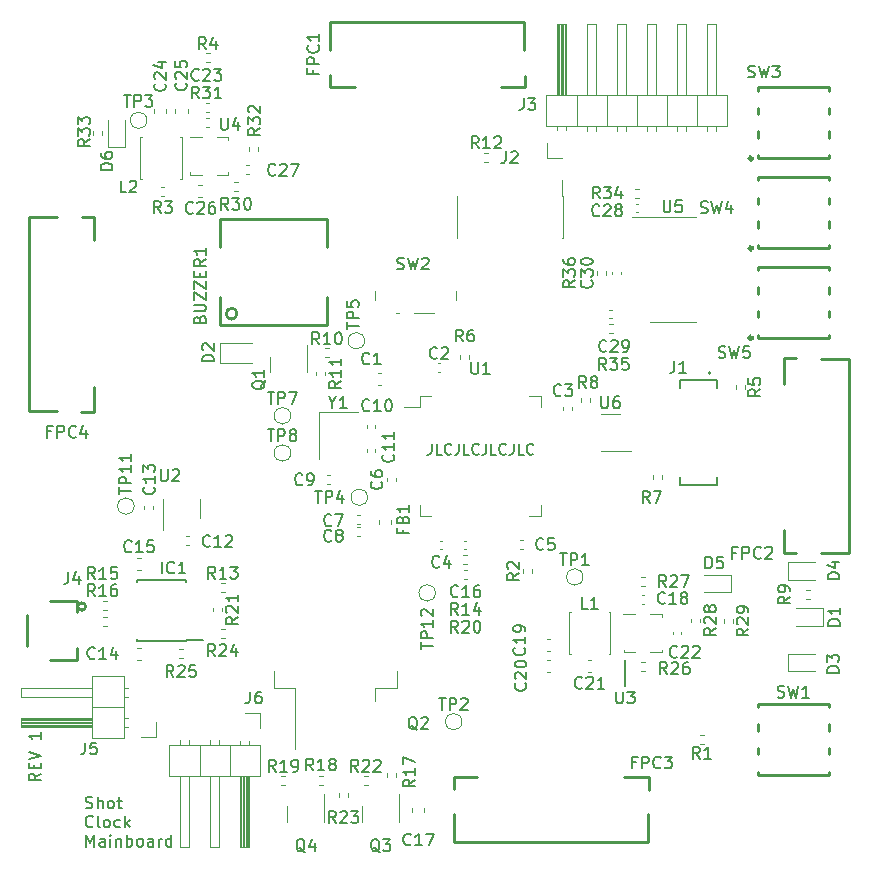
<source format=gbr>
%TF.GenerationSoftware,KiCad,Pcbnew,7.0.7-7.0.7~ubuntu22.04.1*%
%TF.CreationDate,2023-09-13T17:51:59+02:00*%
%TF.ProjectId,ShotClockProject,53686f74-436c-46f6-936b-50726f6a6563,rev?*%
%TF.SameCoordinates,Original*%
%TF.FileFunction,Legend,Top*%
%TF.FilePolarity,Positive*%
%FSLAX46Y46*%
G04 Gerber Fmt 4.6, Leading zero omitted, Abs format (unit mm)*
G04 Created by KiCad (PCBNEW 7.0.7-7.0.7~ubuntu22.04.1) date 2023-09-13 17:51:59*
%MOMM*%
%LPD*%
G01*
G04 APERTURE LIST*
%ADD10C,0.150000*%
%ADD11C,0.120000*%
%ADD12C,0.250000*%
%ADD13C,0.300000*%
%ADD14C,0.200000*%
G04 APERTURE END LIST*
D10*
X120269819Y-128891792D02*
X119793628Y-129225125D01*
X120269819Y-129463220D02*
X119269819Y-129463220D01*
X119269819Y-129463220D02*
X119269819Y-129082268D01*
X119269819Y-129082268D02*
X119317438Y-128987030D01*
X119317438Y-128987030D02*
X119365057Y-128939411D01*
X119365057Y-128939411D02*
X119460295Y-128891792D01*
X119460295Y-128891792D02*
X119603152Y-128891792D01*
X119603152Y-128891792D02*
X119698390Y-128939411D01*
X119698390Y-128939411D02*
X119746009Y-128987030D01*
X119746009Y-128987030D02*
X119793628Y-129082268D01*
X119793628Y-129082268D02*
X119793628Y-129463220D01*
X119746009Y-128463220D02*
X119746009Y-128129887D01*
X120269819Y-127987030D02*
X120269819Y-128463220D01*
X120269819Y-128463220D02*
X119269819Y-128463220D01*
X119269819Y-128463220D02*
X119269819Y-127987030D01*
X119269819Y-127701315D02*
X120269819Y-127367982D01*
X120269819Y-127367982D02*
X119269819Y-127034649D01*
X120269819Y-125415601D02*
X120269819Y-125987029D01*
X120269819Y-125701315D02*
X119269819Y-125701315D01*
X119269819Y-125701315D02*
X119412676Y-125796553D01*
X119412676Y-125796553D02*
X119507914Y-125891791D01*
X119507914Y-125891791D02*
X119555533Y-125987029D01*
X124089160Y-131802200D02*
X124232017Y-131849819D01*
X124232017Y-131849819D02*
X124470112Y-131849819D01*
X124470112Y-131849819D02*
X124565350Y-131802200D01*
X124565350Y-131802200D02*
X124612969Y-131754580D01*
X124612969Y-131754580D02*
X124660588Y-131659342D01*
X124660588Y-131659342D02*
X124660588Y-131564104D01*
X124660588Y-131564104D02*
X124612969Y-131468866D01*
X124612969Y-131468866D02*
X124565350Y-131421247D01*
X124565350Y-131421247D02*
X124470112Y-131373628D01*
X124470112Y-131373628D02*
X124279636Y-131326009D01*
X124279636Y-131326009D02*
X124184398Y-131278390D01*
X124184398Y-131278390D02*
X124136779Y-131230771D01*
X124136779Y-131230771D02*
X124089160Y-131135533D01*
X124089160Y-131135533D02*
X124089160Y-131040295D01*
X124089160Y-131040295D02*
X124136779Y-130945057D01*
X124136779Y-130945057D02*
X124184398Y-130897438D01*
X124184398Y-130897438D02*
X124279636Y-130849819D01*
X124279636Y-130849819D02*
X124517731Y-130849819D01*
X124517731Y-130849819D02*
X124660588Y-130897438D01*
X125089160Y-131849819D02*
X125089160Y-130849819D01*
X125517731Y-131849819D02*
X125517731Y-131326009D01*
X125517731Y-131326009D02*
X125470112Y-131230771D01*
X125470112Y-131230771D02*
X125374874Y-131183152D01*
X125374874Y-131183152D02*
X125232017Y-131183152D01*
X125232017Y-131183152D02*
X125136779Y-131230771D01*
X125136779Y-131230771D02*
X125089160Y-131278390D01*
X126136779Y-131849819D02*
X126041541Y-131802200D01*
X126041541Y-131802200D02*
X125993922Y-131754580D01*
X125993922Y-131754580D02*
X125946303Y-131659342D01*
X125946303Y-131659342D02*
X125946303Y-131373628D01*
X125946303Y-131373628D02*
X125993922Y-131278390D01*
X125993922Y-131278390D02*
X126041541Y-131230771D01*
X126041541Y-131230771D02*
X126136779Y-131183152D01*
X126136779Y-131183152D02*
X126279636Y-131183152D01*
X126279636Y-131183152D02*
X126374874Y-131230771D01*
X126374874Y-131230771D02*
X126422493Y-131278390D01*
X126422493Y-131278390D02*
X126470112Y-131373628D01*
X126470112Y-131373628D02*
X126470112Y-131659342D01*
X126470112Y-131659342D02*
X126422493Y-131754580D01*
X126422493Y-131754580D02*
X126374874Y-131802200D01*
X126374874Y-131802200D02*
X126279636Y-131849819D01*
X126279636Y-131849819D02*
X126136779Y-131849819D01*
X126755827Y-131183152D02*
X127136779Y-131183152D01*
X126898684Y-130849819D02*
X126898684Y-131706961D01*
X126898684Y-131706961D02*
X126946303Y-131802200D01*
X126946303Y-131802200D02*
X127041541Y-131849819D01*
X127041541Y-131849819D02*
X127136779Y-131849819D01*
X124708207Y-133364580D02*
X124660588Y-133412200D01*
X124660588Y-133412200D02*
X124517731Y-133459819D01*
X124517731Y-133459819D02*
X124422493Y-133459819D01*
X124422493Y-133459819D02*
X124279636Y-133412200D01*
X124279636Y-133412200D02*
X124184398Y-133316961D01*
X124184398Y-133316961D02*
X124136779Y-133221723D01*
X124136779Y-133221723D02*
X124089160Y-133031247D01*
X124089160Y-133031247D02*
X124089160Y-132888390D01*
X124089160Y-132888390D02*
X124136779Y-132697914D01*
X124136779Y-132697914D02*
X124184398Y-132602676D01*
X124184398Y-132602676D02*
X124279636Y-132507438D01*
X124279636Y-132507438D02*
X124422493Y-132459819D01*
X124422493Y-132459819D02*
X124517731Y-132459819D01*
X124517731Y-132459819D02*
X124660588Y-132507438D01*
X124660588Y-132507438D02*
X124708207Y-132555057D01*
X125279636Y-133459819D02*
X125184398Y-133412200D01*
X125184398Y-133412200D02*
X125136779Y-133316961D01*
X125136779Y-133316961D02*
X125136779Y-132459819D01*
X125803446Y-133459819D02*
X125708208Y-133412200D01*
X125708208Y-133412200D02*
X125660589Y-133364580D01*
X125660589Y-133364580D02*
X125612970Y-133269342D01*
X125612970Y-133269342D02*
X125612970Y-132983628D01*
X125612970Y-132983628D02*
X125660589Y-132888390D01*
X125660589Y-132888390D02*
X125708208Y-132840771D01*
X125708208Y-132840771D02*
X125803446Y-132793152D01*
X125803446Y-132793152D02*
X125946303Y-132793152D01*
X125946303Y-132793152D02*
X126041541Y-132840771D01*
X126041541Y-132840771D02*
X126089160Y-132888390D01*
X126089160Y-132888390D02*
X126136779Y-132983628D01*
X126136779Y-132983628D02*
X126136779Y-133269342D01*
X126136779Y-133269342D02*
X126089160Y-133364580D01*
X126089160Y-133364580D02*
X126041541Y-133412200D01*
X126041541Y-133412200D02*
X125946303Y-133459819D01*
X125946303Y-133459819D02*
X125803446Y-133459819D01*
X126993922Y-133412200D02*
X126898684Y-133459819D01*
X126898684Y-133459819D02*
X126708208Y-133459819D01*
X126708208Y-133459819D02*
X126612970Y-133412200D01*
X126612970Y-133412200D02*
X126565351Y-133364580D01*
X126565351Y-133364580D02*
X126517732Y-133269342D01*
X126517732Y-133269342D02*
X126517732Y-132983628D01*
X126517732Y-132983628D02*
X126565351Y-132888390D01*
X126565351Y-132888390D02*
X126612970Y-132840771D01*
X126612970Y-132840771D02*
X126708208Y-132793152D01*
X126708208Y-132793152D02*
X126898684Y-132793152D01*
X126898684Y-132793152D02*
X126993922Y-132840771D01*
X127422494Y-133459819D02*
X127422494Y-132459819D01*
X127517732Y-133078866D02*
X127803446Y-133459819D01*
X127803446Y-132793152D02*
X127422494Y-133174104D01*
X124136779Y-135069819D02*
X124136779Y-134069819D01*
X124136779Y-134069819D02*
X124470112Y-134784104D01*
X124470112Y-134784104D02*
X124803445Y-134069819D01*
X124803445Y-134069819D02*
X124803445Y-135069819D01*
X125708207Y-135069819D02*
X125708207Y-134546009D01*
X125708207Y-134546009D02*
X125660588Y-134450771D01*
X125660588Y-134450771D02*
X125565350Y-134403152D01*
X125565350Y-134403152D02*
X125374874Y-134403152D01*
X125374874Y-134403152D02*
X125279636Y-134450771D01*
X125708207Y-135022200D02*
X125612969Y-135069819D01*
X125612969Y-135069819D02*
X125374874Y-135069819D01*
X125374874Y-135069819D02*
X125279636Y-135022200D01*
X125279636Y-135022200D02*
X125232017Y-134926961D01*
X125232017Y-134926961D02*
X125232017Y-134831723D01*
X125232017Y-134831723D02*
X125279636Y-134736485D01*
X125279636Y-134736485D02*
X125374874Y-134688866D01*
X125374874Y-134688866D02*
X125612969Y-134688866D01*
X125612969Y-134688866D02*
X125708207Y-134641247D01*
X126184398Y-135069819D02*
X126184398Y-134403152D01*
X126184398Y-134069819D02*
X126136779Y-134117438D01*
X126136779Y-134117438D02*
X126184398Y-134165057D01*
X126184398Y-134165057D02*
X126232017Y-134117438D01*
X126232017Y-134117438D02*
X126184398Y-134069819D01*
X126184398Y-134069819D02*
X126184398Y-134165057D01*
X126660588Y-134403152D02*
X126660588Y-135069819D01*
X126660588Y-134498390D02*
X126708207Y-134450771D01*
X126708207Y-134450771D02*
X126803445Y-134403152D01*
X126803445Y-134403152D02*
X126946302Y-134403152D01*
X126946302Y-134403152D02*
X127041540Y-134450771D01*
X127041540Y-134450771D02*
X127089159Y-134546009D01*
X127089159Y-134546009D02*
X127089159Y-135069819D01*
X127565350Y-135069819D02*
X127565350Y-134069819D01*
X127565350Y-134450771D02*
X127660588Y-134403152D01*
X127660588Y-134403152D02*
X127851064Y-134403152D01*
X127851064Y-134403152D02*
X127946302Y-134450771D01*
X127946302Y-134450771D02*
X127993921Y-134498390D01*
X127993921Y-134498390D02*
X128041540Y-134593628D01*
X128041540Y-134593628D02*
X128041540Y-134879342D01*
X128041540Y-134879342D02*
X127993921Y-134974580D01*
X127993921Y-134974580D02*
X127946302Y-135022200D01*
X127946302Y-135022200D02*
X127851064Y-135069819D01*
X127851064Y-135069819D02*
X127660588Y-135069819D01*
X127660588Y-135069819D02*
X127565350Y-135022200D01*
X128612969Y-135069819D02*
X128517731Y-135022200D01*
X128517731Y-135022200D02*
X128470112Y-134974580D01*
X128470112Y-134974580D02*
X128422493Y-134879342D01*
X128422493Y-134879342D02*
X128422493Y-134593628D01*
X128422493Y-134593628D02*
X128470112Y-134498390D01*
X128470112Y-134498390D02*
X128517731Y-134450771D01*
X128517731Y-134450771D02*
X128612969Y-134403152D01*
X128612969Y-134403152D02*
X128755826Y-134403152D01*
X128755826Y-134403152D02*
X128851064Y-134450771D01*
X128851064Y-134450771D02*
X128898683Y-134498390D01*
X128898683Y-134498390D02*
X128946302Y-134593628D01*
X128946302Y-134593628D02*
X128946302Y-134879342D01*
X128946302Y-134879342D02*
X128898683Y-134974580D01*
X128898683Y-134974580D02*
X128851064Y-135022200D01*
X128851064Y-135022200D02*
X128755826Y-135069819D01*
X128755826Y-135069819D02*
X128612969Y-135069819D01*
X129803445Y-135069819D02*
X129803445Y-134546009D01*
X129803445Y-134546009D02*
X129755826Y-134450771D01*
X129755826Y-134450771D02*
X129660588Y-134403152D01*
X129660588Y-134403152D02*
X129470112Y-134403152D01*
X129470112Y-134403152D02*
X129374874Y-134450771D01*
X129803445Y-135022200D02*
X129708207Y-135069819D01*
X129708207Y-135069819D02*
X129470112Y-135069819D01*
X129470112Y-135069819D02*
X129374874Y-135022200D01*
X129374874Y-135022200D02*
X129327255Y-134926961D01*
X129327255Y-134926961D02*
X129327255Y-134831723D01*
X129327255Y-134831723D02*
X129374874Y-134736485D01*
X129374874Y-134736485D02*
X129470112Y-134688866D01*
X129470112Y-134688866D02*
X129708207Y-134688866D01*
X129708207Y-134688866D02*
X129803445Y-134641247D01*
X130279636Y-135069819D02*
X130279636Y-134403152D01*
X130279636Y-134593628D02*
X130327255Y-134498390D01*
X130327255Y-134498390D02*
X130374874Y-134450771D01*
X130374874Y-134450771D02*
X130470112Y-134403152D01*
X130470112Y-134403152D02*
X130565350Y-134403152D01*
X131327255Y-135069819D02*
X131327255Y-134069819D01*
X131327255Y-135022200D02*
X131232017Y-135069819D01*
X131232017Y-135069819D02*
X131041541Y-135069819D01*
X131041541Y-135069819D02*
X130946303Y-135022200D01*
X130946303Y-135022200D02*
X130898684Y-134974580D01*
X130898684Y-134974580D02*
X130851065Y-134879342D01*
X130851065Y-134879342D02*
X130851065Y-134593628D01*
X130851065Y-134593628D02*
X130898684Y-134498390D01*
X130898684Y-134498390D02*
X130946303Y-134450771D01*
X130946303Y-134450771D02*
X131041541Y-134403152D01*
X131041541Y-134403152D02*
X131232017Y-134403152D01*
X131232017Y-134403152D02*
X131327255Y-134450771D01*
X169750000Y-121500000D02*
X169750000Y-119250000D01*
X153370112Y-100982057D02*
X153370112Y-101624914D01*
X153370112Y-101624914D02*
X153327255Y-101753485D01*
X153327255Y-101753485D02*
X153241541Y-101839200D01*
X153241541Y-101839200D02*
X153112969Y-101882057D01*
X153112969Y-101882057D02*
X153027255Y-101882057D01*
X154227255Y-101882057D02*
X153798683Y-101882057D01*
X153798683Y-101882057D02*
X153798683Y-100982057D01*
X155041540Y-101796342D02*
X154998683Y-101839200D01*
X154998683Y-101839200D02*
X154870111Y-101882057D01*
X154870111Y-101882057D02*
X154784397Y-101882057D01*
X154784397Y-101882057D02*
X154655826Y-101839200D01*
X154655826Y-101839200D02*
X154570111Y-101753485D01*
X154570111Y-101753485D02*
X154527254Y-101667771D01*
X154527254Y-101667771D02*
X154484397Y-101496342D01*
X154484397Y-101496342D02*
X154484397Y-101367771D01*
X154484397Y-101367771D02*
X154527254Y-101196342D01*
X154527254Y-101196342D02*
X154570111Y-101110628D01*
X154570111Y-101110628D02*
X154655826Y-101024914D01*
X154655826Y-101024914D02*
X154784397Y-100982057D01*
X154784397Y-100982057D02*
X154870111Y-100982057D01*
X154870111Y-100982057D02*
X154998683Y-101024914D01*
X154998683Y-101024914D02*
X155041540Y-101067771D01*
X155684397Y-100982057D02*
X155684397Y-101624914D01*
X155684397Y-101624914D02*
X155641540Y-101753485D01*
X155641540Y-101753485D02*
X155555826Y-101839200D01*
X155555826Y-101839200D02*
X155427254Y-101882057D01*
X155427254Y-101882057D02*
X155341540Y-101882057D01*
X156541540Y-101882057D02*
X156112968Y-101882057D01*
X156112968Y-101882057D02*
X156112968Y-100982057D01*
X157355825Y-101796342D02*
X157312968Y-101839200D01*
X157312968Y-101839200D02*
X157184396Y-101882057D01*
X157184396Y-101882057D02*
X157098682Y-101882057D01*
X157098682Y-101882057D02*
X156970111Y-101839200D01*
X156970111Y-101839200D02*
X156884396Y-101753485D01*
X156884396Y-101753485D02*
X156841539Y-101667771D01*
X156841539Y-101667771D02*
X156798682Y-101496342D01*
X156798682Y-101496342D02*
X156798682Y-101367771D01*
X156798682Y-101367771D02*
X156841539Y-101196342D01*
X156841539Y-101196342D02*
X156884396Y-101110628D01*
X156884396Y-101110628D02*
X156970111Y-101024914D01*
X156970111Y-101024914D02*
X157098682Y-100982057D01*
X157098682Y-100982057D02*
X157184396Y-100982057D01*
X157184396Y-100982057D02*
X157312968Y-101024914D01*
X157312968Y-101024914D02*
X157355825Y-101067771D01*
X157998682Y-100982057D02*
X157998682Y-101624914D01*
X157998682Y-101624914D02*
X157955825Y-101753485D01*
X157955825Y-101753485D02*
X157870111Y-101839200D01*
X157870111Y-101839200D02*
X157741539Y-101882057D01*
X157741539Y-101882057D02*
X157655825Y-101882057D01*
X158855825Y-101882057D02*
X158427253Y-101882057D01*
X158427253Y-101882057D02*
X158427253Y-100982057D01*
X159670110Y-101796342D02*
X159627253Y-101839200D01*
X159627253Y-101839200D02*
X159498681Y-101882057D01*
X159498681Y-101882057D02*
X159412967Y-101882057D01*
X159412967Y-101882057D02*
X159284396Y-101839200D01*
X159284396Y-101839200D02*
X159198681Y-101753485D01*
X159198681Y-101753485D02*
X159155824Y-101667771D01*
X159155824Y-101667771D02*
X159112967Y-101496342D01*
X159112967Y-101496342D02*
X159112967Y-101367771D01*
X159112967Y-101367771D02*
X159155824Y-101196342D01*
X159155824Y-101196342D02*
X159198681Y-101110628D01*
X159198681Y-101110628D02*
X159284396Y-101024914D01*
X159284396Y-101024914D02*
X159412967Y-100982057D01*
X159412967Y-100982057D02*
X159498681Y-100982057D01*
X159498681Y-100982057D02*
X159627253Y-101024914D01*
X159627253Y-101024914D02*
X159670110Y-101067771D01*
X160312967Y-100982057D02*
X160312967Y-101624914D01*
X160312967Y-101624914D02*
X160270110Y-101753485D01*
X160270110Y-101753485D02*
X160184396Y-101839200D01*
X160184396Y-101839200D02*
X160055824Y-101882057D01*
X160055824Y-101882057D02*
X159970110Y-101882057D01*
X161170110Y-101882057D02*
X160741538Y-101882057D01*
X160741538Y-101882057D02*
X160741538Y-100982057D01*
X161984395Y-101796342D02*
X161941538Y-101839200D01*
X161941538Y-101839200D02*
X161812966Y-101882057D01*
X161812966Y-101882057D02*
X161727252Y-101882057D01*
X161727252Y-101882057D02*
X161598681Y-101839200D01*
X161598681Y-101839200D02*
X161512966Y-101753485D01*
X161512966Y-101753485D02*
X161470109Y-101667771D01*
X161470109Y-101667771D02*
X161427252Y-101496342D01*
X161427252Y-101496342D02*
X161427252Y-101367771D01*
X161427252Y-101367771D02*
X161470109Y-101196342D01*
X161470109Y-101196342D02*
X161512966Y-101110628D01*
X161512966Y-101110628D02*
X161598681Y-101024914D01*
X161598681Y-101024914D02*
X161727252Y-100982057D01*
X161727252Y-100982057D02*
X161812966Y-100982057D01*
X161812966Y-100982057D02*
X161941538Y-101024914D01*
X161941538Y-101024914D02*
X161984395Y-101067771D01*
X180204819Y-116617857D02*
X179728628Y-116951190D01*
X180204819Y-117189285D02*
X179204819Y-117189285D01*
X179204819Y-117189285D02*
X179204819Y-116808333D01*
X179204819Y-116808333D02*
X179252438Y-116713095D01*
X179252438Y-116713095D02*
X179300057Y-116665476D01*
X179300057Y-116665476D02*
X179395295Y-116617857D01*
X179395295Y-116617857D02*
X179538152Y-116617857D01*
X179538152Y-116617857D02*
X179633390Y-116665476D01*
X179633390Y-116665476D02*
X179681009Y-116713095D01*
X179681009Y-116713095D02*
X179728628Y-116808333D01*
X179728628Y-116808333D02*
X179728628Y-117189285D01*
X179300057Y-116236904D02*
X179252438Y-116189285D01*
X179252438Y-116189285D02*
X179204819Y-116094047D01*
X179204819Y-116094047D02*
X179204819Y-115855952D01*
X179204819Y-115855952D02*
X179252438Y-115760714D01*
X179252438Y-115760714D02*
X179300057Y-115713095D01*
X179300057Y-115713095D02*
X179395295Y-115665476D01*
X179395295Y-115665476D02*
X179490533Y-115665476D01*
X179490533Y-115665476D02*
X179633390Y-115713095D01*
X179633390Y-115713095D02*
X180204819Y-116284523D01*
X180204819Y-116284523D02*
X180204819Y-115665476D01*
X180204819Y-115189285D02*
X180204819Y-114998809D01*
X180204819Y-114998809D02*
X180157200Y-114903571D01*
X180157200Y-114903571D02*
X180109580Y-114855952D01*
X180109580Y-114855952D02*
X179966723Y-114760714D01*
X179966723Y-114760714D02*
X179776247Y-114713095D01*
X179776247Y-114713095D02*
X179395295Y-114713095D01*
X179395295Y-114713095D02*
X179300057Y-114760714D01*
X179300057Y-114760714D02*
X179252438Y-114808333D01*
X179252438Y-114808333D02*
X179204819Y-114903571D01*
X179204819Y-114903571D02*
X179204819Y-115094047D01*
X179204819Y-115094047D02*
X179252438Y-115189285D01*
X179252438Y-115189285D02*
X179300057Y-115236904D01*
X179300057Y-115236904D02*
X179395295Y-115284523D01*
X179395295Y-115284523D02*
X179633390Y-115284523D01*
X179633390Y-115284523D02*
X179728628Y-115236904D01*
X179728628Y-115236904D02*
X179776247Y-115189285D01*
X179776247Y-115189285D02*
X179823866Y-115094047D01*
X179823866Y-115094047D02*
X179823866Y-114903571D01*
X179823866Y-114903571D02*
X179776247Y-114808333D01*
X179776247Y-114808333D02*
X179728628Y-114760714D01*
X179728628Y-114760714D02*
X179633390Y-114713095D01*
X133662142Y-70132080D02*
X133614523Y-70179700D01*
X133614523Y-70179700D02*
X133471666Y-70227319D01*
X133471666Y-70227319D02*
X133376428Y-70227319D01*
X133376428Y-70227319D02*
X133233571Y-70179700D01*
X133233571Y-70179700D02*
X133138333Y-70084461D01*
X133138333Y-70084461D02*
X133090714Y-69989223D01*
X133090714Y-69989223D02*
X133043095Y-69798747D01*
X133043095Y-69798747D02*
X133043095Y-69655890D01*
X133043095Y-69655890D02*
X133090714Y-69465414D01*
X133090714Y-69465414D02*
X133138333Y-69370176D01*
X133138333Y-69370176D02*
X133233571Y-69274938D01*
X133233571Y-69274938D02*
X133376428Y-69227319D01*
X133376428Y-69227319D02*
X133471666Y-69227319D01*
X133471666Y-69227319D02*
X133614523Y-69274938D01*
X133614523Y-69274938D02*
X133662142Y-69322557D01*
X134043095Y-69322557D02*
X134090714Y-69274938D01*
X134090714Y-69274938D02*
X134185952Y-69227319D01*
X134185952Y-69227319D02*
X134424047Y-69227319D01*
X134424047Y-69227319D02*
X134519285Y-69274938D01*
X134519285Y-69274938D02*
X134566904Y-69322557D01*
X134566904Y-69322557D02*
X134614523Y-69417795D01*
X134614523Y-69417795D02*
X134614523Y-69513033D01*
X134614523Y-69513033D02*
X134566904Y-69655890D01*
X134566904Y-69655890D02*
X133995476Y-70227319D01*
X133995476Y-70227319D02*
X134614523Y-70227319D01*
X134947857Y-69227319D02*
X135566904Y-69227319D01*
X135566904Y-69227319D02*
X135233571Y-69608271D01*
X135233571Y-69608271D02*
X135376428Y-69608271D01*
X135376428Y-69608271D02*
X135471666Y-69655890D01*
X135471666Y-69655890D02*
X135519285Y-69703509D01*
X135519285Y-69703509D02*
X135566904Y-69798747D01*
X135566904Y-69798747D02*
X135566904Y-70036842D01*
X135566904Y-70036842D02*
X135519285Y-70132080D01*
X135519285Y-70132080D02*
X135471666Y-70179700D01*
X135471666Y-70179700D02*
X135376428Y-70227319D01*
X135376428Y-70227319D02*
X135090714Y-70227319D01*
X135090714Y-70227319D02*
X134995476Y-70179700D01*
X134995476Y-70179700D02*
X134947857Y-70132080D01*
X180166667Y-69907200D02*
X180309524Y-69954819D01*
X180309524Y-69954819D02*
X180547619Y-69954819D01*
X180547619Y-69954819D02*
X180642857Y-69907200D01*
X180642857Y-69907200D02*
X180690476Y-69859580D01*
X180690476Y-69859580D02*
X180738095Y-69764342D01*
X180738095Y-69764342D02*
X180738095Y-69669104D01*
X180738095Y-69669104D02*
X180690476Y-69573866D01*
X180690476Y-69573866D02*
X180642857Y-69526247D01*
X180642857Y-69526247D02*
X180547619Y-69478628D01*
X180547619Y-69478628D02*
X180357143Y-69431009D01*
X180357143Y-69431009D02*
X180261905Y-69383390D01*
X180261905Y-69383390D02*
X180214286Y-69335771D01*
X180214286Y-69335771D02*
X180166667Y-69240533D01*
X180166667Y-69240533D02*
X180166667Y-69145295D01*
X180166667Y-69145295D02*
X180214286Y-69050057D01*
X180214286Y-69050057D02*
X180261905Y-69002438D01*
X180261905Y-69002438D02*
X180357143Y-68954819D01*
X180357143Y-68954819D02*
X180595238Y-68954819D01*
X180595238Y-68954819D02*
X180738095Y-69002438D01*
X181071429Y-68954819D02*
X181309524Y-69954819D01*
X181309524Y-69954819D02*
X181500000Y-69240533D01*
X181500000Y-69240533D02*
X181690476Y-69954819D01*
X181690476Y-69954819D02*
X181928572Y-68954819D01*
X182214286Y-68954819D02*
X182833333Y-68954819D01*
X182833333Y-68954819D02*
X182500000Y-69335771D01*
X182500000Y-69335771D02*
X182642857Y-69335771D01*
X182642857Y-69335771D02*
X182738095Y-69383390D01*
X182738095Y-69383390D02*
X182785714Y-69431009D01*
X182785714Y-69431009D02*
X182833333Y-69526247D01*
X182833333Y-69526247D02*
X182833333Y-69764342D01*
X182833333Y-69764342D02*
X182785714Y-69859580D01*
X182785714Y-69859580D02*
X182738095Y-69907200D01*
X182738095Y-69907200D02*
X182642857Y-69954819D01*
X182642857Y-69954819D02*
X182357143Y-69954819D01*
X182357143Y-69954819D02*
X182261905Y-69907200D01*
X182261905Y-69907200D02*
X182214286Y-69859580D01*
X134273333Y-67572319D02*
X133940000Y-67096128D01*
X133701905Y-67572319D02*
X133701905Y-66572319D01*
X133701905Y-66572319D02*
X134082857Y-66572319D01*
X134082857Y-66572319D02*
X134178095Y-66619938D01*
X134178095Y-66619938D02*
X134225714Y-66667557D01*
X134225714Y-66667557D02*
X134273333Y-66762795D01*
X134273333Y-66762795D02*
X134273333Y-66905652D01*
X134273333Y-66905652D02*
X134225714Y-67000890D01*
X134225714Y-67000890D02*
X134178095Y-67048509D01*
X134178095Y-67048509D02*
X134082857Y-67096128D01*
X134082857Y-67096128D02*
X133701905Y-67096128D01*
X135130476Y-66905652D02*
X135130476Y-67572319D01*
X134892381Y-66524700D02*
X134654286Y-67238985D01*
X134654286Y-67238985D02*
X135273333Y-67238985D01*
X170666666Y-127931009D02*
X170333333Y-127931009D01*
X170333333Y-128454819D02*
X170333333Y-127454819D01*
X170333333Y-127454819D02*
X170809523Y-127454819D01*
X171190476Y-128454819D02*
X171190476Y-127454819D01*
X171190476Y-127454819D02*
X171571428Y-127454819D01*
X171571428Y-127454819D02*
X171666666Y-127502438D01*
X171666666Y-127502438D02*
X171714285Y-127550057D01*
X171714285Y-127550057D02*
X171761904Y-127645295D01*
X171761904Y-127645295D02*
X171761904Y-127788152D01*
X171761904Y-127788152D02*
X171714285Y-127883390D01*
X171714285Y-127883390D02*
X171666666Y-127931009D01*
X171666666Y-127931009D02*
X171571428Y-127978628D01*
X171571428Y-127978628D02*
X171190476Y-127978628D01*
X172761904Y-128359580D02*
X172714285Y-128407200D01*
X172714285Y-128407200D02*
X172571428Y-128454819D01*
X172571428Y-128454819D02*
X172476190Y-128454819D01*
X172476190Y-128454819D02*
X172333333Y-128407200D01*
X172333333Y-128407200D02*
X172238095Y-128311961D01*
X172238095Y-128311961D02*
X172190476Y-128216723D01*
X172190476Y-128216723D02*
X172142857Y-128026247D01*
X172142857Y-128026247D02*
X172142857Y-127883390D01*
X172142857Y-127883390D02*
X172190476Y-127692914D01*
X172190476Y-127692914D02*
X172238095Y-127597676D01*
X172238095Y-127597676D02*
X172333333Y-127502438D01*
X172333333Y-127502438D02*
X172476190Y-127454819D01*
X172476190Y-127454819D02*
X172571428Y-127454819D01*
X172571428Y-127454819D02*
X172714285Y-127502438D01*
X172714285Y-127502438D02*
X172761904Y-127550057D01*
X173095238Y-127454819D02*
X173714285Y-127454819D01*
X173714285Y-127454819D02*
X173380952Y-127835771D01*
X173380952Y-127835771D02*
X173523809Y-127835771D01*
X173523809Y-127835771D02*
X173619047Y-127883390D01*
X173619047Y-127883390D02*
X173666666Y-127931009D01*
X173666666Y-127931009D02*
X173714285Y-128026247D01*
X173714285Y-128026247D02*
X173714285Y-128264342D01*
X173714285Y-128264342D02*
X173666666Y-128359580D01*
X173666666Y-128359580D02*
X173619047Y-128407200D01*
X173619047Y-128407200D02*
X173523809Y-128454819D01*
X173523809Y-128454819D02*
X173238095Y-128454819D01*
X173238095Y-128454819D02*
X173142857Y-128407200D01*
X173142857Y-128407200D02*
X173095238Y-128359580D01*
X155607142Y-116954819D02*
X155273809Y-116478628D01*
X155035714Y-116954819D02*
X155035714Y-115954819D01*
X155035714Y-115954819D02*
X155416666Y-115954819D01*
X155416666Y-115954819D02*
X155511904Y-116002438D01*
X155511904Y-116002438D02*
X155559523Y-116050057D01*
X155559523Y-116050057D02*
X155607142Y-116145295D01*
X155607142Y-116145295D02*
X155607142Y-116288152D01*
X155607142Y-116288152D02*
X155559523Y-116383390D01*
X155559523Y-116383390D02*
X155511904Y-116431009D01*
X155511904Y-116431009D02*
X155416666Y-116478628D01*
X155416666Y-116478628D02*
X155035714Y-116478628D01*
X155988095Y-116050057D02*
X156035714Y-116002438D01*
X156035714Y-116002438D02*
X156130952Y-115954819D01*
X156130952Y-115954819D02*
X156369047Y-115954819D01*
X156369047Y-115954819D02*
X156464285Y-116002438D01*
X156464285Y-116002438D02*
X156511904Y-116050057D01*
X156511904Y-116050057D02*
X156559523Y-116145295D01*
X156559523Y-116145295D02*
X156559523Y-116240533D01*
X156559523Y-116240533D02*
X156511904Y-116383390D01*
X156511904Y-116383390D02*
X155940476Y-116954819D01*
X155940476Y-116954819D02*
X156559523Y-116954819D01*
X157178571Y-115954819D02*
X157273809Y-115954819D01*
X157273809Y-115954819D02*
X157369047Y-116002438D01*
X157369047Y-116002438D02*
X157416666Y-116050057D01*
X157416666Y-116050057D02*
X157464285Y-116145295D01*
X157464285Y-116145295D02*
X157511904Y-116335771D01*
X157511904Y-116335771D02*
X157511904Y-116573866D01*
X157511904Y-116573866D02*
X157464285Y-116764342D01*
X157464285Y-116764342D02*
X157416666Y-116859580D01*
X157416666Y-116859580D02*
X157369047Y-116907200D01*
X157369047Y-116907200D02*
X157273809Y-116954819D01*
X157273809Y-116954819D02*
X157178571Y-116954819D01*
X157178571Y-116954819D02*
X157083333Y-116907200D01*
X157083333Y-116907200D02*
X157035714Y-116859580D01*
X157035714Y-116859580D02*
X156988095Y-116764342D01*
X156988095Y-116764342D02*
X156940476Y-116573866D01*
X156940476Y-116573866D02*
X156940476Y-116335771D01*
X156940476Y-116335771D02*
X156988095Y-116145295D01*
X156988095Y-116145295D02*
X157035714Y-116050057D01*
X157035714Y-116050057D02*
X157083333Y-116002438D01*
X157083333Y-116002438D02*
X157178571Y-115954819D01*
X173127142Y-114434580D02*
X173079523Y-114482200D01*
X173079523Y-114482200D02*
X172936666Y-114529819D01*
X172936666Y-114529819D02*
X172841428Y-114529819D01*
X172841428Y-114529819D02*
X172698571Y-114482200D01*
X172698571Y-114482200D02*
X172603333Y-114386961D01*
X172603333Y-114386961D02*
X172555714Y-114291723D01*
X172555714Y-114291723D02*
X172508095Y-114101247D01*
X172508095Y-114101247D02*
X172508095Y-113958390D01*
X172508095Y-113958390D02*
X172555714Y-113767914D01*
X172555714Y-113767914D02*
X172603333Y-113672676D01*
X172603333Y-113672676D02*
X172698571Y-113577438D01*
X172698571Y-113577438D02*
X172841428Y-113529819D01*
X172841428Y-113529819D02*
X172936666Y-113529819D01*
X172936666Y-113529819D02*
X173079523Y-113577438D01*
X173079523Y-113577438D02*
X173127142Y-113625057D01*
X174079523Y-114529819D02*
X173508095Y-114529819D01*
X173793809Y-114529819D02*
X173793809Y-113529819D01*
X173793809Y-113529819D02*
X173698571Y-113672676D01*
X173698571Y-113672676D02*
X173603333Y-113767914D01*
X173603333Y-113767914D02*
X173508095Y-113815533D01*
X174650952Y-113958390D02*
X174555714Y-113910771D01*
X174555714Y-113910771D02*
X174508095Y-113863152D01*
X174508095Y-113863152D02*
X174460476Y-113767914D01*
X174460476Y-113767914D02*
X174460476Y-113720295D01*
X174460476Y-113720295D02*
X174508095Y-113625057D01*
X174508095Y-113625057D02*
X174555714Y-113577438D01*
X174555714Y-113577438D02*
X174650952Y-113529819D01*
X174650952Y-113529819D02*
X174841428Y-113529819D01*
X174841428Y-113529819D02*
X174936666Y-113577438D01*
X174936666Y-113577438D02*
X174984285Y-113625057D01*
X174984285Y-113625057D02*
X175031904Y-113720295D01*
X175031904Y-113720295D02*
X175031904Y-113767914D01*
X175031904Y-113767914D02*
X174984285Y-113863152D01*
X174984285Y-113863152D02*
X174936666Y-113910771D01*
X174936666Y-113910771D02*
X174841428Y-113958390D01*
X174841428Y-113958390D02*
X174650952Y-113958390D01*
X174650952Y-113958390D02*
X174555714Y-114006009D01*
X174555714Y-114006009D02*
X174508095Y-114053628D01*
X174508095Y-114053628D02*
X174460476Y-114148866D01*
X174460476Y-114148866D02*
X174460476Y-114339342D01*
X174460476Y-114339342D02*
X174508095Y-114434580D01*
X174508095Y-114434580D02*
X174555714Y-114482200D01*
X174555714Y-114482200D02*
X174650952Y-114529819D01*
X174650952Y-114529819D02*
X174841428Y-114529819D01*
X174841428Y-114529819D02*
X174936666Y-114482200D01*
X174936666Y-114482200D02*
X174984285Y-114434580D01*
X174984285Y-114434580D02*
X175031904Y-114339342D01*
X175031904Y-114339342D02*
X175031904Y-114148866D01*
X175031904Y-114148866D02*
X174984285Y-114053628D01*
X174984285Y-114053628D02*
X174936666Y-114006009D01*
X174936666Y-114006009D02*
X174841428Y-113958390D01*
X164333333Y-96839580D02*
X164285714Y-96887200D01*
X164285714Y-96887200D02*
X164142857Y-96934819D01*
X164142857Y-96934819D02*
X164047619Y-96934819D01*
X164047619Y-96934819D02*
X163904762Y-96887200D01*
X163904762Y-96887200D02*
X163809524Y-96791961D01*
X163809524Y-96791961D02*
X163761905Y-96696723D01*
X163761905Y-96696723D02*
X163714286Y-96506247D01*
X163714286Y-96506247D02*
X163714286Y-96363390D01*
X163714286Y-96363390D02*
X163761905Y-96172914D01*
X163761905Y-96172914D02*
X163809524Y-96077676D01*
X163809524Y-96077676D02*
X163904762Y-95982438D01*
X163904762Y-95982438D02*
X164047619Y-95934819D01*
X164047619Y-95934819D02*
X164142857Y-95934819D01*
X164142857Y-95934819D02*
X164285714Y-95982438D01*
X164285714Y-95982438D02*
X164333333Y-96030057D01*
X164666667Y-95934819D02*
X165285714Y-95934819D01*
X165285714Y-95934819D02*
X164952381Y-96315771D01*
X164952381Y-96315771D02*
X165095238Y-96315771D01*
X165095238Y-96315771D02*
X165190476Y-96363390D01*
X165190476Y-96363390D02*
X165238095Y-96411009D01*
X165238095Y-96411009D02*
X165285714Y-96506247D01*
X165285714Y-96506247D02*
X165285714Y-96744342D01*
X165285714Y-96744342D02*
X165238095Y-96839580D01*
X165238095Y-96839580D02*
X165190476Y-96887200D01*
X165190476Y-96887200D02*
X165095238Y-96934819D01*
X165095238Y-96934819D02*
X164809524Y-96934819D01*
X164809524Y-96934819D02*
X164714286Y-96887200D01*
X164714286Y-96887200D02*
X164666667Y-96839580D01*
X179166666Y-110181009D02*
X178833333Y-110181009D01*
X178833333Y-110704819D02*
X178833333Y-109704819D01*
X178833333Y-109704819D02*
X179309523Y-109704819D01*
X179690476Y-110704819D02*
X179690476Y-109704819D01*
X179690476Y-109704819D02*
X180071428Y-109704819D01*
X180071428Y-109704819D02*
X180166666Y-109752438D01*
X180166666Y-109752438D02*
X180214285Y-109800057D01*
X180214285Y-109800057D02*
X180261904Y-109895295D01*
X180261904Y-109895295D02*
X180261904Y-110038152D01*
X180261904Y-110038152D02*
X180214285Y-110133390D01*
X180214285Y-110133390D02*
X180166666Y-110181009D01*
X180166666Y-110181009D02*
X180071428Y-110228628D01*
X180071428Y-110228628D02*
X179690476Y-110228628D01*
X181261904Y-110609580D02*
X181214285Y-110657200D01*
X181214285Y-110657200D02*
X181071428Y-110704819D01*
X181071428Y-110704819D02*
X180976190Y-110704819D01*
X180976190Y-110704819D02*
X180833333Y-110657200D01*
X180833333Y-110657200D02*
X180738095Y-110561961D01*
X180738095Y-110561961D02*
X180690476Y-110466723D01*
X180690476Y-110466723D02*
X180642857Y-110276247D01*
X180642857Y-110276247D02*
X180642857Y-110133390D01*
X180642857Y-110133390D02*
X180690476Y-109942914D01*
X180690476Y-109942914D02*
X180738095Y-109847676D01*
X180738095Y-109847676D02*
X180833333Y-109752438D01*
X180833333Y-109752438D02*
X180976190Y-109704819D01*
X180976190Y-109704819D02*
X181071428Y-109704819D01*
X181071428Y-109704819D02*
X181214285Y-109752438D01*
X181214285Y-109752438D02*
X181261904Y-109800057D01*
X181642857Y-109800057D02*
X181690476Y-109752438D01*
X181690476Y-109752438D02*
X181785714Y-109704819D01*
X181785714Y-109704819D02*
X182023809Y-109704819D01*
X182023809Y-109704819D02*
X182119047Y-109752438D01*
X182119047Y-109752438D02*
X182166666Y-109800057D01*
X182166666Y-109800057D02*
X182214285Y-109895295D01*
X182214285Y-109895295D02*
X182214285Y-109990533D01*
X182214285Y-109990533D02*
X182166666Y-110133390D01*
X182166666Y-110133390D02*
X181595238Y-110704819D01*
X181595238Y-110704819D02*
X182214285Y-110704819D01*
X138854819Y-74255357D02*
X138378628Y-74588690D01*
X138854819Y-74826785D02*
X137854819Y-74826785D01*
X137854819Y-74826785D02*
X137854819Y-74445833D01*
X137854819Y-74445833D02*
X137902438Y-74350595D01*
X137902438Y-74350595D02*
X137950057Y-74302976D01*
X137950057Y-74302976D02*
X138045295Y-74255357D01*
X138045295Y-74255357D02*
X138188152Y-74255357D01*
X138188152Y-74255357D02*
X138283390Y-74302976D01*
X138283390Y-74302976D02*
X138331009Y-74350595D01*
X138331009Y-74350595D02*
X138378628Y-74445833D01*
X138378628Y-74445833D02*
X138378628Y-74826785D01*
X137854819Y-73922023D02*
X137854819Y-73302976D01*
X137854819Y-73302976D02*
X138235771Y-73636309D01*
X138235771Y-73636309D02*
X138235771Y-73493452D01*
X138235771Y-73493452D02*
X138283390Y-73398214D01*
X138283390Y-73398214D02*
X138331009Y-73350595D01*
X138331009Y-73350595D02*
X138426247Y-73302976D01*
X138426247Y-73302976D02*
X138664342Y-73302976D01*
X138664342Y-73302976D02*
X138759580Y-73350595D01*
X138759580Y-73350595D02*
X138807200Y-73398214D01*
X138807200Y-73398214D02*
X138854819Y-73493452D01*
X138854819Y-73493452D02*
X138854819Y-73779166D01*
X138854819Y-73779166D02*
X138807200Y-73874404D01*
X138807200Y-73874404D02*
X138759580Y-73922023D01*
X137950057Y-72922023D02*
X137902438Y-72874404D01*
X137902438Y-72874404D02*
X137854819Y-72779166D01*
X137854819Y-72779166D02*
X137854819Y-72541071D01*
X137854819Y-72541071D02*
X137902438Y-72445833D01*
X137902438Y-72445833D02*
X137950057Y-72398214D01*
X137950057Y-72398214D02*
X138045295Y-72350595D01*
X138045295Y-72350595D02*
X138140533Y-72350595D01*
X138140533Y-72350595D02*
X138283390Y-72398214D01*
X138283390Y-72398214D02*
X138854819Y-72969642D01*
X138854819Y-72969642D02*
X138854819Y-72350595D01*
X121166666Y-99931009D02*
X120833333Y-99931009D01*
X120833333Y-100454819D02*
X120833333Y-99454819D01*
X120833333Y-99454819D02*
X121309523Y-99454819D01*
X121690476Y-100454819D02*
X121690476Y-99454819D01*
X121690476Y-99454819D02*
X122071428Y-99454819D01*
X122071428Y-99454819D02*
X122166666Y-99502438D01*
X122166666Y-99502438D02*
X122214285Y-99550057D01*
X122214285Y-99550057D02*
X122261904Y-99645295D01*
X122261904Y-99645295D02*
X122261904Y-99788152D01*
X122261904Y-99788152D02*
X122214285Y-99883390D01*
X122214285Y-99883390D02*
X122166666Y-99931009D01*
X122166666Y-99931009D02*
X122071428Y-99978628D01*
X122071428Y-99978628D02*
X121690476Y-99978628D01*
X123261904Y-100359580D02*
X123214285Y-100407200D01*
X123214285Y-100407200D02*
X123071428Y-100454819D01*
X123071428Y-100454819D02*
X122976190Y-100454819D01*
X122976190Y-100454819D02*
X122833333Y-100407200D01*
X122833333Y-100407200D02*
X122738095Y-100311961D01*
X122738095Y-100311961D02*
X122690476Y-100216723D01*
X122690476Y-100216723D02*
X122642857Y-100026247D01*
X122642857Y-100026247D02*
X122642857Y-99883390D01*
X122642857Y-99883390D02*
X122690476Y-99692914D01*
X122690476Y-99692914D02*
X122738095Y-99597676D01*
X122738095Y-99597676D02*
X122833333Y-99502438D01*
X122833333Y-99502438D02*
X122976190Y-99454819D01*
X122976190Y-99454819D02*
X123071428Y-99454819D01*
X123071428Y-99454819D02*
X123214285Y-99502438D01*
X123214285Y-99502438D02*
X123261904Y-99550057D01*
X124119047Y-99788152D02*
X124119047Y-100454819D01*
X123880952Y-99407200D02*
X123642857Y-100121485D01*
X123642857Y-100121485D02*
X124261904Y-100121485D01*
X134954819Y-94003094D02*
X133954819Y-94003094D01*
X133954819Y-94003094D02*
X133954819Y-93764999D01*
X133954819Y-93764999D02*
X134002438Y-93622142D01*
X134002438Y-93622142D02*
X134097676Y-93526904D01*
X134097676Y-93526904D02*
X134192914Y-93479285D01*
X134192914Y-93479285D02*
X134383390Y-93431666D01*
X134383390Y-93431666D02*
X134526247Y-93431666D01*
X134526247Y-93431666D02*
X134716723Y-93479285D01*
X134716723Y-93479285D02*
X134811961Y-93526904D01*
X134811961Y-93526904D02*
X134907200Y-93622142D01*
X134907200Y-93622142D02*
X134954819Y-93764999D01*
X134954819Y-93764999D02*
X134954819Y-94003094D01*
X134050057Y-93050713D02*
X134002438Y-93003094D01*
X134002438Y-93003094D02*
X133954819Y-92907856D01*
X133954819Y-92907856D02*
X133954819Y-92669761D01*
X133954819Y-92669761D02*
X134002438Y-92574523D01*
X134002438Y-92574523D02*
X134050057Y-92526904D01*
X134050057Y-92526904D02*
X134145295Y-92479285D01*
X134145295Y-92479285D02*
X134240533Y-92479285D01*
X134240533Y-92479285D02*
X134383390Y-92526904D01*
X134383390Y-92526904D02*
X134954819Y-93098332D01*
X134954819Y-93098332D02*
X134954819Y-92479285D01*
X187954819Y-116363094D02*
X186954819Y-116363094D01*
X186954819Y-116363094D02*
X186954819Y-116124999D01*
X186954819Y-116124999D02*
X187002438Y-115982142D01*
X187002438Y-115982142D02*
X187097676Y-115886904D01*
X187097676Y-115886904D02*
X187192914Y-115839285D01*
X187192914Y-115839285D02*
X187383390Y-115791666D01*
X187383390Y-115791666D02*
X187526247Y-115791666D01*
X187526247Y-115791666D02*
X187716723Y-115839285D01*
X187716723Y-115839285D02*
X187811961Y-115886904D01*
X187811961Y-115886904D02*
X187907200Y-115982142D01*
X187907200Y-115982142D02*
X187954819Y-116124999D01*
X187954819Y-116124999D02*
X187954819Y-116363094D01*
X187954819Y-114839285D02*
X187954819Y-115410713D01*
X187954819Y-115124999D02*
X186954819Y-115124999D01*
X186954819Y-115124999D02*
X187097676Y-115220237D01*
X187097676Y-115220237D02*
X187192914Y-115315475D01*
X187192914Y-115315475D02*
X187240533Y-115410713D01*
X146204819Y-91261904D02*
X146204819Y-90690476D01*
X147204819Y-90976190D02*
X146204819Y-90976190D01*
X147204819Y-90357142D02*
X146204819Y-90357142D01*
X146204819Y-90357142D02*
X146204819Y-89976190D01*
X146204819Y-89976190D02*
X146252438Y-89880952D01*
X146252438Y-89880952D02*
X146300057Y-89833333D01*
X146300057Y-89833333D02*
X146395295Y-89785714D01*
X146395295Y-89785714D02*
X146538152Y-89785714D01*
X146538152Y-89785714D02*
X146633390Y-89833333D01*
X146633390Y-89833333D02*
X146681009Y-89880952D01*
X146681009Y-89880952D02*
X146728628Y-89976190D01*
X146728628Y-89976190D02*
X146728628Y-90357142D01*
X146204819Y-88880952D02*
X146204819Y-89357142D01*
X146204819Y-89357142D02*
X146681009Y-89404761D01*
X146681009Y-89404761D02*
X146633390Y-89357142D01*
X146633390Y-89357142D02*
X146585771Y-89261904D01*
X146585771Y-89261904D02*
X146585771Y-89023809D01*
X146585771Y-89023809D02*
X146633390Y-88928571D01*
X146633390Y-88928571D02*
X146681009Y-88880952D01*
X146681009Y-88880952D02*
X146776247Y-88833333D01*
X146776247Y-88833333D02*
X147014342Y-88833333D01*
X147014342Y-88833333D02*
X147109580Y-88880952D01*
X147109580Y-88880952D02*
X147157200Y-88928571D01*
X147157200Y-88928571D02*
X147204819Y-89023809D01*
X147204819Y-89023809D02*
X147204819Y-89261904D01*
X147204819Y-89261904D02*
X147157200Y-89357142D01*
X147157200Y-89357142D02*
X147109580Y-89404761D01*
X167587142Y-81609580D02*
X167539523Y-81657200D01*
X167539523Y-81657200D02*
X167396666Y-81704819D01*
X167396666Y-81704819D02*
X167301428Y-81704819D01*
X167301428Y-81704819D02*
X167158571Y-81657200D01*
X167158571Y-81657200D02*
X167063333Y-81561961D01*
X167063333Y-81561961D02*
X167015714Y-81466723D01*
X167015714Y-81466723D02*
X166968095Y-81276247D01*
X166968095Y-81276247D02*
X166968095Y-81133390D01*
X166968095Y-81133390D02*
X167015714Y-80942914D01*
X167015714Y-80942914D02*
X167063333Y-80847676D01*
X167063333Y-80847676D02*
X167158571Y-80752438D01*
X167158571Y-80752438D02*
X167301428Y-80704819D01*
X167301428Y-80704819D02*
X167396666Y-80704819D01*
X167396666Y-80704819D02*
X167539523Y-80752438D01*
X167539523Y-80752438D02*
X167587142Y-80800057D01*
X167968095Y-80800057D02*
X168015714Y-80752438D01*
X168015714Y-80752438D02*
X168110952Y-80704819D01*
X168110952Y-80704819D02*
X168349047Y-80704819D01*
X168349047Y-80704819D02*
X168444285Y-80752438D01*
X168444285Y-80752438D02*
X168491904Y-80800057D01*
X168491904Y-80800057D02*
X168539523Y-80895295D01*
X168539523Y-80895295D02*
X168539523Y-80990533D01*
X168539523Y-80990533D02*
X168491904Y-81133390D01*
X168491904Y-81133390D02*
X167920476Y-81704819D01*
X167920476Y-81704819D02*
X168539523Y-81704819D01*
X169110952Y-81133390D02*
X169015714Y-81085771D01*
X169015714Y-81085771D02*
X168968095Y-81038152D01*
X168968095Y-81038152D02*
X168920476Y-80942914D01*
X168920476Y-80942914D02*
X168920476Y-80895295D01*
X168920476Y-80895295D02*
X168968095Y-80800057D01*
X168968095Y-80800057D02*
X169015714Y-80752438D01*
X169015714Y-80752438D02*
X169110952Y-80704819D01*
X169110952Y-80704819D02*
X169301428Y-80704819D01*
X169301428Y-80704819D02*
X169396666Y-80752438D01*
X169396666Y-80752438D02*
X169444285Y-80800057D01*
X169444285Y-80800057D02*
X169491904Y-80895295D01*
X169491904Y-80895295D02*
X169491904Y-80942914D01*
X169491904Y-80942914D02*
X169444285Y-81038152D01*
X169444285Y-81038152D02*
X169396666Y-81085771D01*
X169396666Y-81085771D02*
X169301428Y-81133390D01*
X169301428Y-81133390D02*
X169110952Y-81133390D01*
X169110952Y-81133390D02*
X169015714Y-81181009D01*
X169015714Y-81181009D02*
X168968095Y-81228628D01*
X168968095Y-81228628D02*
X168920476Y-81323866D01*
X168920476Y-81323866D02*
X168920476Y-81514342D01*
X168920476Y-81514342D02*
X168968095Y-81609580D01*
X168968095Y-81609580D02*
X169015714Y-81657200D01*
X169015714Y-81657200D02*
X169110952Y-81704819D01*
X169110952Y-81704819D02*
X169301428Y-81704819D01*
X169301428Y-81704819D02*
X169396666Y-81657200D01*
X169396666Y-81657200D02*
X169444285Y-81609580D01*
X169444285Y-81609580D02*
X169491904Y-81514342D01*
X169491904Y-81514342D02*
X169491904Y-81323866D01*
X169491904Y-81323866D02*
X169444285Y-81228628D01*
X169444285Y-81228628D02*
X169396666Y-81181009D01*
X169396666Y-81181009D02*
X169301428Y-81133390D01*
X166107142Y-121609580D02*
X166059523Y-121657200D01*
X166059523Y-121657200D02*
X165916666Y-121704819D01*
X165916666Y-121704819D02*
X165821428Y-121704819D01*
X165821428Y-121704819D02*
X165678571Y-121657200D01*
X165678571Y-121657200D02*
X165583333Y-121561961D01*
X165583333Y-121561961D02*
X165535714Y-121466723D01*
X165535714Y-121466723D02*
X165488095Y-121276247D01*
X165488095Y-121276247D02*
X165488095Y-121133390D01*
X165488095Y-121133390D02*
X165535714Y-120942914D01*
X165535714Y-120942914D02*
X165583333Y-120847676D01*
X165583333Y-120847676D02*
X165678571Y-120752438D01*
X165678571Y-120752438D02*
X165821428Y-120704819D01*
X165821428Y-120704819D02*
X165916666Y-120704819D01*
X165916666Y-120704819D02*
X166059523Y-120752438D01*
X166059523Y-120752438D02*
X166107142Y-120800057D01*
X166488095Y-120800057D02*
X166535714Y-120752438D01*
X166535714Y-120752438D02*
X166630952Y-120704819D01*
X166630952Y-120704819D02*
X166869047Y-120704819D01*
X166869047Y-120704819D02*
X166964285Y-120752438D01*
X166964285Y-120752438D02*
X167011904Y-120800057D01*
X167011904Y-120800057D02*
X167059523Y-120895295D01*
X167059523Y-120895295D02*
X167059523Y-120990533D01*
X167059523Y-120990533D02*
X167011904Y-121133390D01*
X167011904Y-121133390D02*
X166440476Y-121704819D01*
X166440476Y-121704819D02*
X167059523Y-121704819D01*
X168011904Y-121704819D02*
X167440476Y-121704819D01*
X167726190Y-121704819D02*
X167726190Y-120704819D01*
X167726190Y-120704819D02*
X167630952Y-120847676D01*
X167630952Y-120847676D02*
X167535714Y-120942914D01*
X167535714Y-120942914D02*
X167440476Y-120990533D01*
X157357142Y-75954819D02*
X157023809Y-75478628D01*
X156785714Y-75954819D02*
X156785714Y-74954819D01*
X156785714Y-74954819D02*
X157166666Y-74954819D01*
X157166666Y-74954819D02*
X157261904Y-75002438D01*
X157261904Y-75002438D02*
X157309523Y-75050057D01*
X157309523Y-75050057D02*
X157357142Y-75145295D01*
X157357142Y-75145295D02*
X157357142Y-75288152D01*
X157357142Y-75288152D02*
X157309523Y-75383390D01*
X157309523Y-75383390D02*
X157261904Y-75431009D01*
X157261904Y-75431009D02*
X157166666Y-75478628D01*
X157166666Y-75478628D02*
X156785714Y-75478628D01*
X158309523Y-75954819D02*
X157738095Y-75954819D01*
X158023809Y-75954819D02*
X158023809Y-74954819D01*
X158023809Y-74954819D02*
X157928571Y-75097676D01*
X157928571Y-75097676D02*
X157833333Y-75192914D01*
X157833333Y-75192914D02*
X157738095Y-75240533D01*
X158690476Y-75050057D02*
X158738095Y-75002438D01*
X158738095Y-75002438D02*
X158833333Y-74954819D01*
X158833333Y-74954819D02*
X159071428Y-74954819D01*
X159071428Y-74954819D02*
X159166666Y-75002438D01*
X159166666Y-75002438D02*
X159214285Y-75050057D01*
X159214285Y-75050057D02*
X159261904Y-75145295D01*
X159261904Y-75145295D02*
X159261904Y-75240533D01*
X159261904Y-75240533D02*
X159214285Y-75383390D01*
X159214285Y-75383390D02*
X158642857Y-75954819D01*
X158642857Y-75954819D02*
X159261904Y-75954819D01*
X151954819Y-129402857D02*
X151478628Y-129736190D01*
X151954819Y-129974285D02*
X150954819Y-129974285D01*
X150954819Y-129974285D02*
X150954819Y-129593333D01*
X150954819Y-129593333D02*
X151002438Y-129498095D01*
X151002438Y-129498095D02*
X151050057Y-129450476D01*
X151050057Y-129450476D02*
X151145295Y-129402857D01*
X151145295Y-129402857D02*
X151288152Y-129402857D01*
X151288152Y-129402857D02*
X151383390Y-129450476D01*
X151383390Y-129450476D02*
X151431009Y-129498095D01*
X151431009Y-129498095D02*
X151478628Y-129593333D01*
X151478628Y-129593333D02*
X151478628Y-129974285D01*
X151954819Y-128450476D02*
X151954819Y-129021904D01*
X151954819Y-128736190D02*
X150954819Y-128736190D01*
X150954819Y-128736190D02*
X151097676Y-128831428D01*
X151097676Y-128831428D02*
X151192914Y-128926666D01*
X151192914Y-128926666D02*
X151240533Y-129021904D01*
X150954819Y-128117142D02*
X150954819Y-127450476D01*
X150954819Y-127450476D02*
X151954819Y-127879047D01*
X139488095Y-96606819D02*
X140059523Y-96606819D01*
X139773809Y-97606819D02*
X139773809Y-96606819D01*
X140392857Y-97606819D02*
X140392857Y-96606819D01*
X140392857Y-96606819D02*
X140773809Y-96606819D01*
X140773809Y-96606819D02*
X140869047Y-96654438D01*
X140869047Y-96654438D02*
X140916666Y-96702057D01*
X140916666Y-96702057D02*
X140964285Y-96797295D01*
X140964285Y-96797295D02*
X140964285Y-96940152D01*
X140964285Y-96940152D02*
X140916666Y-97035390D01*
X140916666Y-97035390D02*
X140869047Y-97083009D01*
X140869047Y-97083009D02*
X140773809Y-97130628D01*
X140773809Y-97130628D02*
X140392857Y-97130628D01*
X141297619Y-96606819D02*
X141964285Y-96606819D01*
X141964285Y-96606819D02*
X141535714Y-97606819D01*
X168157142Y-94704819D02*
X167823809Y-94228628D01*
X167585714Y-94704819D02*
X167585714Y-93704819D01*
X167585714Y-93704819D02*
X167966666Y-93704819D01*
X167966666Y-93704819D02*
X168061904Y-93752438D01*
X168061904Y-93752438D02*
X168109523Y-93800057D01*
X168109523Y-93800057D02*
X168157142Y-93895295D01*
X168157142Y-93895295D02*
X168157142Y-94038152D01*
X168157142Y-94038152D02*
X168109523Y-94133390D01*
X168109523Y-94133390D02*
X168061904Y-94181009D01*
X168061904Y-94181009D02*
X167966666Y-94228628D01*
X167966666Y-94228628D02*
X167585714Y-94228628D01*
X168490476Y-93704819D02*
X169109523Y-93704819D01*
X169109523Y-93704819D02*
X168776190Y-94085771D01*
X168776190Y-94085771D02*
X168919047Y-94085771D01*
X168919047Y-94085771D02*
X169014285Y-94133390D01*
X169014285Y-94133390D02*
X169061904Y-94181009D01*
X169061904Y-94181009D02*
X169109523Y-94276247D01*
X169109523Y-94276247D02*
X169109523Y-94514342D01*
X169109523Y-94514342D02*
X169061904Y-94609580D01*
X169061904Y-94609580D02*
X169014285Y-94657200D01*
X169014285Y-94657200D02*
X168919047Y-94704819D01*
X168919047Y-94704819D02*
X168633333Y-94704819D01*
X168633333Y-94704819D02*
X168538095Y-94657200D01*
X168538095Y-94657200D02*
X168490476Y-94609580D01*
X170014285Y-93704819D02*
X169538095Y-93704819D01*
X169538095Y-93704819D02*
X169490476Y-94181009D01*
X169490476Y-94181009D02*
X169538095Y-94133390D01*
X169538095Y-94133390D02*
X169633333Y-94085771D01*
X169633333Y-94085771D02*
X169871428Y-94085771D01*
X169871428Y-94085771D02*
X169966666Y-94133390D01*
X169966666Y-94133390D02*
X170014285Y-94181009D01*
X170014285Y-94181009D02*
X170061904Y-94276247D01*
X170061904Y-94276247D02*
X170061904Y-94514342D01*
X170061904Y-94514342D02*
X170014285Y-94609580D01*
X170014285Y-94609580D02*
X169966666Y-94657200D01*
X169966666Y-94657200D02*
X169871428Y-94704819D01*
X169871428Y-94704819D02*
X169633333Y-94704819D01*
X169633333Y-94704819D02*
X169538095Y-94657200D01*
X169538095Y-94657200D02*
X169490476Y-94609580D01*
X155607142Y-115454819D02*
X155273809Y-114978628D01*
X155035714Y-115454819D02*
X155035714Y-114454819D01*
X155035714Y-114454819D02*
X155416666Y-114454819D01*
X155416666Y-114454819D02*
X155511904Y-114502438D01*
X155511904Y-114502438D02*
X155559523Y-114550057D01*
X155559523Y-114550057D02*
X155607142Y-114645295D01*
X155607142Y-114645295D02*
X155607142Y-114788152D01*
X155607142Y-114788152D02*
X155559523Y-114883390D01*
X155559523Y-114883390D02*
X155511904Y-114931009D01*
X155511904Y-114931009D02*
X155416666Y-114978628D01*
X155416666Y-114978628D02*
X155035714Y-114978628D01*
X156559523Y-115454819D02*
X155988095Y-115454819D01*
X156273809Y-115454819D02*
X156273809Y-114454819D01*
X156273809Y-114454819D02*
X156178571Y-114597676D01*
X156178571Y-114597676D02*
X156083333Y-114692914D01*
X156083333Y-114692914D02*
X155988095Y-114740533D01*
X157416666Y-114788152D02*
X157416666Y-115454819D01*
X157178571Y-114407200D02*
X156940476Y-115121485D01*
X156940476Y-115121485D02*
X157559523Y-115121485D01*
X166456173Y-96232102D02*
X166122840Y-95755911D01*
X165884745Y-96232102D02*
X165884745Y-95232102D01*
X165884745Y-95232102D02*
X166265697Y-95232102D01*
X166265697Y-95232102D02*
X166360935Y-95279721D01*
X166360935Y-95279721D02*
X166408554Y-95327340D01*
X166408554Y-95327340D02*
X166456173Y-95422578D01*
X166456173Y-95422578D02*
X166456173Y-95565435D01*
X166456173Y-95565435D02*
X166408554Y-95660673D01*
X166408554Y-95660673D02*
X166360935Y-95708292D01*
X166360935Y-95708292D02*
X166265697Y-95755911D01*
X166265697Y-95755911D02*
X165884745Y-95755911D01*
X167027602Y-95660673D02*
X166932364Y-95613054D01*
X166932364Y-95613054D02*
X166884745Y-95565435D01*
X166884745Y-95565435D02*
X166837126Y-95470197D01*
X166837126Y-95470197D02*
X166837126Y-95422578D01*
X166837126Y-95422578D02*
X166884745Y-95327340D01*
X166884745Y-95327340D02*
X166932364Y-95279721D01*
X166932364Y-95279721D02*
X167027602Y-95232102D01*
X167027602Y-95232102D02*
X167218078Y-95232102D01*
X167218078Y-95232102D02*
X167313316Y-95279721D01*
X167313316Y-95279721D02*
X167360935Y-95327340D01*
X167360935Y-95327340D02*
X167408554Y-95422578D01*
X167408554Y-95422578D02*
X167408554Y-95470197D01*
X167408554Y-95470197D02*
X167360935Y-95565435D01*
X167360935Y-95565435D02*
X167313316Y-95613054D01*
X167313316Y-95613054D02*
X167218078Y-95660673D01*
X167218078Y-95660673D02*
X167027602Y-95660673D01*
X167027602Y-95660673D02*
X166932364Y-95708292D01*
X166932364Y-95708292D02*
X166884745Y-95755911D01*
X166884745Y-95755911D02*
X166837126Y-95851149D01*
X166837126Y-95851149D02*
X166837126Y-96041625D01*
X166837126Y-96041625D02*
X166884745Y-96136863D01*
X166884745Y-96136863D02*
X166932364Y-96184483D01*
X166932364Y-96184483D02*
X167027602Y-96232102D01*
X167027602Y-96232102D02*
X167218078Y-96232102D01*
X167218078Y-96232102D02*
X167313316Y-96184483D01*
X167313316Y-96184483D02*
X167360935Y-96136863D01*
X167360935Y-96136863D02*
X167408554Y-96041625D01*
X167408554Y-96041625D02*
X167408554Y-95851149D01*
X167408554Y-95851149D02*
X167360935Y-95755911D01*
X167360935Y-95755911D02*
X167313316Y-95708292D01*
X167313316Y-95708292D02*
X167218078Y-95660673D01*
X139488095Y-99756819D02*
X140059523Y-99756819D01*
X139773809Y-100756819D02*
X139773809Y-99756819D01*
X140392857Y-100756819D02*
X140392857Y-99756819D01*
X140392857Y-99756819D02*
X140773809Y-99756819D01*
X140773809Y-99756819D02*
X140869047Y-99804438D01*
X140869047Y-99804438D02*
X140916666Y-99852057D01*
X140916666Y-99852057D02*
X140964285Y-99947295D01*
X140964285Y-99947295D02*
X140964285Y-100090152D01*
X140964285Y-100090152D02*
X140916666Y-100185390D01*
X140916666Y-100185390D02*
X140869047Y-100233009D01*
X140869047Y-100233009D02*
X140773809Y-100280628D01*
X140773809Y-100280628D02*
X140392857Y-100280628D01*
X141535714Y-100185390D02*
X141440476Y-100137771D01*
X141440476Y-100137771D02*
X141392857Y-100090152D01*
X141392857Y-100090152D02*
X141345238Y-99994914D01*
X141345238Y-99994914D02*
X141345238Y-99947295D01*
X141345238Y-99947295D02*
X141392857Y-99852057D01*
X141392857Y-99852057D02*
X141440476Y-99804438D01*
X141440476Y-99804438D02*
X141535714Y-99756819D01*
X141535714Y-99756819D02*
X141726190Y-99756819D01*
X141726190Y-99756819D02*
X141821428Y-99804438D01*
X141821428Y-99804438D02*
X141869047Y-99852057D01*
X141869047Y-99852057D02*
X141916666Y-99947295D01*
X141916666Y-99947295D02*
X141916666Y-99994914D01*
X141916666Y-99994914D02*
X141869047Y-100090152D01*
X141869047Y-100090152D02*
X141821428Y-100137771D01*
X141821428Y-100137771D02*
X141726190Y-100185390D01*
X141726190Y-100185390D02*
X141535714Y-100185390D01*
X141535714Y-100185390D02*
X141440476Y-100233009D01*
X141440476Y-100233009D02*
X141392857Y-100280628D01*
X141392857Y-100280628D02*
X141345238Y-100375866D01*
X141345238Y-100375866D02*
X141345238Y-100566342D01*
X141345238Y-100566342D02*
X141392857Y-100661580D01*
X141392857Y-100661580D02*
X141440476Y-100709200D01*
X141440476Y-100709200D02*
X141535714Y-100756819D01*
X141535714Y-100756819D02*
X141726190Y-100756819D01*
X141726190Y-100756819D02*
X141821428Y-100709200D01*
X141821428Y-100709200D02*
X141869047Y-100661580D01*
X141869047Y-100661580D02*
X141916666Y-100566342D01*
X141916666Y-100566342D02*
X141916666Y-100375866D01*
X141916666Y-100375866D02*
X141869047Y-100280628D01*
X141869047Y-100280628D02*
X141821428Y-100233009D01*
X141821428Y-100233009D02*
X141726190Y-100185390D01*
X148108333Y-94159580D02*
X148060714Y-94207200D01*
X148060714Y-94207200D02*
X147917857Y-94254819D01*
X147917857Y-94254819D02*
X147822619Y-94254819D01*
X147822619Y-94254819D02*
X147679762Y-94207200D01*
X147679762Y-94207200D02*
X147584524Y-94111961D01*
X147584524Y-94111961D02*
X147536905Y-94016723D01*
X147536905Y-94016723D02*
X147489286Y-93826247D01*
X147489286Y-93826247D02*
X147489286Y-93683390D01*
X147489286Y-93683390D02*
X147536905Y-93492914D01*
X147536905Y-93492914D02*
X147584524Y-93397676D01*
X147584524Y-93397676D02*
X147679762Y-93302438D01*
X147679762Y-93302438D02*
X147822619Y-93254819D01*
X147822619Y-93254819D02*
X147917857Y-93254819D01*
X147917857Y-93254819D02*
X148060714Y-93302438D01*
X148060714Y-93302438D02*
X148108333Y-93350057D01*
X149060714Y-94254819D02*
X148489286Y-94254819D01*
X148775000Y-94254819D02*
X148775000Y-93254819D01*
X148775000Y-93254819D02*
X148679762Y-93397676D01*
X148679762Y-93397676D02*
X148584524Y-93492914D01*
X148584524Y-93492914D02*
X148489286Y-93540533D01*
X161166666Y-71704819D02*
X161166666Y-72419104D01*
X161166666Y-72419104D02*
X161119047Y-72561961D01*
X161119047Y-72561961D02*
X161023809Y-72657200D01*
X161023809Y-72657200D02*
X160880952Y-72704819D01*
X160880952Y-72704819D02*
X160785714Y-72704819D01*
X161547619Y-71704819D02*
X162166666Y-71704819D01*
X162166666Y-71704819D02*
X161833333Y-72085771D01*
X161833333Y-72085771D02*
X161976190Y-72085771D01*
X161976190Y-72085771D02*
X162071428Y-72133390D01*
X162071428Y-72133390D02*
X162119047Y-72181009D01*
X162119047Y-72181009D02*
X162166666Y-72276247D01*
X162166666Y-72276247D02*
X162166666Y-72514342D01*
X162166666Y-72514342D02*
X162119047Y-72609580D01*
X162119047Y-72609580D02*
X162071428Y-72657200D01*
X162071428Y-72657200D02*
X161976190Y-72704819D01*
X161976190Y-72704819D02*
X161690476Y-72704819D01*
X161690476Y-72704819D02*
X161595238Y-72657200D01*
X161595238Y-72657200D02*
X161547619Y-72609580D01*
X124031666Y-126264819D02*
X124031666Y-126979104D01*
X124031666Y-126979104D02*
X123984047Y-127121961D01*
X123984047Y-127121961D02*
X123888809Y-127217200D01*
X123888809Y-127217200D02*
X123745952Y-127264819D01*
X123745952Y-127264819D02*
X123650714Y-127264819D01*
X124984047Y-126264819D02*
X124507857Y-126264819D01*
X124507857Y-126264819D02*
X124460238Y-126741009D01*
X124460238Y-126741009D02*
X124507857Y-126693390D01*
X124507857Y-126693390D02*
X124603095Y-126645771D01*
X124603095Y-126645771D02*
X124841190Y-126645771D01*
X124841190Y-126645771D02*
X124936428Y-126693390D01*
X124936428Y-126693390D02*
X124984047Y-126741009D01*
X124984047Y-126741009D02*
X125031666Y-126836247D01*
X125031666Y-126836247D02*
X125031666Y-127074342D01*
X125031666Y-127074342D02*
X124984047Y-127169580D01*
X124984047Y-127169580D02*
X124936428Y-127217200D01*
X124936428Y-127217200D02*
X124841190Y-127264819D01*
X124841190Y-127264819D02*
X124603095Y-127264819D01*
X124603095Y-127264819D02*
X124507857Y-127217200D01*
X124507857Y-127217200D02*
X124460238Y-127169580D01*
X166583333Y-114954819D02*
X166107143Y-114954819D01*
X166107143Y-114954819D02*
X166107143Y-113954819D01*
X167440476Y-114954819D02*
X166869048Y-114954819D01*
X167154762Y-114954819D02*
X167154762Y-113954819D01*
X167154762Y-113954819D02*
X167059524Y-114097676D01*
X167059524Y-114097676D02*
X166964286Y-114192914D01*
X166964286Y-114192914D02*
X166869048Y-114240533D01*
X150109580Y-101892857D02*
X150157200Y-101940476D01*
X150157200Y-101940476D02*
X150204819Y-102083333D01*
X150204819Y-102083333D02*
X150204819Y-102178571D01*
X150204819Y-102178571D02*
X150157200Y-102321428D01*
X150157200Y-102321428D02*
X150061961Y-102416666D01*
X150061961Y-102416666D02*
X149966723Y-102464285D01*
X149966723Y-102464285D02*
X149776247Y-102511904D01*
X149776247Y-102511904D02*
X149633390Y-102511904D01*
X149633390Y-102511904D02*
X149442914Y-102464285D01*
X149442914Y-102464285D02*
X149347676Y-102416666D01*
X149347676Y-102416666D02*
X149252438Y-102321428D01*
X149252438Y-102321428D02*
X149204819Y-102178571D01*
X149204819Y-102178571D02*
X149204819Y-102083333D01*
X149204819Y-102083333D02*
X149252438Y-101940476D01*
X149252438Y-101940476D02*
X149300057Y-101892857D01*
X150204819Y-100940476D02*
X150204819Y-101511904D01*
X150204819Y-101226190D02*
X149204819Y-101226190D01*
X149204819Y-101226190D02*
X149347676Y-101321428D01*
X149347676Y-101321428D02*
X149442914Y-101416666D01*
X149442914Y-101416666D02*
X149490533Y-101511904D01*
X150204819Y-99988095D02*
X150204819Y-100559523D01*
X150204819Y-100273809D02*
X149204819Y-100273809D01*
X149204819Y-100273809D02*
X149347676Y-100369047D01*
X149347676Y-100369047D02*
X149442914Y-100464285D01*
X149442914Y-100464285D02*
X149490533Y-100559523D01*
X159666666Y-76204819D02*
X159666666Y-76919104D01*
X159666666Y-76919104D02*
X159619047Y-77061961D01*
X159619047Y-77061961D02*
X159523809Y-77157200D01*
X159523809Y-77157200D02*
X159380952Y-77204819D01*
X159380952Y-77204819D02*
X159285714Y-77204819D01*
X160095238Y-76300057D02*
X160142857Y-76252438D01*
X160142857Y-76252438D02*
X160238095Y-76204819D01*
X160238095Y-76204819D02*
X160476190Y-76204819D01*
X160476190Y-76204819D02*
X160571428Y-76252438D01*
X160571428Y-76252438D02*
X160619047Y-76300057D01*
X160619047Y-76300057D02*
X160666666Y-76395295D01*
X160666666Y-76395295D02*
X160666666Y-76490533D01*
X160666666Y-76490533D02*
X160619047Y-76633390D01*
X160619047Y-76633390D02*
X160047619Y-77204819D01*
X160047619Y-77204819D02*
X160666666Y-77204819D01*
X173013095Y-80364819D02*
X173013095Y-81174342D01*
X173013095Y-81174342D02*
X173060714Y-81269580D01*
X173060714Y-81269580D02*
X173108333Y-81317200D01*
X173108333Y-81317200D02*
X173203571Y-81364819D01*
X173203571Y-81364819D02*
X173394047Y-81364819D01*
X173394047Y-81364819D02*
X173489285Y-81317200D01*
X173489285Y-81317200D02*
X173536904Y-81269580D01*
X173536904Y-81269580D02*
X173584523Y-81174342D01*
X173584523Y-81174342D02*
X173584523Y-80364819D01*
X174536904Y-80364819D02*
X174060714Y-80364819D01*
X174060714Y-80364819D02*
X174013095Y-80841009D01*
X174013095Y-80841009D02*
X174060714Y-80793390D01*
X174060714Y-80793390D02*
X174155952Y-80745771D01*
X174155952Y-80745771D02*
X174394047Y-80745771D01*
X174394047Y-80745771D02*
X174489285Y-80793390D01*
X174489285Y-80793390D02*
X174536904Y-80841009D01*
X174536904Y-80841009D02*
X174584523Y-80936247D01*
X174584523Y-80936247D02*
X174584523Y-81174342D01*
X174584523Y-81174342D02*
X174536904Y-81269580D01*
X174536904Y-81269580D02*
X174489285Y-81317200D01*
X174489285Y-81317200D02*
X174394047Y-81364819D01*
X174394047Y-81364819D02*
X174155952Y-81364819D01*
X174155952Y-81364819D02*
X174060714Y-81317200D01*
X174060714Y-81317200D02*
X174013095Y-81269580D01*
X167607142Y-80204819D02*
X167273809Y-79728628D01*
X167035714Y-80204819D02*
X167035714Y-79204819D01*
X167035714Y-79204819D02*
X167416666Y-79204819D01*
X167416666Y-79204819D02*
X167511904Y-79252438D01*
X167511904Y-79252438D02*
X167559523Y-79300057D01*
X167559523Y-79300057D02*
X167607142Y-79395295D01*
X167607142Y-79395295D02*
X167607142Y-79538152D01*
X167607142Y-79538152D02*
X167559523Y-79633390D01*
X167559523Y-79633390D02*
X167511904Y-79681009D01*
X167511904Y-79681009D02*
X167416666Y-79728628D01*
X167416666Y-79728628D02*
X167035714Y-79728628D01*
X167940476Y-79204819D02*
X168559523Y-79204819D01*
X168559523Y-79204819D02*
X168226190Y-79585771D01*
X168226190Y-79585771D02*
X168369047Y-79585771D01*
X168369047Y-79585771D02*
X168464285Y-79633390D01*
X168464285Y-79633390D02*
X168511904Y-79681009D01*
X168511904Y-79681009D02*
X168559523Y-79776247D01*
X168559523Y-79776247D02*
X168559523Y-80014342D01*
X168559523Y-80014342D02*
X168511904Y-80109580D01*
X168511904Y-80109580D02*
X168464285Y-80157200D01*
X168464285Y-80157200D02*
X168369047Y-80204819D01*
X168369047Y-80204819D02*
X168083333Y-80204819D01*
X168083333Y-80204819D02*
X167988095Y-80157200D01*
X167988095Y-80157200D02*
X167940476Y-80109580D01*
X169416666Y-79538152D02*
X169416666Y-80204819D01*
X169178571Y-79157200D02*
X168940476Y-79871485D01*
X168940476Y-79871485D02*
X169559523Y-79871485D01*
X126944819Y-105238094D02*
X126944819Y-104666666D01*
X127944819Y-104952380D02*
X126944819Y-104952380D01*
X127944819Y-104333332D02*
X126944819Y-104333332D01*
X126944819Y-104333332D02*
X126944819Y-103952380D01*
X126944819Y-103952380D02*
X126992438Y-103857142D01*
X126992438Y-103857142D02*
X127040057Y-103809523D01*
X127040057Y-103809523D02*
X127135295Y-103761904D01*
X127135295Y-103761904D02*
X127278152Y-103761904D01*
X127278152Y-103761904D02*
X127373390Y-103809523D01*
X127373390Y-103809523D02*
X127421009Y-103857142D01*
X127421009Y-103857142D02*
X127468628Y-103952380D01*
X127468628Y-103952380D02*
X127468628Y-104333332D01*
X127944819Y-102809523D02*
X127944819Y-103380951D01*
X127944819Y-103095237D02*
X126944819Y-103095237D01*
X126944819Y-103095237D02*
X127087676Y-103190475D01*
X127087676Y-103190475D02*
X127182914Y-103285713D01*
X127182914Y-103285713D02*
X127230533Y-103380951D01*
X127944819Y-101857142D02*
X127944819Y-102428570D01*
X127944819Y-102142856D02*
X126944819Y-102142856D01*
X126944819Y-102142856D02*
X127087676Y-102238094D01*
X127087676Y-102238094D02*
X127182914Y-102333332D01*
X127182914Y-102333332D02*
X127230533Y-102428570D01*
X136157142Y-81154819D02*
X135823809Y-80678628D01*
X135585714Y-81154819D02*
X135585714Y-80154819D01*
X135585714Y-80154819D02*
X135966666Y-80154819D01*
X135966666Y-80154819D02*
X136061904Y-80202438D01*
X136061904Y-80202438D02*
X136109523Y-80250057D01*
X136109523Y-80250057D02*
X136157142Y-80345295D01*
X136157142Y-80345295D02*
X136157142Y-80488152D01*
X136157142Y-80488152D02*
X136109523Y-80583390D01*
X136109523Y-80583390D02*
X136061904Y-80631009D01*
X136061904Y-80631009D02*
X135966666Y-80678628D01*
X135966666Y-80678628D02*
X135585714Y-80678628D01*
X136490476Y-80154819D02*
X137109523Y-80154819D01*
X137109523Y-80154819D02*
X136776190Y-80535771D01*
X136776190Y-80535771D02*
X136919047Y-80535771D01*
X136919047Y-80535771D02*
X137014285Y-80583390D01*
X137014285Y-80583390D02*
X137061904Y-80631009D01*
X137061904Y-80631009D02*
X137109523Y-80726247D01*
X137109523Y-80726247D02*
X137109523Y-80964342D01*
X137109523Y-80964342D02*
X137061904Y-81059580D01*
X137061904Y-81059580D02*
X137014285Y-81107200D01*
X137014285Y-81107200D02*
X136919047Y-81154819D01*
X136919047Y-81154819D02*
X136633333Y-81154819D01*
X136633333Y-81154819D02*
X136538095Y-81107200D01*
X136538095Y-81107200D02*
X136490476Y-81059580D01*
X137728571Y-80154819D02*
X137823809Y-80154819D01*
X137823809Y-80154819D02*
X137919047Y-80202438D01*
X137919047Y-80202438D02*
X137966666Y-80250057D01*
X137966666Y-80250057D02*
X138014285Y-80345295D01*
X138014285Y-80345295D02*
X138061904Y-80535771D01*
X138061904Y-80535771D02*
X138061904Y-80773866D01*
X138061904Y-80773866D02*
X138014285Y-80964342D01*
X138014285Y-80964342D02*
X137966666Y-81059580D01*
X137966666Y-81059580D02*
X137919047Y-81107200D01*
X137919047Y-81107200D02*
X137823809Y-81154819D01*
X137823809Y-81154819D02*
X137728571Y-81154819D01*
X137728571Y-81154819D02*
X137633333Y-81107200D01*
X137633333Y-81107200D02*
X137585714Y-81059580D01*
X137585714Y-81059580D02*
X137538095Y-80964342D01*
X137538095Y-80964342D02*
X137490476Y-80773866D01*
X137490476Y-80773866D02*
X137490476Y-80535771D01*
X137490476Y-80535771D02*
X137538095Y-80345295D01*
X137538095Y-80345295D02*
X137585714Y-80250057D01*
X137585714Y-80250057D02*
X137633333Y-80202438D01*
X137633333Y-80202438D02*
X137728571Y-80154819D01*
X124857142Y-113874819D02*
X124523809Y-113398628D01*
X124285714Y-113874819D02*
X124285714Y-112874819D01*
X124285714Y-112874819D02*
X124666666Y-112874819D01*
X124666666Y-112874819D02*
X124761904Y-112922438D01*
X124761904Y-112922438D02*
X124809523Y-112970057D01*
X124809523Y-112970057D02*
X124857142Y-113065295D01*
X124857142Y-113065295D02*
X124857142Y-113208152D01*
X124857142Y-113208152D02*
X124809523Y-113303390D01*
X124809523Y-113303390D02*
X124761904Y-113351009D01*
X124761904Y-113351009D02*
X124666666Y-113398628D01*
X124666666Y-113398628D02*
X124285714Y-113398628D01*
X125809523Y-113874819D02*
X125238095Y-113874819D01*
X125523809Y-113874819D02*
X125523809Y-112874819D01*
X125523809Y-112874819D02*
X125428571Y-113017676D01*
X125428571Y-113017676D02*
X125333333Y-113112914D01*
X125333333Y-113112914D02*
X125238095Y-113160533D01*
X126666666Y-112874819D02*
X126476190Y-112874819D01*
X126476190Y-112874819D02*
X126380952Y-112922438D01*
X126380952Y-112922438D02*
X126333333Y-112970057D01*
X126333333Y-112970057D02*
X126238095Y-113112914D01*
X126238095Y-113112914D02*
X126190476Y-113303390D01*
X126190476Y-113303390D02*
X126190476Y-113684342D01*
X126190476Y-113684342D02*
X126238095Y-113779580D01*
X126238095Y-113779580D02*
X126285714Y-113827200D01*
X126285714Y-113827200D02*
X126380952Y-113874819D01*
X126380952Y-113874819D02*
X126571428Y-113874819D01*
X126571428Y-113874819D02*
X126666666Y-113827200D01*
X126666666Y-113827200D02*
X126714285Y-113779580D01*
X126714285Y-113779580D02*
X126761904Y-113684342D01*
X126761904Y-113684342D02*
X126761904Y-113446247D01*
X126761904Y-113446247D02*
X126714285Y-113351009D01*
X126714285Y-113351009D02*
X126666666Y-113303390D01*
X126666666Y-113303390D02*
X126571428Y-113255771D01*
X126571428Y-113255771D02*
X126380952Y-113255771D01*
X126380952Y-113255771D02*
X126285714Y-113303390D01*
X126285714Y-113303390D02*
X126238095Y-113351009D01*
X126238095Y-113351009D02*
X126190476Y-113446247D01*
X145704819Y-95657857D02*
X145228628Y-95991190D01*
X145704819Y-96229285D02*
X144704819Y-96229285D01*
X144704819Y-96229285D02*
X144704819Y-95848333D01*
X144704819Y-95848333D02*
X144752438Y-95753095D01*
X144752438Y-95753095D02*
X144800057Y-95705476D01*
X144800057Y-95705476D02*
X144895295Y-95657857D01*
X144895295Y-95657857D02*
X145038152Y-95657857D01*
X145038152Y-95657857D02*
X145133390Y-95705476D01*
X145133390Y-95705476D02*
X145181009Y-95753095D01*
X145181009Y-95753095D02*
X145228628Y-95848333D01*
X145228628Y-95848333D02*
X145228628Y-96229285D01*
X145704819Y-94705476D02*
X145704819Y-95276904D01*
X145704819Y-94991190D02*
X144704819Y-94991190D01*
X144704819Y-94991190D02*
X144847676Y-95086428D01*
X144847676Y-95086428D02*
X144942914Y-95181666D01*
X144942914Y-95181666D02*
X144990533Y-95276904D01*
X145704819Y-93753095D02*
X145704819Y-94324523D01*
X145704819Y-94038809D02*
X144704819Y-94038809D01*
X144704819Y-94038809D02*
X144847676Y-94134047D01*
X144847676Y-94134047D02*
X144942914Y-94229285D01*
X144942914Y-94229285D02*
X144990533Y-94324523D01*
X181204819Y-96341666D02*
X180728628Y-96674999D01*
X181204819Y-96913094D02*
X180204819Y-96913094D01*
X180204819Y-96913094D02*
X180204819Y-96532142D01*
X180204819Y-96532142D02*
X180252438Y-96436904D01*
X180252438Y-96436904D02*
X180300057Y-96389285D01*
X180300057Y-96389285D02*
X180395295Y-96341666D01*
X180395295Y-96341666D02*
X180538152Y-96341666D01*
X180538152Y-96341666D02*
X180633390Y-96389285D01*
X180633390Y-96389285D02*
X180681009Y-96436904D01*
X180681009Y-96436904D02*
X180728628Y-96532142D01*
X180728628Y-96532142D02*
X180728628Y-96913094D01*
X180204819Y-95436904D02*
X180204819Y-95913094D01*
X180204819Y-95913094D02*
X180681009Y-95960713D01*
X180681009Y-95960713D02*
X180633390Y-95913094D01*
X180633390Y-95913094D02*
X180585771Y-95817856D01*
X180585771Y-95817856D02*
X180585771Y-95579761D01*
X180585771Y-95579761D02*
X180633390Y-95484523D01*
X180633390Y-95484523D02*
X180681009Y-95436904D01*
X180681009Y-95436904D02*
X180776247Y-95389285D01*
X180776247Y-95389285D02*
X181014342Y-95389285D01*
X181014342Y-95389285D02*
X181109580Y-95436904D01*
X181109580Y-95436904D02*
X181157200Y-95484523D01*
X181157200Y-95484523D02*
X181204819Y-95579761D01*
X181204819Y-95579761D02*
X181204819Y-95817856D01*
X181204819Y-95817856D02*
X181157200Y-95913094D01*
X181157200Y-95913094D02*
X181109580Y-95960713D01*
X127972142Y-110059580D02*
X127924523Y-110107200D01*
X127924523Y-110107200D02*
X127781666Y-110154819D01*
X127781666Y-110154819D02*
X127686428Y-110154819D01*
X127686428Y-110154819D02*
X127543571Y-110107200D01*
X127543571Y-110107200D02*
X127448333Y-110011961D01*
X127448333Y-110011961D02*
X127400714Y-109916723D01*
X127400714Y-109916723D02*
X127353095Y-109726247D01*
X127353095Y-109726247D02*
X127353095Y-109583390D01*
X127353095Y-109583390D02*
X127400714Y-109392914D01*
X127400714Y-109392914D02*
X127448333Y-109297676D01*
X127448333Y-109297676D02*
X127543571Y-109202438D01*
X127543571Y-109202438D02*
X127686428Y-109154819D01*
X127686428Y-109154819D02*
X127781666Y-109154819D01*
X127781666Y-109154819D02*
X127924523Y-109202438D01*
X127924523Y-109202438D02*
X127972142Y-109250057D01*
X128924523Y-110154819D02*
X128353095Y-110154819D01*
X128638809Y-110154819D02*
X128638809Y-109154819D01*
X128638809Y-109154819D02*
X128543571Y-109297676D01*
X128543571Y-109297676D02*
X128448333Y-109392914D01*
X128448333Y-109392914D02*
X128353095Y-109440533D01*
X129829285Y-109154819D02*
X129353095Y-109154819D01*
X129353095Y-109154819D02*
X129305476Y-109631009D01*
X129305476Y-109631009D02*
X129353095Y-109583390D01*
X129353095Y-109583390D02*
X129448333Y-109535771D01*
X129448333Y-109535771D02*
X129686428Y-109535771D01*
X129686428Y-109535771D02*
X129781666Y-109583390D01*
X129781666Y-109583390D02*
X129829285Y-109631009D01*
X129829285Y-109631009D02*
X129876904Y-109726247D01*
X129876904Y-109726247D02*
X129876904Y-109964342D01*
X129876904Y-109964342D02*
X129829285Y-110059580D01*
X129829285Y-110059580D02*
X129781666Y-110107200D01*
X129781666Y-110107200D02*
X129686428Y-110154819D01*
X129686428Y-110154819D02*
X129448333Y-110154819D01*
X129448333Y-110154819D02*
X129353095Y-110107200D01*
X129353095Y-110107200D02*
X129305476Y-110059580D01*
X135047142Y-112384819D02*
X134713809Y-111908628D01*
X134475714Y-112384819D02*
X134475714Y-111384819D01*
X134475714Y-111384819D02*
X134856666Y-111384819D01*
X134856666Y-111384819D02*
X134951904Y-111432438D01*
X134951904Y-111432438D02*
X134999523Y-111480057D01*
X134999523Y-111480057D02*
X135047142Y-111575295D01*
X135047142Y-111575295D02*
X135047142Y-111718152D01*
X135047142Y-111718152D02*
X134999523Y-111813390D01*
X134999523Y-111813390D02*
X134951904Y-111861009D01*
X134951904Y-111861009D02*
X134856666Y-111908628D01*
X134856666Y-111908628D02*
X134475714Y-111908628D01*
X135999523Y-112384819D02*
X135428095Y-112384819D01*
X135713809Y-112384819D02*
X135713809Y-111384819D01*
X135713809Y-111384819D02*
X135618571Y-111527676D01*
X135618571Y-111527676D02*
X135523333Y-111622914D01*
X135523333Y-111622914D02*
X135428095Y-111670533D01*
X136332857Y-111384819D02*
X136951904Y-111384819D01*
X136951904Y-111384819D02*
X136618571Y-111765771D01*
X136618571Y-111765771D02*
X136761428Y-111765771D01*
X136761428Y-111765771D02*
X136856666Y-111813390D01*
X136856666Y-111813390D02*
X136904285Y-111861009D01*
X136904285Y-111861009D02*
X136951904Y-111956247D01*
X136951904Y-111956247D02*
X136951904Y-112194342D01*
X136951904Y-112194342D02*
X136904285Y-112289580D01*
X136904285Y-112289580D02*
X136856666Y-112337200D01*
X136856666Y-112337200D02*
X136761428Y-112384819D01*
X136761428Y-112384819D02*
X136475714Y-112384819D01*
X136475714Y-112384819D02*
X136380476Y-112337200D01*
X136380476Y-112337200D02*
X136332857Y-112289580D01*
X130523810Y-111954819D02*
X130523810Y-110954819D01*
X131571428Y-111859580D02*
X131523809Y-111907200D01*
X131523809Y-111907200D02*
X131380952Y-111954819D01*
X131380952Y-111954819D02*
X131285714Y-111954819D01*
X131285714Y-111954819D02*
X131142857Y-111907200D01*
X131142857Y-111907200D02*
X131047619Y-111811961D01*
X131047619Y-111811961D02*
X131000000Y-111716723D01*
X131000000Y-111716723D02*
X130952381Y-111526247D01*
X130952381Y-111526247D02*
X130952381Y-111383390D01*
X130952381Y-111383390D02*
X131000000Y-111192914D01*
X131000000Y-111192914D02*
X131047619Y-111097676D01*
X131047619Y-111097676D02*
X131142857Y-111002438D01*
X131142857Y-111002438D02*
X131285714Y-110954819D01*
X131285714Y-110954819D02*
X131380952Y-110954819D01*
X131380952Y-110954819D02*
X131523809Y-111002438D01*
X131523809Y-111002438D02*
X131571428Y-111050057D01*
X132523809Y-111954819D02*
X131952381Y-111954819D01*
X132238095Y-111954819D02*
X132238095Y-110954819D01*
X132238095Y-110954819D02*
X132142857Y-111097676D01*
X132142857Y-111097676D02*
X132047619Y-111192914D01*
X132047619Y-111192914D02*
X131952381Y-111240533D01*
X155607142Y-113859580D02*
X155559523Y-113907200D01*
X155559523Y-113907200D02*
X155416666Y-113954819D01*
X155416666Y-113954819D02*
X155321428Y-113954819D01*
X155321428Y-113954819D02*
X155178571Y-113907200D01*
X155178571Y-113907200D02*
X155083333Y-113811961D01*
X155083333Y-113811961D02*
X155035714Y-113716723D01*
X155035714Y-113716723D02*
X154988095Y-113526247D01*
X154988095Y-113526247D02*
X154988095Y-113383390D01*
X154988095Y-113383390D02*
X155035714Y-113192914D01*
X155035714Y-113192914D02*
X155083333Y-113097676D01*
X155083333Y-113097676D02*
X155178571Y-113002438D01*
X155178571Y-113002438D02*
X155321428Y-112954819D01*
X155321428Y-112954819D02*
X155416666Y-112954819D01*
X155416666Y-112954819D02*
X155559523Y-113002438D01*
X155559523Y-113002438D02*
X155607142Y-113050057D01*
X156559523Y-113954819D02*
X155988095Y-113954819D01*
X156273809Y-113954819D02*
X156273809Y-112954819D01*
X156273809Y-112954819D02*
X156178571Y-113097676D01*
X156178571Y-113097676D02*
X156083333Y-113192914D01*
X156083333Y-113192914D02*
X155988095Y-113240533D01*
X157416666Y-112954819D02*
X157226190Y-112954819D01*
X157226190Y-112954819D02*
X157130952Y-113002438D01*
X157130952Y-113002438D02*
X157083333Y-113050057D01*
X157083333Y-113050057D02*
X156988095Y-113192914D01*
X156988095Y-113192914D02*
X156940476Y-113383390D01*
X156940476Y-113383390D02*
X156940476Y-113764342D01*
X156940476Y-113764342D02*
X156988095Y-113859580D01*
X156988095Y-113859580D02*
X157035714Y-113907200D01*
X157035714Y-113907200D02*
X157130952Y-113954819D01*
X157130952Y-113954819D02*
X157321428Y-113954819D01*
X157321428Y-113954819D02*
X157416666Y-113907200D01*
X157416666Y-113907200D02*
X157464285Y-113859580D01*
X157464285Y-113859580D02*
X157511904Y-113764342D01*
X157511904Y-113764342D02*
X157511904Y-113526247D01*
X157511904Y-113526247D02*
X157464285Y-113431009D01*
X157464285Y-113431009D02*
X157416666Y-113383390D01*
X157416666Y-113383390D02*
X157321428Y-113335771D01*
X157321428Y-113335771D02*
X157130952Y-113335771D01*
X157130952Y-113335771D02*
X157035714Y-113383390D01*
X157035714Y-113383390D02*
X156988095Y-113431009D01*
X156988095Y-113431009D02*
X156940476Y-113526247D01*
X122626666Y-111804819D02*
X122626666Y-112519104D01*
X122626666Y-112519104D02*
X122579047Y-112661961D01*
X122579047Y-112661961D02*
X122483809Y-112757200D01*
X122483809Y-112757200D02*
X122340952Y-112804819D01*
X122340952Y-112804819D02*
X122245714Y-112804819D01*
X123531428Y-112138152D02*
X123531428Y-112804819D01*
X123293333Y-111757200D02*
X123055238Y-112471485D01*
X123055238Y-112471485D02*
X123674285Y-112471485D01*
X147162142Y-128729819D02*
X146828809Y-128253628D01*
X146590714Y-128729819D02*
X146590714Y-127729819D01*
X146590714Y-127729819D02*
X146971666Y-127729819D01*
X146971666Y-127729819D02*
X147066904Y-127777438D01*
X147066904Y-127777438D02*
X147114523Y-127825057D01*
X147114523Y-127825057D02*
X147162142Y-127920295D01*
X147162142Y-127920295D02*
X147162142Y-128063152D01*
X147162142Y-128063152D02*
X147114523Y-128158390D01*
X147114523Y-128158390D02*
X147066904Y-128206009D01*
X147066904Y-128206009D02*
X146971666Y-128253628D01*
X146971666Y-128253628D02*
X146590714Y-128253628D01*
X147543095Y-127825057D02*
X147590714Y-127777438D01*
X147590714Y-127777438D02*
X147685952Y-127729819D01*
X147685952Y-127729819D02*
X147924047Y-127729819D01*
X147924047Y-127729819D02*
X148019285Y-127777438D01*
X148019285Y-127777438D02*
X148066904Y-127825057D01*
X148066904Y-127825057D02*
X148114523Y-127920295D01*
X148114523Y-127920295D02*
X148114523Y-128015533D01*
X148114523Y-128015533D02*
X148066904Y-128158390D01*
X148066904Y-128158390D02*
X147495476Y-128729819D01*
X147495476Y-128729819D02*
X148114523Y-128729819D01*
X148495476Y-127825057D02*
X148543095Y-127777438D01*
X148543095Y-127777438D02*
X148638333Y-127729819D01*
X148638333Y-127729819D02*
X148876428Y-127729819D01*
X148876428Y-127729819D02*
X148971666Y-127777438D01*
X148971666Y-127777438D02*
X149019285Y-127825057D01*
X149019285Y-127825057D02*
X149066904Y-127920295D01*
X149066904Y-127920295D02*
X149066904Y-128015533D01*
X149066904Y-128015533D02*
X149019285Y-128158390D01*
X149019285Y-128158390D02*
X148447857Y-128729819D01*
X148447857Y-128729819D02*
X149066904Y-128729819D01*
X168177142Y-93109580D02*
X168129523Y-93157200D01*
X168129523Y-93157200D02*
X167986666Y-93204819D01*
X167986666Y-93204819D02*
X167891428Y-93204819D01*
X167891428Y-93204819D02*
X167748571Y-93157200D01*
X167748571Y-93157200D02*
X167653333Y-93061961D01*
X167653333Y-93061961D02*
X167605714Y-92966723D01*
X167605714Y-92966723D02*
X167558095Y-92776247D01*
X167558095Y-92776247D02*
X167558095Y-92633390D01*
X167558095Y-92633390D02*
X167605714Y-92442914D01*
X167605714Y-92442914D02*
X167653333Y-92347676D01*
X167653333Y-92347676D02*
X167748571Y-92252438D01*
X167748571Y-92252438D02*
X167891428Y-92204819D01*
X167891428Y-92204819D02*
X167986666Y-92204819D01*
X167986666Y-92204819D02*
X168129523Y-92252438D01*
X168129523Y-92252438D02*
X168177142Y-92300057D01*
X168558095Y-92300057D02*
X168605714Y-92252438D01*
X168605714Y-92252438D02*
X168700952Y-92204819D01*
X168700952Y-92204819D02*
X168939047Y-92204819D01*
X168939047Y-92204819D02*
X169034285Y-92252438D01*
X169034285Y-92252438D02*
X169081904Y-92300057D01*
X169081904Y-92300057D02*
X169129523Y-92395295D01*
X169129523Y-92395295D02*
X169129523Y-92490533D01*
X169129523Y-92490533D02*
X169081904Y-92633390D01*
X169081904Y-92633390D02*
X168510476Y-93204819D01*
X168510476Y-93204819D02*
X169129523Y-93204819D01*
X169605714Y-93204819D02*
X169796190Y-93204819D01*
X169796190Y-93204819D02*
X169891428Y-93157200D01*
X169891428Y-93157200D02*
X169939047Y-93109580D01*
X169939047Y-93109580D02*
X170034285Y-92966723D01*
X170034285Y-92966723D02*
X170081904Y-92776247D01*
X170081904Y-92776247D02*
X170081904Y-92395295D01*
X170081904Y-92395295D02*
X170034285Y-92300057D01*
X170034285Y-92300057D02*
X169986666Y-92252438D01*
X169986666Y-92252438D02*
X169891428Y-92204819D01*
X169891428Y-92204819D02*
X169700952Y-92204819D01*
X169700952Y-92204819D02*
X169605714Y-92252438D01*
X169605714Y-92252438D02*
X169558095Y-92300057D01*
X169558095Y-92300057D02*
X169510476Y-92395295D01*
X169510476Y-92395295D02*
X169510476Y-92633390D01*
X169510476Y-92633390D02*
X169558095Y-92728628D01*
X169558095Y-92728628D02*
X169605714Y-92776247D01*
X169605714Y-92776247D02*
X169700952Y-92823866D01*
X169700952Y-92823866D02*
X169891428Y-92823866D01*
X169891428Y-92823866D02*
X169986666Y-92776247D01*
X169986666Y-92776247D02*
X170034285Y-92728628D01*
X170034285Y-92728628D02*
X170081904Y-92633390D01*
X176561905Y-111529819D02*
X176561905Y-110529819D01*
X176561905Y-110529819D02*
X176800000Y-110529819D01*
X176800000Y-110529819D02*
X176942857Y-110577438D01*
X176942857Y-110577438D02*
X177038095Y-110672676D01*
X177038095Y-110672676D02*
X177085714Y-110767914D01*
X177085714Y-110767914D02*
X177133333Y-110958390D01*
X177133333Y-110958390D02*
X177133333Y-111101247D01*
X177133333Y-111101247D02*
X177085714Y-111291723D01*
X177085714Y-111291723D02*
X177038095Y-111386961D01*
X177038095Y-111386961D02*
X176942857Y-111482200D01*
X176942857Y-111482200D02*
X176800000Y-111529819D01*
X176800000Y-111529819D02*
X176561905Y-111529819D01*
X178038095Y-110529819D02*
X177561905Y-110529819D01*
X177561905Y-110529819D02*
X177514286Y-111006009D01*
X177514286Y-111006009D02*
X177561905Y-110958390D01*
X177561905Y-110958390D02*
X177657143Y-110910771D01*
X177657143Y-110910771D02*
X177895238Y-110910771D01*
X177895238Y-110910771D02*
X177990476Y-110958390D01*
X177990476Y-110958390D02*
X178038095Y-111006009D01*
X178038095Y-111006009D02*
X178085714Y-111101247D01*
X178085714Y-111101247D02*
X178085714Y-111339342D01*
X178085714Y-111339342D02*
X178038095Y-111434580D01*
X178038095Y-111434580D02*
X177990476Y-111482200D01*
X177990476Y-111482200D02*
X177895238Y-111529819D01*
X177895238Y-111529819D02*
X177657143Y-111529819D01*
X177657143Y-111529819D02*
X177561905Y-111482200D01*
X177561905Y-111482200D02*
X177514286Y-111434580D01*
X135543095Y-73392319D02*
X135543095Y-74201842D01*
X135543095Y-74201842D02*
X135590714Y-74297080D01*
X135590714Y-74297080D02*
X135638333Y-74344700D01*
X135638333Y-74344700D02*
X135733571Y-74392319D01*
X135733571Y-74392319D02*
X135924047Y-74392319D01*
X135924047Y-74392319D02*
X136019285Y-74344700D01*
X136019285Y-74344700D02*
X136066904Y-74297080D01*
X136066904Y-74297080D02*
X136114523Y-74201842D01*
X136114523Y-74201842D02*
X136114523Y-73392319D01*
X137019285Y-73725652D02*
X137019285Y-74392319D01*
X136781190Y-73344700D02*
X136543095Y-74058985D01*
X136543095Y-74058985D02*
X137162142Y-74058985D01*
X143488095Y-104954819D02*
X144059523Y-104954819D01*
X143773809Y-105954819D02*
X143773809Y-104954819D01*
X144392857Y-105954819D02*
X144392857Y-104954819D01*
X144392857Y-104954819D02*
X144773809Y-104954819D01*
X144773809Y-104954819D02*
X144869047Y-105002438D01*
X144869047Y-105002438D02*
X144916666Y-105050057D01*
X144916666Y-105050057D02*
X144964285Y-105145295D01*
X144964285Y-105145295D02*
X144964285Y-105288152D01*
X144964285Y-105288152D02*
X144916666Y-105383390D01*
X144916666Y-105383390D02*
X144869047Y-105431009D01*
X144869047Y-105431009D02*
X144773809Y-105478628D01*
X144773809Y-105478628D02*
X144392857Y-105478628D01*
X145821428Y-105288152D02*
X145821428Y-105954819D01*
X145583333Y-104907200D02*
X145345238Y-105621485D01*
X145345238Y-105621485D02*
X145964285Y-105621485D01*
X137991666Y-121954819D02*
X137991666Y-122669104D01*
X137991666Y-122669104D02*
X137944047Y-122811961D01*
X137944047Y-122811961D02*
X137848809Y-122907200D01*
X137848809Y-122907200D02*
X137705952Y-122954819D01*
X137705952Y-122954819D02*
X137610714Y-122954819D01*
X138896428Y-121954819D02*
X138705952Y-121954819D01*
X138705952Y-121954819D02*
X138610714Y-122002438D01*
X138610714Y-122002438D02*
X138563095Y-122050057D01*
X138563095Y-122050057D02*
X138467857Y-122192914D01*
X138467857Y-122192914D02*
X138420238Y-122383390D01*
X138420238Y-122383390D02*
X138420238Y-122764342D01*
X138420238Y-122764342D02*
X138467857Y-122859580D01*
X138467857Y-122859580D02*
X138515476Y-122907200D01*
X138515476Y-122907200D02*
X138610714Y-122954819D01*
X138610714Y-122954819D02*
X138801190Y-122954819D01*
X138801190Y-122954819D02*
X138896428Y-122907200D01*
X138896428Y-122907200D02*
X138944047Y-122859580D01*
X138944047Y-122859580D02*
X138991666Y-122764342D01*
X138991666Y-122764342D02*
X138991666Y-122526247D01*
X138991666Y-122526247D02*
X138944047Y-122431009D01*
X138944047Y-122431009D02*
X138896428Y-122383390D01*
X138896428Y-122383390D02*
X138801190Y-122335771D01*
X138801190Y-122335771D02*
X138610714Y-122335771D01*
X138610714Y-122335771D02*
X138515476Y-122383390D01*
X138515476Y-122383390D02*
X138467857Y-122431009D01*
X138467857Y-122431009D02*
X138420238Y-122526247D01*
X148107142Y-98109580D02*
X148059523Y-98157200D01*
X148059523Y-98157200D02*
X147916666Y-98204819D01*
X147916666Y-98204819D02*
X147821428Y-98204819D01*
X147821428Y-98204819D02*
X147678571Y-98157200D01*
X147678571Y-98157200D02*
X147583333Y-98061961D01*
X147583333Y-98061961D02*
X147535714Y-97966723D01*
X147535714Y-97966723D02*
X147488095Y-97776247D01*
X147488095Y-97776247D02*
X147488095Y-97633390D01*
X147488095Y-97633390D02*
X147535714Y-97442914D01*
X147535714Y-97442914D02*
X147583333Y-97347676D01*
X147583333Y-97347676D02*
X147678571Y-97252438D01*
X147678571Y-97252438D02*
X147821428Y-97204819D01*
X147821428Y-97204819D02*
X147916666Y-97204819D01*
X147916666Y-97204819D02*
X148059523Y-97252438D01*
X148059523Y-97252438D02*
X148107142Y-97300057D01*
X149059523Y-98204819D02*
X148488095Y-98204819D01*
X148773809Y-98204819D02*
X148773809Y-97204819D01*
X148773809Y-97204819D02*
X148678571Y-97347676D01*
X148678571Y-97347676D02*
X148583333Y-97442914D01*
X148583333Y-97442914D02*
X148488095Y-97490533D01*
X149678571Y-97204819D02*
X149773809Y-97204819D01*
X149773809Y-97204819D02*
X149869047Y-97252438D01*
X149869047Y-97252438D02*
X149916666Y-97300057D01*
X149916666Y-97300057D02*
X149964285Y-97395295D01*
X149964285Y-97395295D02*
X150011904Y-97585771D01*
X150011904Y-97585771D02*
X150011904Y-97823866D01*
X150011904Y-97823866D02*
X149964285Y-98014342D01*
X149964285Y-98014342D02*
X149916666Y-98109580D01*
X149916666Y-98109580D02*
X149869047Y-98157200D01*
X149869047Y-98157200D02*
X149773809Y-98204819D01*
X149773809Y-98204819D02*
X149678571Y-98204819D01*
X149678571Y-98204819D02*
X149583333Y-98157200D01*
X149583333Y-98157200D02*
X149535714Y-98109580D01*
X149535714Y-98109580D02*
X149488095Y-98014342D01*
X149488095Y-98014342D02*
X149440476Y-97823866D01*
X149440476Y-97823866D02*
X149440476Y-97585771D01*
X149440476Y-97585771D02*
X149488095Y-97395295D01*
X149488095Y-97395295D02*
X149535714Y-97300057D01*
X149535714Y-97300057D02*
X149583333Y-97252438D01*
X149583333Y-97252438D02*
X149678571Y-97204819D01*
X142654761Y-135560057D02*
X142559523Y-135512438D01*
X142559523Y-135512438D02*
X142464285Y-135417200D01*
X142464285Y-135417200D02*
X142321428Y-135274342D01*
X142321428Y-135274342D02*
X142226190Y-135226723D01*
X142226190Y-135226723D02*
X142130952Y-135226723D01*
X142178571Y-135464819D02*
X142083333Y-135417200D01*
X142083333Y-135417200D02*
X141988095Y-135321961D01*
X141988095Y-135321961D02*
X141940476Y-135131485D01*
X141940476Y-135131485D02*
X141940476Y-134798152D01*
X141940476Y-134798152D02*
X141988095Y-134607676D01*
X141988095Y-134607676D02*
X142083333Y-134512438D01*
X142083333Y-134512438D02*
X142178571Y-134464819D01*
X142178571Y-134464819D02*
X142369047Y-134464819D01*
X142369047Y-134464819D02*
X142464285Y-134512438D01*
X142464285Y-134512438D02*
X142559523Y-134607676D01*
X142559523Y-134607676D02*
X142607142Y-134798152D01*
X142607142Y-134798152D02*
X142607142Y-135131485D01*
X142607142Y-135131485D02*
X142559523Y-135321961D01*
X142559523Y-135321961D02*
X142464285Y-135417200D01*
X142464285Y-135417200D02*
X142369047Y-135464819D01*
X142369047Y-135464819D02*
X142178571Y-135464819D01*
X143464285Y-134798152D02*
X143464285Y-135464819D01*
X143226190Y-134417200D02*
X142988095Y-135131485D01*
X142988095Y-135131485D02*
X143607142Y-135131485D01*
X156738095Y-94054819D02*
X156738095Y-94864342D01*
X156738095Y-94864342D02*
X156785714Y-94959580D01*
X156785714Y-94959580D02*
X156833333Y-95007200D01*
X156833333Y-95007200D02*
X156928571Y-95054819D01*
X156928571Y-95054819D02*
X157119047Y-95054819D01*
X157119047Y-95054819D02*
X157214285Y-95007200D01*
X157214285Y-95007200D02*
X157261904Y-94959580D01*
X157261904Y-94959580D02*
X157309523Y-94864342D01*
X157309523Y-94864342D02*
X157309523Y-94054819D01*
X158309523Y-95054819D02*
X157738095Y-95054819D01*
X158023809Y-95054819D02*
X158023809Y-94054819D01*
X158023809Y-94054819D02*
X157928571Y-94197676D01*
X157928571Y-94197676D02*
X157833333Y-94292914D01*
X157833333Y-94292914D02*
X157738095Y-94340533D01*
X173916666Y-93954819D02*
X173916666Y-94669104D01*
X173916666Y-94669104D02*
X173869047Y-94811961D01*
X173869047Y-94811961D02*
X173773809Y-94907200D01*
X173773809Y-94907200D02*
X173630952Y-94954819D01*
X173630952Y-94954819D02*
X173535714Y-94954819D01*
X174916666Y-94954819D02*
X174345238Y-94954819D01*
X174630952Y-94954819D02*
X174630952Y-93954819D01*
X174630952Y-93954819D02*
X174535714Y-94097676D01*
X174535714Y-94097676D02*
X174440476Y-94192914D01*
X174440476Y-94192914D02*
X174345238Y-94240533D01*
X176166667Y-81407200D02*
X176309524Y-81454819D01*
X176309524Y-81454819D02*
X176547619Y-81454819D01*
X176547619Y-81454819D02*
X176642857Y-81407200D01*
X176642857Y-81407200D02*
X176690476Y-81359580D01*
X176690476Y-81359580D02*
X176738095Y-81264342D01*
X176738095Y-81264342D02*
X176738095Y-81169104D01*
X176738095Y-81169104D02*
X176690476Y-81073866D01*
X176690476Y-81073866D02*
X176642857Y-81026247D01*
X176642857Y-81026247D02*
X176547619Y-80978628D01*
X176547619Y-80978628D02*
X176357143Y-80931009D01*
X176357143Y-80931009D02*
X176261905Y-80883390D01*
X176261905Y-80883390D02*
X176214286Y-80835771D01*
X176214286Y-80835771D02*
X176166667Y-80740533D01*
X176166667Y-80740533D02*
X176166667Y-80645295D01*
X176166667Y-80645295D02*
X176214286Y-80550057D01*
X176214286Y-80550057D02*
X176261905Y-80502438D01*
X176261905Y-80502438D02*
X176357143Y-80454819D01*
X176357143Y-80454819D02*
X176595238Y-80454819D01*
X176595238Y-80454819D02*
X176738095Y-80502438D01*
X177071429Y-80454819D02*
X177309524Y-81454819D01*
X177309524Y-81454819D02*
X177500000Y-80740533D01*
X177500000Y-80740533D02*
X177690476Y-81454819D01*
X177690476Y-81454819D02*
X177928572Y-80454819D01*
X178738095Y-80788152D02*
X178738095Y-81454819D01*
X178500000Y-80407200D02*
X178261905Y-81121485D01*
X178261905Y-81121485D02*
X178880952Y-81121485D01*
X171833333Y-105979819D02*
X171500000Y-105503628D01*
X171261905Y-105979819D02*
X171261905Y-104979819D01*
X171261905Y-104979819D02*
X171642857Y-104979819D01*
X171642857Y-104979819D02*
X171738095Y-105027438D01*
X171738095Y-105027438D02*
X171785714Y-105075057D01*
X171785714Y-105075057D02*
X171833333Y-105170295D01*
X171833333Y-105170295D02*
X171833333Y-105313152D01*
X171833333Y-105313152D02*
X171785714Y-105408390D01*
X171785714Y-105408390D02*
X171738095Y-105456009D01*
X171738095Y-105456009D02*
X171642857Y-105503628D01*
X171642857Y-105503628D02*
X171261905Y-105503628D01*
X172166667Y-104979819D02*
X172833333Y-104979819D01*
X172833333Y-104979819D02*
X172404762Y-105979819D01*
X174157142Y-118984580D02*
X174109523Y-119032200D01*
X174109523Y-119032200D02*
X173966666Y-119079819D01*
X173966666Y-119079819D02*
X173871428Y-119079819D01*
X173871428Y-119079819D02*
X173728571Y-119032200D01*
X173728571Y-119032200D02*
X173633333Y-118936961D01*
X173633333Y-118936961D02*
X173585714Y-118841723D01*
X173585714Y-118841723D02*
X173538095Y-118651247D01*
X173538095Y-118651247D02*
X173538095Y-118508390D01*
X173538095Y-118508390D02*
X173585714Y-118317914D01*
X173585714Y-118317914D02*
X173633333Y-118222676D01*
X173633333Y-118222676D02*
X173728571Y-118127438D01*
X173728571Y-118127438D02*
X173871428Y-118079819D01*
X173871428Y-118079819D02*
X173966666Y-118079819D01*
X173966666Y-118079819D02*
X174109523Y-118127438D01*
X174109523Y-118127438D02*
X174157142Y-118175057D01*
X174538095Y-118175057D02*
X174585714Y-118127438D01*
X174585714Y-118127438D02*
X174680952Y-118079819D01*
X174680952Y-118079819D02*
X174919047Y-118079819D01*
X174919047Y-118079819D02*
X175014285Y-118127438D01*
X175014285Y-118127438D02*
X175061904Y-118175057D01*
X175061904Y-118175057D02*
X175109523Y-118270295D01*
X175109523Y-118270295D02*
X175109523Y-118365533D01*
X175109523Y-118365533D02*
X175061904Y-118508390D01*
X175061904Y-118508390D02*
X174490476Y-119079819D01*
X174490476Y-119079819D02*
X175109523Y-119079819D01*
X175490476Y-118175057D02*
X175538095Y-118127438D01*
X175538095Y-118127438D02*
X175633333Y-118079819D01*
X175633333Y-118079819D02*
X175871428Y-118079819D01*
X175871428Y-118079819D02*
X175966666Y-118127438D01*
X175966666Y-118127438D02*
X176014285Y-118175057D01*
X176014285Y-118175057D02*
X176061904Y-118270295D01*
X176061904Y-118270295D02*
X176061904Y-118365533D01*
X176061904Y-118365533D02*
X176014285Y-118508390D01*
X176014285Y-118508390D02*
X175442857Y-119079819D01*
X175442857Y-119079819D02*
X176061904Y-119079819D01*
X152454819Y-118338094D02*
X152454819Y-117766666D01*
X153454819Y-118052380D02*
X152454819Y-118052380D01*
X153454819Y-117433332D02*
X152454819Y-117433332D01*
X152454819Y-117433332D02*
X152454819Y-117052380D01*
X152454819Y-117052380D02*
X152502438Y-116957142D01*
X152502438Y-116957142D02*
X152550057Y-116909523D01*
X152550057Y-116909523D02*
X152645295Y-116861904D01*
X152645295Y-116861904D02*
X152788152Y-116861904D01*
X152788152Y-116861904D02*
X152883390Y-116909523D01*
X152883390Y-116909523D02*
X152931009Y-116957142D01*
X152931009Y-116957142D02*
X152978628Y-117052380D01*
X152978628Y-117052380D02*
X152978628Y-117433332D01*
X153454819Y-115909523D02*
X153454819Y-116480951D01*
X153454819Y-116195237D02*
X152454819Y-116195237D01*
X152454819Y-116195237D02*
X152597676Y-116290475D01*
X152597676Y-116290475D02*
X152692914Y-116385713D01*
X152692914Y-116385713D02*
X152740533Y-116480951D01*
X152550057Y-115528570D02*
X152502438Y-115480951D01*
X152502438Y-115480951D02*
X152454819Y-115385713D01*
X152454819Y-115385713D02*
X152454819Y-115147618D01*
X152454819Y-115147618D02*
X152502438Y-115052380D01*
X152502438Y-115052380D02*
X152550057Y-115004761D01*
X152550057Y-115004761D02*
X152645295Y-114957142D01*
X152645295Y-114957142D02*
X152740533Y-114957142D01*
X152740533Y-114957142D02*
X152883390Y-115004761D01*
X152883390Y-115004761D02*
X153454819Y-115576189D01*
X153454819Y-115576189D02*
X153454819Y-114957142D01*
X182666667Y-122407200D02*
X182809524Y-122454819D01*
X182809524Y-122454819D02*
X183047619Y-122454819D01*
X183047619Y-122454819D02*
X183142857Y-122407200D01*
X183142857Y-122407200D02*
X183190476Y-122359580D01*
X183190476Y-122359580D02*
X183238095Y-122264342D01*
X183238095Y-122264342D02*
X183238095Y-122169104D01*
X183238095Y-122169104D02*
X183190476Y-122073866D01*
X183190476Y-122073866D02*
X183142857Y-122026247D01*
X183142857Y-122026247D02*
X183047619Y-121978628D01*
X183047619Y-121978628D02*
X182857143Y-121931009D01*
X182857143Y-121931009D02*
X182761905Y-121883390D01*
X182761905Y-121883390D02*
X182714286Y-121835771D01*
X182714286Y-121835771D02*
X182666667Y-121740533D01*
X182666667Y-121740533D02*
X182666667Y-121645295D01*
X182666667Y-121645295D02*
X182714286Y-121550057D01*
X182714286Y-121550057D02*
X182761905Y-121502438D01*
X182761905Y-121502438D02*
X182857143Y-121454819D01*
X182857143Y-121454819D02*
X183095238Y-121454819D01*
X183095238Y-121454819D02*
X183238095Y-121502438D01*
X183571429Y-121454819D02*
X183809524Y-122454819D01*
X183809524Y-122454819D02*
X184000000Y-121740533D01*
X184000000Y-121740533D02*
X184190476Y-122454819D01*
X184190476Y-122454819D02*
X184428572Y-121454819D01*
X185333333Y-122454819D02*
X184761905Y-122454819D01*
X185047619Y-122454819D02*
X185047619Y-121454819D01*
X185047619Y-121454819D02*
X184952381Y-121597676D01*
X184952381Y-121597676D02*
X184857143Y-121692914D01*
X184857143Y-121692914D02*
X184761905Y-121740533D01*
X133662142Y-71727319D02*
X133328809Y-71251128D01*
X133090714Y-71727319D02*
X133090714Y-70727319D01*
X133090714Y-70727319D02*
X133471666Y-70727319D01*
X133471666Y-70727319D02*
X133566904Y-70774938D01*
X133566904Y-70774938D02*
X133614523Y-70822557D01*
X133614523Y-70822557D02*
X133662142Y-70917795D01*
X133662142Y-70917795D02*
X133662142Y-71060652D01*
X133662142Y-71060652D02*
X133614523Y-71155890D01*
X133614523Y-71155890D02*
X133566904Y-71203509D01*
X133566904Y-71203509D02*
X133471666Y-71251128D01*
X133471666Y-71251128D02*
X133090714Y-71251128D01*
X133995476Y-70727319D02*
X134614523Y-70727319D01*
X134614523Y-70727319D02*
X134281190Y-71108271D01*
X134281190Y-71108271D02*
X134424047Y-71108271D01*
X134424047Y-71108271D02*
X134519285Y-71155890D01*
X134519285Y-71155890D02*
X134566904Y-71203509D01*
X134566904Y-71203509D02*
X134614523Y-71298747D01*
X134614523Y-71298747D02*
X134614523Y-71536842D01*
X134614523Y-71536842D02*
X134566904Y-71632080D01*
X134566904Y-71632080D02*
X134519285Y-71679700D01*
X134519285Y-71679700D02*
X134424047Y-71727319D01*
X134424047Y-71727319D02*
X134138333Y-71727319D01*
X134138333Y-71727319D02*
X134043095Y-71679700D01*
X134043095Y-71679700D02*
X133995476Y-71632080D01*
X135566904Y-71727319D02*
X134995476Y-71727319D01*
X135281190Y-71727319D02*
X135281190Y-70727319D01*
X135281190Y-70727319D02*
X135185952Y-70870176D01*
X135185952Y-70870176D02*
X135090714Y-70965414D01*
X135090714Y-70965414D02*
X134995476Y-71013033D01*
X126354819Y-77775594D02*
X125354819Y-77775594D01*
X125354819Y-77775594D02*
X125354819Y-77537499D01*
X125354819Y-77537499D02*
X125402438Y-77394642D01*
X125402438Y-77394642D02*
X125497676Y-77299404D01*
X125497676Y-77299404D02*
X125592914Y-77251785D01*
X125592914Y-77251785D02*
X125783390Y-77204166D01*
X125783390Y-77204166D02*
X125926247Y-77204166D01*
X125926247Y-77204166D02*
X126116723Y-77251785D01*
X126116723Y-77251785D02*
X126211961Y-77299404D01*
X126211961Y-77299404D02*
X126307200Y-77394642D01*
X126307200Y-77394642D02*
X126354819Y-77537499D01*
X126354819Y-77537499D02*
X126354819Y-77775594D01*
X125354819Y-76347023D02*
X125354819Y-76537499D01*
X125354819Y-76537499D02*
X125402438Y-76632737D01*
X125402438Y-76632737D02*
X125450057Y-76680356D01*
X125450057Y-76680356D02*
X125592914Y-76775594D01*
X125592914Y-76775594D02*
X125783390Y-76823213D01*
X125783390Y-76823213D02*
X126164342Y-76823213D01*
X126164342Y-76823213D02*
X126259580Y-76775594D01*
X126259580Y-76775594D02*
X126307200Y-76727975D01*
X126307200Y-76727975D02*
X126354819Y-76632737D01*
X126354819Y-76632737D02*
X126354819Y-76442261D01*
X126354819Y-76442261D02*
X126307200Y-76347023D01*
X126307200Y-76347023D02*
X126259580Y-76299404D01*
X126259580Y-76299404D02*
X126164342Y-76251785D01*
X126164342Y-76251785D02*
X125926247Y-76251785D01*
X125926247Y-76251785D02*
X125831009Y-76299404D01*
X125831009Y-76299404D02*
X125783390Y-76347023D01*
X125783390Y-76347023D02*
X125735771Y-76442261D01*
X125735771Y-76442261D02*
X125735771Y-76632737D01*
X125735771Y-76632737D02*
X125783390Y-76727975D01*
X125783390Y-76727975D02*
X125831009Y-76775594D01*
X125831009Y-76775594D02*
X125926247Y-76823213D01*
X127313095Y-71432319D02*
X127884523Y-71432319D01*
X127598809Y-72432319D02*
X127598809Y-71432319D01*
X128217857Y-72432319D02*
X128217857Y-71432319D01*
X128217857Y-71432319D02*
X128598809Y-71432319D01*
X128598809Y-71432319D02*
X128694047Y-71479938D01*
X128694047Y-71479938D02*
X128741666Y-71527557D01*
X128741666Y-71527557D02*
X128789285Y-71622795D01*
X128789285Y-71622795D02*
X128789285Y-71765652D01*
X128789285Y-71765652D02*
X128741666Y-71860890D01*
X128741666Y-71860890D02*
X128694047Y-71908509D01*
X128694047Y-71908509D02*
X128598809Y-71956128D01*
X128598809Y-71956128D02*
X128217857Y-71956128D01*
X129122619Y-71432319D02*
X129741666Y-71432319D01*
X129741666Y-71432319D02*
X129408333Y-71813271D01*
X129408333Y-71813271D02*
X129551190Y-71813271D01*
X129551190Y-71813271D02*
X129646428Y-71860890D01*
X129646428Y-71860890D02*
X129694047Y-71908509D01*
X129694047Y-71908509D02*
X129741666Y-72003747D01*
X129741666Y-72003747D02*
X129741666Y-72241842D01*
X129741666Y-72241842D02*
X129694047Y-72337080D01*
X129694047Y-72337080D02*
X129646428Y-72384700D01*
X129646428Y-72384700D02*
X129551190Y-72432319D01*
X129551190Y-72432319D02*
X129265476Y-72432319D01*
X129265476Y-72432319D02*
X129170238Y-72384700D01*
X129170238Y-72384700D02*
X129122619Y-72337080D01*
X153833333Y-93699580D02*
X153785714Y-93747200D01*
X153785714Y-93747200D02*
X153642857Y-93794819D01*
X153642857Y-93794819D02*
X153547619Y-93794819D01*
X153547619Y-93794819D02*
X153404762Y-93747200D01*
X153404762Y-93747200D02*
X153309524Y-93651961D01*
X153309524Y-93651961D02*
X153261905Y-93556723D01*
X153261905Y-93556723D02*
X153214286Y-93366247D01*
X153214286Y-93366247D02*
X153214286Y-93223390D01*
X153214286Y-93223390D02*
X153261905Y-93032914D01*
X153261905Y-93032914D02*
X153309524Y-92937676D01*
X153309524Y-92937676D02*
X153404762Y-92842438D01*
X153404762Y-92842438D02*
X153547619Y-92794819D01*
X153547619Y-92794819D02*
X153642857Y-92794819D01*
X153642857Y-92794819D02*
X153785714Y-92842438D01*
X153785714Y-92842438D02*
X153833333Y-92890057D01*
X154214286Y-92890057D02*
X154261905Y-92842438D01*
X154261905Y-92842438D02*
X154357143Y-92794819D01*
X154357143Y-92794819D02*
X154595238Y-92794819D01*
X154595238Y-92794819D02*
X154690476Y-92842438D01*
X154690476Y-92842438D02*
X154738095Y-92890057D01*
X154738095Y-92890057D02*
X154785714Y-92985295D01*
X154785714Y-92985295D02*
X154785714Y-93080533D01*
X154785714Y-93080533D02*
X154738095Y-93223390D01*
X154738095Y-93223390D02*
X154166667Y-93794819D01*
X154166667Y-93794819D02*
X154785714Y-93794819D01*
X183704819Y-113916666D02*
X183228628Y-114249999D01*
X183704819Y-114488094D02*
X182704819Y-114488094D01*
X182704819Y-114488094D02*
X182704819Y-114107142D01*
X182704819Y-114107142D02*
X182752438Y-114011904D01*
X182752438Y-114011904D02*
X182800057Y-113964285D01*
X182800057Y-113964285D02*
X182895295Y-113916666D01*
X182895295Y-113916666D02*
X183038152Y-113916666D01*
X183038152Y-113916666D02*
X183133390Y-113964285D01*
X183133390Y-113964285D02*
X183181009Y-114011904D01*
X183181009Y-114011904D02*
X183228628Y-114107142D01*
X183228628Y-114107142D02*
X183228628Y-114488094D01*
X183704819Y-113440475D02*
X183704819Y-113249999D01*
X183704819Y-113249999D02*
X183657200Y-113154761D01*
X183657200Y-113154761D02*
X183609580Y-113107142D01*
X183609580Y-113107142D02*
X183466723Y-113011904D01*
X183466723Y-113011904D02*
X183276247Y-112964285D01*
X183276247Y-112964285D02*
X182895295Y-112964285D01*
X182895295Y-112964285D02*
X182800057Y-113011904D01*
X182800057Y-113011904D02*
X182752438Y-113059523D01*
X182752438Y-113059523D02*
X182704819Y-113154761D01*
X182704819Y-113154761D02*
X182704819Y-113345237D01*
X182704819Y-113345237D02*
X182752438Y-113440475D01*
X182752438Y-113440475D02*
X182800057Y-113488094D01*
X182800057Y-113488094D02*
X182895295Y-113535713D01*
X182895295Y-113535713D02*
X183133390Y-113535713D01*
X183133390Y-113535713D02*
X183228628Y-113488094D01*
X183228628Y-113488094D02*
X183276247Y-113440475D01*
X183276247Y-113440475D02*
X183323866Y-113345237D01*
X183323866Y-113345237D02*
X183323866Y-113154761D01*
X183323866Y-113154761D02*
X183276247Y-113059523D01*
X183276247Y-113059523D02*
X183228628Y-113011904D01*
X183228628Y-113011904D02*
X183133390Y-112964285D01*
X164238095Y-110256819D02*
X164809523Y-110256819D01*
X164523809Y-111256819D02*
X164523809Y-110256819D01*
X165142857Y-111256819D02*
X165142857Y-110256819D01*
X165142857Y-110256819D02*
X165523809Y-110256819D01*
X165523809Y-110256819D02*
X165619047Y-110304438D01*
X165619047Y-110304438D02*
X165666666Y-110352057D01*
X165666666Y-110352057D02*
X165714285Y-110447295D01*
X165714285Y-110447295D02*
X165714285Y-110590152D01*
X165714285Y-110590152D02*
X165666666Y-110685390D01*
X165666666Y-110685390D02*
X165619047Y-110733009D01*
X165619047Y-110733009D02*
X165523809Y-110780628D01*
X165523809Y-110780628D02*
X165142857Y-110780628D01*
X166666666Y-111256819D02*
X166095238Y-111256819D01*
X166380952Y-111256819D02*
X166380952Y-110256819D01*
X166380952Y-110256819D02*
X166285714Y-110399676D01*
X166285714Y-110399676D02*
X166190476Y-110494914D01*
X166190476Y-110494914D02*
X166095238Y-110542533D01*
X151607142Y-134884580D02*
X151559523Y-134932200D01*
X151559523Y-134932200D02*
X151416666Y-134979819D01*
X151416666Y-134979819D02*
X151321428Y-134979819D01*
X151321428Y-134979819D02*
X151178571Y-134932200D01*
X151178571Y-134932200D02*
X151083333Y-134836961D01*
X151083333Y-134836961D02*
X151035714Y-134741723D01*
X151035714Y-134741723D02*
X150988095Y-134551247D01*
X150988095Y-134551247D02*
X150988095Y-134408390D01*
X150988095Y-134408390D02*
X151035714Y-134217914D01*
X151035714Y-134217914D02*
X151083333Y-134122676D01*
X151083333Y-134122676D02*
X151178571Y-134027438D01*
X151178571Y-134027438D02*
X151321428Y-133979819D01*
X151321428Y-133979819D02*
X151416666Y-133979819D01*
X151416666Y-133979819D02*
X151559523Y-134027438D01*
X151559523Y-134027438D02*
X151607142Y-134075057D01*
X152559523Y-134979819D02*
X151988095Y-134979819D01*
X152273809Y-134979819D02*
X152273809Y-133979819D01*
X152273809Y-133979819D02*
X152178571Y-134122676D01*
X152178571Y-134122676D02*
X152083333Y-134217914D01*
X152083333Y-134217914D02*
X151988095Y-134265533D01*
X152892857Y-133979819D02*
X153559523Y-133979819D01*
X153559523Y-133979819D02*
X153130952Y-134979819D01*
X124857142Y-112424819D02*
X124523809Y-111948628D01*
X124285714Y-112424819D02*
X124285714Y-111424819D01*
X124285714Y-111424819D02*
X124666666Y-111424819D01*
X124666666Y-111424819D02*
X124761904Y-111472438D01*
X124761904Y-111472438D02*
X124809523Y-111520057D01*
X124809523Y-111520057D02*
X124857142Y-111615295D01*
X124857142Y-111615295D02*
X124857142Y-111758152D01*
X124857142Y-111758152D02*
X124809523Y-111853390D01*
X124809523Y-111853390D02*
X124761904Y-111901009D01*
X124761904Y-111901009D02*
X124666666Y-111948628D01*
X124666666Y-111948628D02*
X124285714Y-111948628D01*
X125809523Y-112424819D02*
X125238095Y-112424819D01*
X125523809Y-112424819D02*
X125523809Y-111424819D01*
X125523809Y-111424819D02*
X125428571Y-111567676D01*
X125428571Y-111567676D02*
X125333333Y-111662914D01*
X125333333Y-111662914D02*
X125238095Y-111710533D01*
X126714285Y-111424819D02*
X126238095Y-111424819D01*
X126238095Y-111424819D02*
X126190476Y-111901009D01*
X126190476Y-111901009D02*
X126238095Y-111853390D01*
X126238095Y-111853390D02*
X126333333Y-111805771D01*
X126333333Y-111805771D02*
X126571428Y-111805771D01*
X126571428Y-111805771D02*
X126666666Y-111853390D01*
X126666666Y-111853390D02*
X126714285Y-111901009D01*
X126714285Y-111901009D02*
X126761904Y-111996247D01*
X126761904Y-111996247D02*
X126761904Y-112234342D01*
X126761904Y-112234342D02*
X126714285Y-112329580D01*
X126714285Y-112329580D02*
X126666666Y-112377200D01*
X126666666Y-112377200D02*
X126571428Y-112424819D01*
X126571428Y-112424819D02*
X126333333Y-112424819D01*
X126333333Y-112424819D02*
X126238095Y-112377200D01*
X126238095Y-112377200D02*
X126190476Y-112329580D01*
X132559580Y-70430357D02*
X132607200Y-70477976D01*
X132607200Y-70477976D02*
X132654819Y-70620833D01*
X132654819Y-70620833D02*
X132654819Y-70716071D01*
X132654819Y-70716071D02*
X132607200Y-70858928D01*
X132607200Y-70858928D02*
X132511961Y-70954166D01*
X132511961Y-70954166D02*
X132416723Y-71001785D01*
X132416723Y-71001785D02*
X132226247Y-71049404D01*
X132226247Y-71049404D02*
X132083390Y-71049404D01*
X132083390Y-71049404D02*
X131892914Y-71001785D01*
X131892914Y-71001785D02*
X131797676Y-70954166D01*
X131797676Y-70954166D02*
X131702438Y-70858928D01*
X131702438Y-70858928D02*
X131654819Y-70716071D01*
X131654819Y-70716071D02*
X131654819Y-70620833D01*
X131654819Y-70620833D02*
X131702438Y-70477976D01*
X131702438Y-70477976D02*
X131750057Y-70430357D01*
X131750057Y-70049404D02*
X131702438Y-70001785D01*
X131702438Y-70001785D02*
X131654819Y-69906547D01*
X131654819Y-69906547D02*
X131654819Y-69668452D01*
X131654819Y-69668452D02*
X131702438Y-69573214D01*
X131702438Y-69573214D02*
X131750057Y-69525595D01*
X131750057Y-69525595D02*
X131845295Y-69477976D01*
X131845295Y-69477976D02*
X131940533Y-69477976D01*
X131940533Y-69477976D02*
X132083390Y-69525595D01*
X132083390Y-69525595D02*
X132654819Y-70097023D01*
X132654819Y-70097023D02*
X132654819Y-69477976D01*
X131654819Y-68573214D02*
X131654819Y-69049404D01*
X131654819Y-69049404D02*
X132131009Y-69097023D01*
X132131009Y-69097023D02*
X132083390Y-69049404D01*
X132083390Y-69049404D02*
X132035771Y-68954166D01*
X132035771Y-68954166D02*
X132035771Y-68716071D01*
X132035771Y-68716071D02*
X132083390Y-68620833D01*
X132083390Y-68620833D02*
X132131009Y-68573214D01*
X132131009Y-68573214D02*
X132226247Y-68525595D01*
X132226247Y-68525595D02*
X132464342Y-68525595D01*
X132464342Y-68525595D02*
X132559580Y-68573214D01*
X132559580Y-68573214D02*
X132607200Y-68620833D01*
X132607200Y-68620833D02*
X132654819Y-68716071D01*
X132654819Y-68716071D02*
X132654819Y-68954166D01*
X132654819Y-68954166D02*
X132607200Y-69049404D01*
X132607200Y-69049404D02*
X132559580Y-69097023D01*
X161309580Y-121242857D02*
X161357200Y-121290476D01*
X161357200Y-121290476D02*
X161404819Y-121433333D01*
X161404819Y-121433333D02*
X161404819Y-121528571D01*
X161404819Y-121528571D02*
X161357200Y-121671428D01*
X161357200Y-121671428D02*
X161261961Y-121766666D01*
X161261961Y-121766666D02*
X161166723Y-121814285D01*
X161166723Y-121814285D02*
X160976247Y-121861904D01*
X160976247Y-121861904D02*
X160833390Y-121861904D01*
X160833390Y-121861904D02*
X160642914Y-121814285D01*
X160642914Y-121814285D02*
X160547676Y-121766666D01*
X160547676Y-121766666D02*
X160452438Y-121671428D01*
X160452438Y-121671428D02*
X160404819Y-121528571D01*
X160404819Y-121528571D02*
X160404819Y-121433333D01*
X160404819Y-121433333D02*
X160452438Y-121290476D01*
X160452438Y-121290476D02*
X160500057Y-121242857D01*
X160500057Y-120861904D02*
X160452438Y-120814285D01*
X160452438Y-120814285D02*
X160404819Y-120719047D01*
X160404819Y-120719047D02*
X160404819Y-120480952D01*
X160404819Y-120480952D02*
X160452438Y-120385714D01*
X160452438Y-120385714D02*
X160500057Y-120338095D01*
X160500057Y-120338095D02*
X160595295Y-120290476D01*
X160595295Y-120290476D02*
X160690533Y-120290476D01*
X160690533Y-120290476D02*
X160833390Y-120338095D01*
X160833390Y-120338095D02*
X161404819Y-120909523D01*
X161404819Y-120909523D02*
X161404819Y-120290476D01*
X160404819Y-119671428D02*
X160404819Y-119576190D01*
X160404819Y-119576190D02*
X160452438Y-119480952D01*
X160452438Y-119480952D02*
X160500057Y-119433333D01*
X160500057Y-119433333D02*
X160595295Y-119385714D01*
X160595295Y-119385714D02*
X160785771Y-119338095D01*
X160785771Y-119338095D02*
X161023866Y-119338095D01*
X161023866Y-119338095D02*
X161214342Y-119385714D01*
X161214342Y-119385714D02*
X161309580Y-119433333D01*
X161309580Y-119433333D02*
X161357200Y-119480952D01*
X161357200Y-119480952D02*
X161404819Y-119576190D01*
X161404819Y-119576190D02*
X161404819Y-119671428D01*
X161404819Y-119671428D02*
X161357200Y-119766666D01*
X161357200Y-119766666D02*
X161309580Y-119814285D01*
X161309580Y-119814285D02*
X161214342Y-119861904D01*
X161214342Y-119861904D02*
X161023866Y-119909523D01*
X161023866Y-119909523D02*
X160785771Y-119909523D01*
X160785771Y-119909523D02*
X160595295Y-119861904D01*
X160595295Y-119861904D02*
X160500057Y-119814285D01*
X160500057Y-119814285D02*
X160452438Y-119766666D01*
X160452438Y-119766666D02*
X160404819Y-119671428D01*
X150931009Y-108233333D02*
X150931009Y-108566666D01*
X151454819Y-108566666D02*
X150454819Y-108566666D01*
X150454819Y-108566666D02*
X150454819Y-108090476D01*
X150931009Y-107376190D02*
X150978628Y-107233333D01*
X150978628Y-107233333D02*
X151026247Y-107185714D01*
X151026247Y-107185714D02*
X151121485Y-107138095D01*
X151121485Y-107138095D02*
X151264342Y-107138095D01*
X151264342Y-107138095D02*
X151359580Y-107185714D01*
X151359580Y-107185714D02*
X151407200Y-107233333D01*
X151407200Y-107233333D02*
X151454819Y-107328571D01*
X151454819Y-107328571D02*
X151454819Y-107709523D01*
X151454819Y-107709523D02*
X150454819Y-107709523D01*
X150454819Y-107709523D02*
X150454819Y-107376190D01*
X150454819Y-107376190D02*
X150502438Y-107280952D01*
X150502438Y-107280952D02*
X150550057Y-107233333D01*
X150550057Y-107233333D02*
X150645295Y-107185714D01*
X150645295Y-107185714D02*
X150740533Y-107185714D01*
X150740533Y-107185714D02*
X150835771Y-107233333D01*
X150835771Y-107233333D02*
X150883390Y-107280952D01*
X150883390Y-107280952D02*
X150931009Y-107376190D01*
X150931009Y-107376190D02*
X150931009Y-107709523D01*
X151454819Y-106185714D02*
X151454819Y-106757142D01*
X151454819Y-106471428D02*
X150454819Y-106471428D01*
X150454819Y-106471428D02*
X150597676Y-106566666D01*
X150597676Y-106566666D02*
X150692914Y-106661904D01*
X150692914Y-106661904D02*
X150740533Y-106757142D01*
X124857142Y-119109580D02*
X124809523Y-119157200D01*
X124809523Y-119157200D02*
X124666666Y-119204819D01*
X124666666Y-119204819D02*
X124571428Y-119204819D01*
X124571428Y-119204819D02*
X124428571Y-119157200D01*
X124428571Y-119157200D02*
X124333333Y-119061961D01*
X124333333Y-119061961D02*
X124285714Y-118966723D01*
X124285714Y-118966723D02*
X124238095Y-118776247D01*
X124238095Y-118776247D02*
X124238095Y-118633390D01*
X124238095Y-118633390D02*
X124285714Y-118442914D01*
X124285714Y-118442914D02*
X124333333Y-118347676D01*
X124333333Y-118347676D02*
X124428571Y-118252438D01*
X124428571Y-118252438D02*
X124571428Y-118204819D01*
X124571428Y-118204819D02*
X124666666Y-118204819D01*
X124666666Y-118204819D02*
X124809523Y-118252438D01*
X124809523Y-118252438D02*
X124857142Y-118300057D01*
X125809523Y-119204819D02*
X125238095Y-119204819D01*
X125523809Y-119204819D02*
X125523809Y-118204819D01*
X125523809Y-118204819D02*
X125428571Y-118347676D01*
X125428571Y-118347676D02*
X125333333Y-118442914D01*
X125333333Y-118442914D02*
X125238095Y-118490533D01*
X126666666Y-118538152D02*
X126666666Y-119204819D01*
X126428571Y-118157200D02*
X126190476Y-118871485D01*
X126190476Y-118871485D02*
X126809523Y-118871485D01*
X150466667Y-86157200D02*
X150609524Y-86204819D01*
X150609524Y-86204819D02*
X150847619Y-86204819D01*
X150847619Y-86204819D02*
X150942857Y-86157200D01*
X150942857Y-86157200D02*
X150990476Y-86109580D01*
X150990476Y-86109580D02*
X151038095Y-86014342D01*
X151038095Y-86014342D02*
X151038095Y-85919104D01*
X151038095Y-85919104D02*
X150990476Y-85823866D01*
X150990476Y-85823866D02*
X150942857Y-85776247D01*
X150942857Y-85776247D02*
X150847619Y-85728628D01*
X150847619Y-85728628D02*
X150657143Y-85681009D01*
X150657143Y-85681009D02*
X150561905Y-85633390D01*
X150561905Y-85633390D02*
X150514286Y-85585771D01*
X150514286Y-85585771D02*
X150466667Y-85490533D01*
X150466667Y-85490533D02*
X150466667Y-85395295D01*
X150466667Y-85395295D02*
X150514286Y-85300057D01*
X150514286Y-85300057D02*
X150561905Y-85252438D01*
X150561905Y-85252438D02*
X150657143Y-85204819D01*
X150657143Y-85204819D02*
X150895238Y-85204819D01*
X150895238Y-85204819D02*
X151038095Y-85252438D01*
X151371429Y-85204819D02*
X151609524Y-86204819D01*
X151609524Y-86204819D02*
X151800000Y-85490533D01*
X151800000Y-85490533D02*
X151990476Y-86204819D01*
X151990476Y-86204819D02*
X152228572Y-85204819D01*
X152561905Y-85300057D02*
X152609524Y-85252438D01*
X152609524Y-85252438D02*
X152704762Y-85204819D01*
X152704762Y-85204819D02*
X152942857Y-85204819D01*
X152942857Y-85204819D02*
X153038095Y-85252438D01*
X153038095Y-85252438D02*
X153085714Y-85300057D01*
X153085714Y-85300057D02*
X153133333Y-85395295D01*
X153133333Y-85395295D02*
X153133333Y-85490533D01*
X153133333Y-85490533D02*
X153085714Y-85633390D01*
X153085714Y-85633390D02*
X152514286Y-86204819D01*
X152514286Y-86204819D02*
X153133333Y-86204819D01*
X144883333Y-109159580D02*
X144835714Y-109207200D01*
X144835714Y-109207200D02*
X144692857Y-109254819D01*
X144692857Y-109254819D02*
X144597619Y-109254819D01*
X144597619Y-109254819D02*
X144454762Y-109207200D01*
X144454762Y-109207200D02*
X144359524Y-109111961D01*
X144359524Y-109111961D02*
X144311905Y-109016723D01*
X144311905Y-109016723D02*
X144264286Y-108826247D01*
X144264286Y-108826247D02*
X144264286Y-108683390D01*
X144264286Y-108683390D02*
X144311905Y-108492914D01*
X144311905Y-108492914D02*
X144359524Y-108397676D01*
X144359524Y-108397676D02*
X144454762Y-108302438D01*
X144454762Y-108302438D02*
X144597619Y-108254819D01*
X144597619Y-108254819D02*
X144692857Y-108254819D01*
X144692857Y-108254819D02*
X144835714Y-108302438D01*
X144835714Y-108302438D02*
X144883333Y-108350057D01*
X145454762Y-108683390D02*
X145359524Y-108635771D01*
X145359524Y-108635771D02*
X145311905Y-108588152D01*
X145311905Y-108588152D02*
X145264286Y-108492914D01*
X145264286Y-108492914D02*
X145264286Y-108445295D01*
X145264286Y-108445295D02*
X145311905Y-108350057D01*
X145311905Y-108350057D02*
X145359524Y-108302438D01*
X145359524Y-108302438D02*
X145454762Y-108254819D01*
X145454762Y-108254819D02*
X145645238Y-108254819D01*
X145645238Y-108254819D02*
X145740476Y-108302438D01*
X145740476Y-108302438D02*
X145788095Y-108350057D01*
X145788095Y-108350057D02*
X145835714Y-108445295D01*
X145835714Y-108445295D02*
X145835714Y-108492914D01*
X145835714Y-108492914D02*
X145788095Y-108588152D01*
X145788095Y-108588152D02*
X145740476Y-108635771D01*
X145740476Y-108635771D02*
X145645238Y-108683390D01*
X145645238Y-108683390D02*
X145454762Y-108683390D01*
X145454762Y-108683390D02*
X145359524Y-108731009D01*
X145359524Y-108731009D02*
X145311905Y-108778628D01*
X145311905Y-108778628D02*
X145264286Y-108873866D01*
X145264286Y-108873866D02*
X145264286Y-109064342D01*
X145264286Y-109064342D02*
X145311905Y-109159580D01*
X145311905Y-109159580D02*
X145359524Y-109207200D01*
X145359524Y-109207200D02*
X145454762Y-109254819D01*
X145454762Y-109254819D02*
X145645238Y-109254819D01*
X145645238Y-109254819D02*
X145740476Y-109207200D01*
X145740476Y-109207200D02*
X145788095Y-109159580D01*
X145788095Y-109159580D02*
X145835714Y-109064342D01*
X145835714Y-109064342D02*
X145835714Y-108873866D01*
X145835714Y-108873866D02*
X145788095Y-108778628D01*
X145788095Y-108778628D02*
X145740476Y-108731009D01*
X145740476Y-108731009D02*
X145645238Y-108683390D01*
X149109580Y-104166666D02*
X149157200Y-104214285D01*
X149157200Y-104214285D02*
X149204819Y-104357142D01*
X149204819Y-104357142D02*
X149204819Y-104452380D01*
X149204819Y-104452380D02*
X149157200Y-104595237D01*
X149157200Y-104595237D02*
X149061961Y-104690475D01*
X149061961Y-104690475D02*
X148966723Y-104738094D01*
X148966723Y-104738094D02*
X148776247Y-104785713D01*
X148776247Y-104785713D02*
X148633390Y-104785713D01*
X148633390Y-104785713D02*
X148442914Y-104738094D01*
X148442914Y-104738094D02*
X148347676Y-104690475D01*
X148347676Y-104690475D02*
X148252438Y-104595237D01*
X148252438Y-104595237D02*
X148204819Y-104452380D01*
X148204819Y-104452380D02*
X148204819Y-104357142D01*
X148204819Y-104357142D02*
X148252438Y-104214285D01*
X148252438Y-104214285D02*
X148300057Y-104166666D01*
X148204819Y-103309523D02*
X148204819Y-103499999D01*
X148204819Y-103499999D02*
X148252438Y-103595237D01*
X148252438Y-103595237D02*
X148300057Y-103642856D01*
X148300057Y-103642856D02*
X148442914Y-103738094D01*
X148442914Y-103738094D02*
X148633390Y-103785713D01*
X148633390Y-103785713D02*
X149014342Y-103785713D01*
X149014342Y-103785713D02*
X149109580Y-103738094D01*
X149109580Y-103738094D02*
X149157200Y-103690475D01*
X149157200Y-103690475D02*
X149204819Y-103595237D01*
X149204819Y-103595237D02*
X149204819Y-103404761D01*
X149204819Y-103404761D02*
X149157200Y-103309523D01*
X149157200Y-103309523D02*
X149109580Y-103261904D01*
X149109580Y-103261904D02*
X149014342Y-103214285D01*
X149014342Y-103214285D02*
X148776247Y-103214285D01*
X148776247Y-103214285D02*
X148681009Y-103261904D01*
X148681009Y-103261904D02*
X148633390Y-103309523D01*
X148633390Y-103309523D02*
X148585771Y-103404761D01*
X148585771Y-103404761D02*
X148585771Y-103595237D01*
X148585771Y-103595237D02*
X148633390Y-103690475D01*
X148633390Y-103690475D02*
X148681009Y-103738094D01*
X148681009Y-103738094D02*
X148776247Y-103785713D01*
X152154761Y-125210057D02*
X152059523Y-125162438D01*
X152059523Y-125162438D02*
X151964285Y-125067200D01*
X151964285Y-125067200D02*
X151821428Y-124924342D01*
X151821428Y-124924342D02*
X151726190Y-124876723D01*
X151726190Y-124876723D02*
X151630952Y-124876723D01*
X151678571Y-125114819D02*
X151583333Y-125067200D01*
X151583333Y-125067200D02*
X151488095Y-124971961D01*
X151488095Y-124971961D02*
X151440476Y-124781485D01*
X151440476Y-124781485D02*
X151440476Y-124448152D01*
X151440476Y-124448152D02*
X151488095Y-124257676D01*
X151488095Y-124257676D02*
X151583333Y-124162438D01*
X151583333Y-124162438D02*
X151678571Y-124114819D01*
X151678571Y-124114819D02*
X151869047Y-124114819D01*
X151869047Y-124114819D02*
X151964285Y-124162438D01*
X151964285Y-124162438D02*
X152059523Y-124257676D01*
X152059523Y-124257676D02*
X152107142Y-124448152D01*
X152107142Y-124448152D02*
X152107142Y-124781485D01*
X152107142Y-124781485D02*
X152059523Y-124971961D01*
X152059523Y-124971961D02*
X151964285Y-125067200D01*
X151964285Y-125067200D02*
X151869047Y-125114819D01*
X151869047Y-125114819D02*
X151678571Y-125114819D01*
X152488095Y-124210057D02*
X152535714Y-124162438D01*
X152535714Y-124162438D02*
X152630952Y-124114819D01*
X152630952Y-124114819D02*
X152869047Y-124114819D01*
X152869047Y-124114819D02*
X152964285Y-124162438D01*
X152964285Y-124162438D02*
X153011904Y-124210057D01*
X153011904Y-124210057D02*
X153059523Y-124305295D01*
X153059523Y-124305295D02*
X153059523Y-124400533D01*
X153059523Y-124400533D02*
X153011904Y-124543390D01*
X153011904Y-124543390D02*
X152440476Y-125114819D01*
X152440476Y-125114819D02*
X153059523Y-125114819D01*
X173227142Y-113089819D02*
X172893809Y-112613628D01*
X172655714Y-113089819D02*
X172655714Y-112089819D01*
X172655714Y-112089819D02*
X173036666Y-112089819D01*
X173036666Y-112089819D02*
X173131904Y-112137438D01*
X173131904Y-112137438D02*
X173179523Y-112185057D01*
X173179523Y-112185057D02*
X173227142Y-112280295D01*
X173227142Y-112280295D02*
X173227142Y-112423152D01*
X173227142Y-112423152D02*
X173179523Y-112518390D01*
X173179523Y-112518390D02*
X173131904Y-112566009D01*
X173131904Y-112566009D02*
X173036666Y-112613628D01*
X173036666Y-112613628D02*
X172655714Y-112613628D01*
X173608095Y-112185057D02*
X173655714Y-112137438D01*
X173655714Y-112137438D02*
X173750952Y-112089819D01*
X173750952Y-112089819D02*
X173989047Y-112089819D01*
X173989047Y-112089819D02*
X174084285Y-112137438D01*
X174084285Y-112137438D02*
X174131904Y-112185057D01*
X174131904Y-112185057D02*
X174179523Y-112280295D01*
X174179523Y-112280295D02*
X174179523Y-112375533D01*
X174179523Y-112375533D02*
X174131904Y-112518390D01*
X174131904Y-112518390D02*
X173560476Y-113089819D01*
X173560476Y-113089819D02*
X174179523Y-113089819D01*
X174512857Y-112089819D02*
X175179523Y-112089819D01*
X175179523Y-112089819D02*
X174750952Y-113089819D01*
X144883333Y-107847080D02*
X144835714Y-107894700D01*
X144835714Y-107894700D02*
X144692857Y-107942319D01*
X144692857Y-107942319D02*
X144597619Y-107942319D01*
X144597619Y-107942319D02*
X144454762Y-107894700D01*
X144454762Y-107894700D02*
X144359524Y-107799461D01*
X144359524Y-107799461D02*
X144311905Y-107704223D01*
X144311905Y-107704223D02*
X144264286Y-107513747D01*
X144264286Y-107513747D02*
X144264286Y-107370890D01*
X144264286Y-107370890D02*
X144311905Y-107180414D01*
X144311905Y-107180414D02*
X144359524Y-107085176D01*
X144359524Y-107085176D02*
X144454762Y-106989938D01*
X144454762Y-106989938D02*
X144597619Y-106942319D01*
X144597619Y-106942319D02*
X144692857Y-106942319D01*
X144692857Y-106942319D02*
X144835714Y-106989938D01*
X144835714Y-106989938D02*
X144883333Y-107037557D01*
X145216667Y-106942319D02*
X145883333Y-106942319D01*
X145883333Y-106942319D02*
X145454762Y-107942319D01*
X162833333Y-109859580D02*
X162785714Y-109907200D01*
X162785714Y-109907200D02*
X162642857Y-109954819D01*
X162642857Y-109954819D02*
X162547619Y-109954819D01*
X162547619Y-109954819D02*
X162404762Y-109907200D01*
X162404762Y-109907200D02*
X162309524Y-109811961D01*
X162309524Y-109811961D02*
X162261905Y-109716723D01*
X162261905Y-109716723D02*
X162214286Y-109526247D01*
X162214286Y-109526247D02*
X162214286Y-109383390D01*
X162214286Y-109383390D02*
X162261905Y-109192914D01*
X162261905Y-109192914D02*
X162309524Y-109097676D01*
X162309524Y-109097676D02*
X162404762Y-109002438D01*
X162404762Y-109002438D02*
X162547619Y-108954819D01*
X162547619Y-108954819D02*
X162642857Y-108954819D01*
X162642857Y-108954819D02*
X162785714Y-109002438D01*
X162785714Y-109002438D02*
X162833333Y-109050057D01*
X163738095Y-108954819D02*
X163261905Y-108954819D01*
X163261905Y-108954819D02*
X163214286Y-109431009D01*
X163214286Y-109431009D02*
X163261905Y-109383390D01*
X163261905Y-109383390D02*
X163357143Y-109335771D01*
X163357143Y-109335771D02*
X163595238Y-109335771D01*
X163595238Y-109335771D02*
X163690476Y-109383390D01*
X163690476Y-109383390D02*
X163738095Y-109431009D01*
X163738095Y-109431009D02*
X163785714Y-109526247D01*
X163785714Y-109526247D02*
X163785714Y-109764342D01*
X163785714Y-109764342D02*
X163738095Y-109859580D01*
X163738095Y-109859580D02*
X163690476Y-109907200D01*
X163690476Y-109907200D02*
X163595238Y-109954819D01*
X163595238Y-109954819D02*
X163357143Y-109954819D01*
X163357143Y-109954819D02*
X163261905Y-109907200D01*
X163261905Y-109907200D02*
X163214286Y-109859580D01*
X168988095Y-121954819D02*
X168988095Y-122764342D01*
X168988095Y-122764342D02*
X169035714Y-122859580D01*
X169035714Y-122859580D02*
X169083333Y-122907200D01*
X169083333Y-122907200D02*
X169178571Y-122954819D01*
X169178571Y-122954819D02*
X169369047Y-122954819D01*
X169369047Y-122954819D02*
X169464285Y-122907200D01*
X169464285Y-122907200D02*
X169511904Y-122859580D01*
X169511904Y-122859580D02*
X169559523Y-122764342D01*
X169559523Y-122764342D02*
X169559523Y-121954819D01*
X169940476Y-121954819D02*
X170559523Y-121954819D01*
X170559523Y-121954819D02*
X170226190Y-122335771D01*
X170226190Y-122335771D02*
X170369047Y-122335771D01*
X170369047Y-122335771D02*
X170464285Y-122383390D01*
X170464285Y-122383390D02*
X170511904Y-122431009D01*
X170511904Y-122431009D02*
X170559523Y-122526247D01*
X170559523Y-122526247D02*
X170559523Y-122764342D01*
X170559523Y-122764342D02*
X170511904Y-122859580D01*
X170511904Y-122859580D02*
X170464285Y-122907200D01*
X170464285Y-122907200D02*
X170369047Y-122954819D01*
X170369047Y-122954819D02*
X170083333Y-122954819D01*
X170083333Y-122954819D02*
X169988095Y-122907200D01*
X169988095Y-122907200D02*
X169940476Y-122859580D01*
X139300057Y-95610238D02*
X139252438Y-95705476D01*
X139252438Y-95705476D02*
X139157200Y-95800714D01*
X139157200Y-95800714D02*
X139014342Y-95943571D01*
X139014342Y-95943571D02*
X138966723Y-96038809D01*
X138966723Y-96038809D02*
X138966723Y-96134047D01*
X139204819Y-96086428D02*
X139157200Y-96181666D01*
X139157200Y-96181666D02*
X139061961Y-96276904D01*
X139061961Y-96276904D02*
X138871485Y-96324523D01*
X138871485Y-96324523D02*
X138538152Y-96324523D01*
X138538152Y-96324523D02*
X138347676Y-96276904D01*
X138347676Y-96276904D02*
X138252438Y-96181666D01*
X138252438Y-96181666D02*
X138204819Y-96086428D01*
X138204819Y-96086428D02*
X138204819Y-95895952D01*
X138204819Y-95895952D02*
X138252438Y-95800714D01*
X138252438Y-95800714D02*
X138347676Y-95705476D01*
X138347676Y-95705476D02*
X138538152Y-95657857D01*
X138538152Y-95657857D02*
X138871485Y-95657857D01*
X138871485Y-95657857D02*
X139061961Y-95705476D01*
X139061961Y-95705476D02*
X139157200Y-95800714D01*
X139157200Y-95800714D02*
X139204819Y-95895952D01*
X139204819Y-95895952D02*
X139204819Y-96086428D01*
X139204819Y-94705476D02*
X139204819Y-95276904D01*
X139204819Y-94991190D02*
X138204819Y-94991190D01*
X138204819Y-94991190D02*
X138347676Y-95086428D01*
X138347676Y-95086428D02*
X138442914Y-95181666D01*
X138442914Y-95181666D02*
X138490533Y-95276904D01*
X160784819Y-111916666D02*
X160308628Y-112249999D01*
X160784819Y-112488094D02*
X159784819Y-112488094D01*
X159784819Y-112488094D02*
X159784819Y-112107142D01*
X159784819Y-112107142D02*
X159832438Y-112011904D01*
X159832438Y-112011904D02*
X159880057Y-111964285D01*
X159880057Y-111964285D02*
X159975295Y-111916666D01*
X159975295Y-111916666D02*
X160118152Y-111916666D01*
X160118152Y-111916666D02*
X160213390Y-111964285D01*
X160213390Y-111964285D02*
X160261009Y-112011904D01*
X160261009Y-112011904D02*
X160308628Y-112107142D01*
X160308628Y-112107142D02*
X160308628Y-112488094D01*
X159880057Y-111535713D02*
X159832438Y-111488094D01*
X159832438Y-111488094D02*
X159784819Y-111392856D01*
X159784819Y-111392856D02*
X159784819Y-111154761D01*
X159784819Y-111154761D02*
X159832438Y-111059523D01*
X159832438Y-111059523D02*
X159880057Y-111011904D01*
X159880057Y-111011904D02*
X159975295Y-110964285D01*
X159975295Y-110964285D02*
X160070533Y-110964285D01*
X160070533Y-110964285D02*
X160213390Y-111011904D01*
X160213390Y-111011904D02*
X160784819Y-111583332D01*
X160784819Y-111583332D02*
X160784819Y-110964285D01*
X161209580Y-118242857D02*
X161257200Y-118290476D01*
X161257200Y-118290476D02*
X161304819Y-118433333D01*
X161304819Y-118433333D02*
X161304819Y-118528571D01*
X161304819Y-118528571D02*
X161257200Y-118671428D01*
X161257200Y-118671428D02*
X161161961Y-118766666D01*
X161161961Y-118766666D02*
X161066723Y-118814285D01*
X161066723Y-118814285D02*
X160876247Y-118861904D01*
X160876247Y-118861904D02*
X160733390Y-118861904D01*
X160733390Y-118861904D02*
X160542914Y-118814285D01*
X160542914Y-118814285D02*
X160447676Y-118766666D01*
X160447676Y-118766666D02*
X160352438Y-118671428D01*
X160352438Y-118671428D02*
X160304819Y-118528571D01*
X160304819Y-118528571D02*
X160304819Y-118433333D01*
X160304819Y-118433333D02*
X160352438Y-118290476D01*
X160352438Y-118290476D02*
X160400057Y-118242857D01*
X161304819Y-117290476D02*
X161304819Y-117861904D01*
X161304819Y-117576190D02*
X160304819Y-117576190D01*
X160304819Y-117576190D02*
X160447676Y-117671428D01*
X160447676Y-117671428D02*
X160542914Y-117766666D01*
X160542914Y-117766666D02*
X160590533Y-117861904D01*
X161304819Y-116814285D02*
X161304819Y-116623809D01*
X161304819Y-116623809D02*
X161257200Y-116528571D01*
X161257200Y-116528571D02*
X161209580Y-116480952D01*
X161209580Y-116480952D02*
X161066723Y-116385714D01*
X161066723Y-116385714D02*
X160876247Y-116338095D01*
X160876247Y-116338095D02*
X160495295Y-116338095D01*
X160495295Y-116338095D02*
X160400057Y-116385714D01*
X160400057Y-116385714D02*
X160352438Y-116433333D01*
X160352438Y-116433333D02*
X160304819Y-116528571D01*
X160304819Y-116528571D02*
X160304819Y-116719047D01*
X160304819Y-116719047D02*
X160352438Y-116814285D01*
X160352438Y-116814285D02*
X160400057Y-116861904D01*
X160400057Y-116861904D02*
X160495295Y-116909523D01*
X160495295Y-116909523D02*
X160733390Y-116909523D01*
X160733390Y-116909523D02*
X160828628Y-116861904D01*
X160828628Y-116861904D02*
X160876247Y-116814285D01*
X160876247Y-116814285D02*
X160923866Y-116719047D01*
X160923866Y-116719047D02*
X160923866Y-116528571D01*
X160923866Y-116528571D02*
X160876247Y-116433333D01*
X160876247Y-116433333D02*
X160828628Y-116385714D01*
X160828628Y-116385714D02*
X160733390Y-116338095D01*
X176083333Y-127624819D02*
X175750000Y-127148628D01*
X175511905Y-127624819D02*
X175511905Y-126624819D01*
X175511905Y-126624819D02*
X175892857Y-126624819D01*
X175892857Y-126624819D02*
X175988095Y-126672438D01*
X175988095Y-126672438D02*
X176035714Y-126720057D01*
X176035714Y-126720057D02*
X176083333Y-126815295D01*
X176083333Y-126815295D02*
X176083333Y-126958152D01*
X176083333Y-126958152D02*
X176035714Y-127053390D01*
X176035714Y-127053390D02*
X175988095Y-127101009D01*
X175988095Y-127101009D02*
X175892857Y-127148628D01*
X175892857Y-127148628D02*
X175511905Y-127148628D01*
X177035714Y-127624819D02*
X176464286Y-127624819D01*
X176750000Y-127624819D02*
X176750000Y-126624819D01*
X176750000Y-126624819D02*
X176654762Y-126767676D01*
X176654762Y-126767676D02*
X176559524Y-126862914D01*
X176559524Y-126862914D02*
X176464286Y-126910533D01*
X136954819Y-115642857D02*
X136478628Y-115976190D01*
X136954819Y-116214285D02*
X135954819Y-116214285D01*
X135954819Y-116214285D02*
X135954819Y-115833333D01*
X135954819Y-115833333D02*
X136002438Y-115738095D01*
X136002438Y-115738095D02*
X136050057Y-115690476D01*
X136050057Y-115690476D02*
X136145295Y-115642857D01*
X136145295Y-115642857D02*
X136288152Y-115642857D01*
X136288152Y-115642857D02*
X136383390Y-115690476D01*
X136383390Y-115690476D02*
X136431009Y-115738095D01*
X136431009Y-115738095D02*
X136478628Y-115833333D01*
X136478628Y-115833333D02*
X136478628Y-116214285D01*
X136050057Y-115261904D02*
X136002438Y-115214285D01*
X136002438Y-115214285D02*
X135954819Y-115119047D01*
X135954819Y-115119047D02*
X135954819Y-114880952D01*
X135954819Y-114880952D02*
X136002438Y-114785714D01*
X136002438Y-114785714D02*
X136050057Y-114738095D01*
X136050057Y-114738095D02*
X136145295Y-114690476D01*
X136145295Y-114690476D02*
X136240533Y-114690476D01*
X136240533Y-114690476D02*
X136383390Y-114738095D01*
X136383390Y-114738095D02*
X136954819Y-115309523D01*
X136954819Y-115309523D02*
X136954819Y-114690476D01*
X136954819Y-113738095D02*
X136954819Y-114309523D01*
X136954819Y-114023809D02*
X135954819Y-114023809D01*
X135954819Y-114023809D02*
X136097676Y-114119047D01*
X136097676Y-114119047D02*
X136192914Y-114214285D01*
X136192914Y-114214285D02*
X136240533Y-114309523D01*
X187854819Y-120338094D02*
X186854819Y-120338094D01*
X186854819Y-120338094D02*
X186854819Y-120099999D01*
X186854819Y-120099999D02*
X186902438Y-119957142D01*
X186902438Y-119957142D02*
X186997676Y-119861904D01*
X186997676Y-119861904D02*
X187092914Y-119814285D01*
X187092914Y-119814285D02*
X187283390Y-119766666D01*
X187283390Y-119766666D02*
X187426247Y-119766666D01*
X187426247Y-119766666D02*
X187616723Y-119814285D01*
X187616723Y-119814285D02*
X187711961Y-119861904D01*
X187711961Y-119861904D02*
X187807200Y-119957142D01*
X187807200Y-119957142D02*
X187854819Y-120099999D01*
X187854819Y-120099999D02*
X187854819Y-120338094D01*
X186854819Y-119433332D02*
X186854819Y-118814285D01*
X186854819Y-118814285D02*
X187235771Y-119147618D01*
X187235771Y-119147618D02*
X187235771Y-119004761D01*
X187235771Y-119004761D02*
X187283390Y-118909523D01*
X187283390Y-118909523D02*
X187331009Y-118861904D01*
X187331009Y-118861904D02*
X187426247Y-118814285D01*
X187426247Y-118814285D02*
X187664342Y-118814285D01*
X187664342Y-118814285D02*
X187759580Y-118861904D01*
X187759580Y-118861904D02*
X187807200Y-118909523D01*
X187807200Y-118909523D02*
X187854819Y-119004761D01*
X187854819Y-119004761D02*
X187854819Y-119290475D01*
X187854819Y-119290475D02*
X187807200Y-119385713D01*
X187807200Y-119385713D02*
X187759580Y-119433332D01*
X187904819Y-112438094D02*
X186904819Y-112438094D01*
X186904819Y-112438094D02*
X186904819Y-112199999D01*
X186904819Y-112199999D02*
X186952438Y-112057142D01*
X186952438Y-112057142D02*
X187047676Y-111961904D01*
X187047676Y-111961904D02*
X187142914Y-111914285D01*
X187142914Y-111914285D02*
X187333390Y-111866666D01*
X187333390Y-111866666D02*
X187476247Y-111866666D01*
X187476247Y-111866666D02*
X187666723Y-111914285D01*
X187666723Y-111914285D02*
X187761961Y-111961904D01*
X187761961Y-111961904D02*
X187857200Y-112057142D01*
X187857200Y-112057142D02*
X187904819Y-112199999D01*
X187904819Y-112199999D02*
X187904819Y-112438094D01*
X187238152Y-111009523D02*
X187904819Y-111009523D01*
X186857200Y-111247618D02*
X187571485Y-111485713D01*
X187571485Y-111485713D02*
X187571485Y-110866666D01*
X130453095Y-103134819D02*
X130453095Y-103944342D01*
X130453095Y-103944342D02*
X130500714Y-104039580D01*
X130500714Y-104039580D02*
X130548333Y-104087200D01*
X130548333Y-104087200D02*
X130643571Y-104134819D01*
X130643571Y-104134819D02*
X130834047Y-104134819D01*
X130834047Y-104134819D02*
X130929285Y-104087200D01*
X130929285Y-104087200D02*
X130976904Y-104039580D01*
X130976904Y-104039580D02*
X131024523Y-103944342D01*
X131024523Y-103944342D02*
X131024523Y-103134819D01*
X131453095Y-103230057D02*
X131500714Y-103182438D01*
X131500714Y-103182438D02*
X131595952Y-103134819D01*
X131595952Y-103134819D02*
X131834047Y-103134819D01*
X131834047Y-103134819D02*
X131929285Y-103182438D01*
X131929285Y-103182438D02*
X131976904Y-103230057D01*
X131976904Y-103230057D02*
X132024523Y-103325295D01*
X132024523Y-103325295D02*
X132024523Y-103420533D01*
X132024523Y-103420533D02*
X131976904Y-103563390D01*
X131976904Y-103563390D02*
X131405476Y-104134819D01*
X131405476Y-104134819D02*
X132024523Y-104134819D01*
X156033333Y-92304819D02*
X155700000Y-91828628D01*
X155461905Y-92304819D02*
X155461905Y-91304819D01*
X155461905Y-91304819D02*
X155842857Y-91304819D01*
X155842857Y-91304819D02*
X155938095Y-91352438D01*
X155938095Y-91352438D02*
X155985714Y-91400057D01*
X155985714Y-91400057D02*
X156033333Y-91495295D01*
X156033333Y-91495295D02*
X156033333Y-91638152D01*
X156033333Y-91638152D02*
X155985714Y-91733390D01*
X155985714Y-91733390D02*
X155938095Y-91781009D01*
X155938095Y-91781009D02*
X155842857Y-91828628D01*
X155842857Y-91828628D02*
X155461905Y-91828628D01*
X156890476Y-91304819D02*
X156700000Y-91304819D01*
X156700000Y-91304819D02*
X156604762Y-91352438D01*
X156604762Y-91352438D02*
X156557143Y-91400057D01*
X156557143Y-91400057D02*
X156461905Y-91542914D01*
X156461905Y-91542914D02*
X156414286Y-91733390D01*
X156414286Y-91733390D02*
X156414286Y-92114342D01*
X156414286Y-92114342D02*
X156461905Y-92209580D01*
X156461905Y-92209580D02*
X156509524Y-92257200D01*
X156509524Y-92257200D02*
X156604762Y-92304819D01*
X156604762Y-92304819D02*
X156795238Y-92304819D01*
X156795238Y-92304819D02*
X156890476Y-92257200D01*
X156890476Y-92257200D02*
X156938095Y-92209580D01*
X156938095Y-92209580D02*
X156985714Y-92114342D01*
X156985714Y-92114342D02*
X156985714Y-91876247D01*
X156985714Y-91876247D02*
X156938095Y-91781009D01*
X156938095Y-91781009D02*
X156890476Y-91733390D01*
X156890476Y-91733390D02*
X156795238Y-91685771D01*
X156795238Y-91685771D02*
X156604762Y-91685771D01*
X156604762Y-91685771D02*
X156509524Y-91733390D01*
X156509524Y-91733390D02*
X156461905Y-91781009D01*
X156461905Y-91781009D02*
X156414286Y-91876247D01*
X133162142Y-81397080D02*
X133114523Y-81444700D01*
X133114523Y-81444700D02*
X132971666Y-81492319D01*
X132971666Y-81492319D02*
X132876428Y-81492319D01*
X132876428Y-81492319D02*
X132733571Y-81444700D01*
X132733571Y-81444700D02*
X132638333Y-81349461D01*
X132638333Y-81349461D02*
X132590714Y-81254223D01*
X132590714Y-81254223D02*
X132543095Y-81063747D01*
X132543095Y-81063747D02*
X132543095Y-80920890D01*
X132543095Y-80920890D02*
X132590714Y-80730414D01*
X132590714Y-80730414D02*
X132638333Y-80635176D01*
X132638333Y-80635176D02*
X132733571Y-80539938D01*
X132733571Y-80539938D02*
X132876428Y-80492319D01*
X132876428Y-80492319D02*
X132971666Y-80492319D01*
X132971666Y-80492319D02*
X133114523Y-80539938D01*
X133114523Y-80539938D02*
X133162142Y-80587557D01*
X133543095Y-80587557D02*
X133590714Y-80539938D01*
X133590714Y-80539938D02*
X133685952Y-80492319D01*
X133685952Y-80492319D02*
X133924047Y-80492319D01*
X133924047Y-80492319D02*
X134019285Y-80539938D01*
X134019285Y-80539938D02*
X134066904Y-80587557D01*
X134066904Y-80587557D02*
X134114523Y-80682795D01*
X134114523Y-80682795D02*
X134114523Y-80778033D01*
X134114523Y-80778033D02*
X134066904Y-80920890D01*
X134066904Y-80920890D02*
X133495476Y-81492319D01*
X133495476Y-81492319D02*
X134114523Y-81492319D01*
X134971666Y-80492319D02*
X134781190Y-80492319D01*
X134781190Y-80492319D02*
X134685952Y-80539938D01*
X134685952Y-80539938D02*
X134638333Y-80587557D01*
X134638333Y-80587557D02*
X134543095Y-80730414D01*
X134543095Y-80730414D02*
X134495476Y-80920890D01*
X134495476Y-80920890D02*
X134495476Y-81301842D01*
X134495476Y-81301842D02*
X134543095Y-81397080D01*
X134543095Y-81397080D02*
X134590714Y-81444700D01*
X134590714Y-81444700D02*
X134685952Y-81492319D01*
X134685952Y-81492319D02*
X134876428Y-81492319D01*
X134876428Y-81492319D02*
X134971666Y-81444700D01*
X134971666Y-81444700D02*
X135019285Y-81397080D01*
X135019285Y-81397080D02*
X135066904Y-81301842D01*
X135066904Y-81301842D02*
X135066904Y-81063747D01*
X135066904Y-81063747D02*
X135019285Y-80968509D01*
X135019285Y-80968509D02*
X134971666Y-80920890D01*
X134971666Y-80920890D02*
X134876428Y-80873271D01*
X134876428Y-80873271D02*
X134685952Y-80873271D01*
X134685952Y-80873271D02*
X134590714Y-80920890D01*
X134590714Y-80920890D02*
X134543095Y-80968509D01*
X134543095Y-80968509D02*
X134495476Y-81063747D01*
X167738095Y-96954819D02*
X167738095Y-97764342D01*
X167738095Y-97764342D02*
X167785714Y-97859580D01*
X167785714Y-97859580D02*
X167833333Y-97907200D01*
X167833333Y-97907200D02*
X167928571Y-97954819D01*
X167928571Y-97954819D02*
X168119047Y-97954819D01*
X168119047Y-97954819D02*
X168214285Y-97907200D01*
X168214285Y-97907200D02*
X168261904Y-97859580D01*
X168261904Y-97859580D02*
X168309523Y-97764342D01*
X168309523Y-97764342D02*
X168309523Y-96954819D01*
X169214285Y-96954819D02*
X169023809Y-96954819D01*
X169023809Y-96954819D02*
X168928571Y-97002438D01*
X168928571Y-97002438D02*
X168880952Y-97050057D01*
X168880952Y-97050057D02*
X168785714Y-97192914D01*
X168785714Y-97192914D02*
X168738095Y-97383390D01*
X168738095Y-97383390D02*
X168738095Y-97764342D01*
X168738095Y-97764342D02*
X168785714Y-97859580D01*
X168785714Y-97859580D02*
X168833333Y-97907200D01*
X168833333Y-97907200D02*
X168928571Y-97954819D01*
X168928571Y-97954819D02*
X169119047Y-97954819D01*
X169119047Y-97954819D02*
X169214285Y-97907200D01*
X169214285Y-97907200D02*
X169261904Y-97859580D01*
X169261904Y-97859580D02*
X169309523Y-97764342D01*
X169309523Y-97764342D02*
X169309523Y-97526247D01*
X169309523Y-97526247D02*
X169261904Y-97431009D01*
X169261904Y-97431009D02*
X169214285Y-97383390D01*
X169214285Y-97383390D02*
X169119047Y-97335771D01*
X169119047Y-97335771D02*
X168928571Y-97335771D01*
X168928571Y-97335771D02*
X168833333Y-97383390D01*
X168833333Y-97383390D02*
X168785714Y-97431009D01*
X168785714Y-97431009D02*
X168738095Y-97526247D01*
X165504819Y-87142857D02*
X165028628Y-87476190D01*
X165504819Y-87714285D02*
X164504819Y-87714285D01*
X164504819Y-87714285D02*
X164504819Y-87333333D01*
X164504819Y-87333333D02*
X164552438Y-87238095D01*
X164552438Y-87238095D02*
X164600057Y-87190476D01*
X164600057Y-87190476D02*
X164695295Y-87142857D01*
X164695295Y-87142857D02*
X164838152Y-87142857D01*
X164838152Y-87142857D02*
X164933390Y-87190476D01*
X164933390Y-87190476D02*
X164981009Y-87238095D01*
X164981009Y-87238095D02*
X165028628Y-87333333D01*
X165028628Y-87333333D02*
X165028628Y-87714285D01*
X164504819Y-86809523D02*
X164504819Y-86190476D01*
X164504819Y-86190476D02*
X164885771Y-86523809D01*
X164885771Y-86523809D02*
X164885771Y-86380952D01*
X164885771Y-86380952D02*
X164933390Y-86285714D01*
X164933390Y-86285714D02*
X164981009Y-86238095D01*
X164981009Y-86238095D02*
X165076247Y-86190476D01*
X165076247Y-86190476D02*
X165314342Y-86190476D01*
X165314342Y-86190476D02*
X165409580Y-86238095D01*
X165409580Y-86238095D02*
X165457200Y-86285714D01*
X165457200Y-86285714D02*
X165504819Y-86380952D01*
X165504819Y-86380952D02*
X165504819Y-86666666D01*
X165504819Y-86666666D02*
X165457200Y-86761904D01*
X165457200Y-86761904D02*
X165409580Y-86809523D01*
X164504819Y-85333333D02*
X164504819Y-85523809D01*
X164504819Y-85523809D02*
X164552438Y-85619047D01*
X164552438Y-85619047D02*
X164600057Y-85666666D01*
X164600057Y-85666666D02*
X164742914Y-85761904D01*
X164742914Y-85761904D02*
X164933390Y-85809523D01*
X164933390Y-85809523D02*
X165314342Y-85809523D01*
X165314342Y-85809523D02*
X165409580Y-85761904D01*
X165409580Y-85761904D02*
X165457200Y-85714285D01*
X165457200Y-85714285D02*
X165504819Y-85619047D01*
X165504819Y-85619047D02*
X165504819Y-85428571D01*
X165504819Y-85428571D02*
X165457200Y-85333333D01*
X165457200Y-85333333D02*
X165409580Y-85285714D01*
X165409580Y-85285714D02*
X165314342Y-85238095D01*
X165314342Y-85238095D02*
X165076247Y-85238095D01*
X165076247Y-85238095D02*
X164981009Y-85285714D01*
X164981009Y-85285714D02*
X164933390Y-85333333D01*
X164933390Y-85333333D02*
X164885771Y-85428571D01*
X164885771Y-85428571D02*
X164885771Y-85619047D01*
X164885771Y-85619047D02*
X164933390Y-85714285D01*
X164933390Y-85714285D02*
X164981009Y-85761904D01*
X164981009Y-85761904D02*
X165076247Y-85809523D01*
X130774580Y-70480357D02*
X130822200Y-70527976D01*
X130822200Y-70527976D02*
X130869819Y-70670833D01*
X130869819Y-70670833D02*
X130869819Y-70766071D01*
X130869819Y-70766071D02*
X130822200Y-70908928D01*
X130822200Y-70908928D02*
X130726961Y-71004166D01*
X130726961Y-71004166D02*
X130631723Y-71051785D01*
X130631723Y-71051785D02*
X130441247Y-71099404D01*
X130441247Y-71099404D02*
X130298390Y-71099404D01*
X130298390Y-71099404D02*
X130107914Y-71051785D01*
X130107914Y-71051785D02*
X130012676Y-71004166D01*
X130012676Y-71004166D02*
X129917438Y-70908928D01*
X129917438Y-70908928D02*
X129869819Y-70766071D01*
X129869819Y-70766071D02*
X129869819Y-70670833D01*
X129869819Y-70670833D02*
X129917438Y-70527976D01*
X129917438Y-70527976D02*
X129965057Y-70480357D01*
X129965057Y-70099404D02*
X129917438Y-70051785D01*
X129917438Y-70051785D02*
X129869819Y-69956547D01*
X129869819Y-69956547D02*
X129869819Y-69718452D01*
X129869819Y-69718452D02*
X129917438Y-69623214D01*
X129917438Y-69623214D02*
X129965057Y-69575595D01*
X129965057Y-69575595D02*
X130060295Y-69527976D01*
X130060295Y-69527976D02*
X130155533Y-69527976D01*
X130155533Y-69527976D02*
X130298390Y-69575595D01*
X130298390Y-69575595D02*
X130869819Y-70147023D01*
X130869819Y-70147023D02*
X130869819Y-69527976D01*
X130203152Y-68670833D02*
X130869819Y-68670833D01*
X129822200Y-68908928D02*
X130536485Y-69147023D01*
X130536485Y-69147023D02*
X130536485Y-68527976D01*
X129849580Y-104642857D02*
X129897200Y-104690476D01*
X129897200Y-104690476D02*
X129944819Y-104833333D01*
X129944819Y-104833333D02*
X129944819Y-104928571D01*
X129944819Y-104928571D02*
X129897200Y-105071428D01*
X129897200Y-105071428D02*
X129801961Y-105166666D01*
X129801961Y-105166666D02*
X129706723Y-105214285D01*
X129706723Y-105214285D02*
X129516247Y-105261904D01*
X129516247Y-105261904D02*
X129373390Y-105261904D01*
X129373390Y-105261904D02*
X129182914Y-105214285D01*
X129182914Y-105214285D02*
X129087676Y-105166666D01*
X129087676Y-105166666D02*
X128992438Y-105071428D01*
X128992438Y-105071428D02*
X128944819Y-104928571D01*
X128944819Y-104928571D02*
X128944819Y-104833333D01*
X128944819Y-104833333D02*
X128992438Y-104690476D01*
X128992438Y-104690476D02*
X129040057Y-104642857D01*
X129944819Y-103690476D02*
X129944819Y-104261904D01*
X129944819Y-103976190D02*
X128944819Y-103976190D01*
X128944819Y-103976190D02*
X129087676Y-104071428D01*
X129087676Y-104071428D02*
X129182914Y-104166666D01*
X129182914Y-104166666D02*
X129230533Y-104261904D01*
X128944819Y-103357142D02*
X128944819Y-102738095D01*
X128944819Y-102738095D02*
X129325771Y-103071428D01*
X129325771Y-103071428D02*
X129325771Y-102928571D01*
X129325771Y-102928571D02*
X129373390Y-102833333D01*
X129373390Y-102833333D02*
X129421009Y-102785714D01*
X129421009Y-102785714D02*
X129516247Y-102738095D01*
X129516247Y-102738095D02*
X129754342Y-102738095D01*
X129754342Y-102738095D02*
X129849580Y-102785714D01*
X129849580Y-102785714D02*
X129897200Y-102833333D01*
X129897200Y-102833333D02*
X129944819Y-102928571D01*
X129944819Y-102928571D02*
X129944819Y-103214285D01*
X129944819Y-103214285D02*
X129897200Y-103309523D01*
X129897200Y-103309523D02*
X129849580Y-103357142D01*
X153988095Y-122506819D02*
X154559523Y-122506819D01*
X154273809Y-123506819D02*
X154273809Y-122506819D01*
X154892857Y-123506819D02*
X154892857Y-122506819D01*
X154892857Y-122506819D02*
X155273809Y-122506819D01*
X155273809Y-122506819D02*
X155369047Y-122554438D01*
X155369047Y-122554438D02*
X155416666Y-122602057D01*
X155416666Y-122602057D02*
X155464285Y-122697295D01*
X155464285Y-122697295D02*
X155464285Y-122840152D01*
X155464285Y-122840152D02*
X155416666Y-122935390D01*
X155416666Y-122935390D02*
X155369047Y-122983009D01*
X155369047Y-122983009D02*
X155273809Y-123030628D01*
X155273809Y-123030628D02*
X154892857Y-123030628D01*
X155845238Y-122602057D02*
X155892857Y-122554438D01*
X155892857Y-122554438D02*
X155988095Y-122506819D01*
X155988095Y-122506819D02*
X156226190Y-122506819D01*
X156226190Y-122506819D02*
X156321428Y-122554438D01*
X156321428Y-122554438D02*
X156369047Y-122602057D01*
X156369047Y-122602057D02*
X156416666Y-122697295D01*
X156416666Y-122697295D02*
X156416666Y-122792533D01*
X156416666Y-122792533D02*
X156369047Y-122935390D01*
X156369047Y-122935390D02*
X155797619Y-123506819D01*
X155797619Y-123506819D02*
X156416666Y-123506819D01*
X144983809Y-97478628D02*
X144983809Y-97954819D01*
X144650476Y-96954819D02*
X144983809Y-97478628D01*
X144983809Y-97478628D02*
X145317142Y-96954819D01*
X146174285Y-97954819D02*
X145602857Y-97954819D01*
X145888571Y-97954819D02*
X145888571Y-96954819D01*
X145888571Y-96954819D02*
X145793333Y-97097676D01*
X145793333Y-97097676D02*
X145698095Y-97192914D01*
X145698095Y-97192914D02*
X145602857Y-97240533D01*
X140177142Y-128729819D02*
X139843809Y-128253628D01*
X139605714Y-128729819D02*
X139605714Y-127729819D01*
X139605714Y-127729819D02*
X139986666Y-127729819D01*
X139986666Y-127729819D02*
X140081904Y-127777438D01*
X140081904Y-127777438D02*
X140129523Y-127825057D01*
X140129523Y-127825057D02*
X140177142Y-127920295D01*
X140177142Y-127920295D02*
X140177142Y-128063152D01*
X140177142Y-128063152D02*
X140129523Y-128158390D01*
X140129523Y-128158390D02*
X140081904Y-128206009D01*
X140081904Y-128206009D02*
X139986666Y-128253628D01*
X139986666Y-128253628D02*
X139605714Y-128253628D01*
X141129523Y-128729819D02*
X140558095Y-128729819D01*
X140843809Y-128729819D02*
X140843809Y-127729819D01*
X140843809Y-127729819D02*
X140748571Y-127872676D01*
X140748571Y-127872676D02*
X140653333Y-127967914D01*
X140653333Y-127967914D02*
X140558095Y-128015533D01*
X141605714Y-128729819D02*
X141796190Y-128729819D01*
X141796190Y-128729819D02*
X141891428Y-128682200D01*
X141891428Y-128682200D02*
X141939047Y-128634580D01*
X141939047Y-128634580D02*
X142034285Y-128491723D01*
X142034285Y-128491723D02*
X142081904Y-128301247D01*
X142081904Y-128301247D02*
X142081904Y-127920295D01*
X142081904Y-127920295D02*
X142034285Y-127825057D01*
X142034285Y-127825057D02*
X141986666Y-127777438D01*
X141986666Y-127777438D02*
X141891428Y-127729819D01*
X141891428Y-127729819D02*
X141700952Y-127729819D01*
X141700952Y-127729819D02*
X141605714Y-127777438D01*
X141605714Y-127777438D02*
X141558095Y-127825057D01*
X141558095Y-127825057D02*
X141510476Y-127920295D01*
X141510476Y-127920295D02*
X141510476Y-128158390D01*
X141510476Y-128158390D02*
X141558095Y-128253628D01*
X141558095Y-128253628D02*
X141605714Y-128301247D01*
X141605714Y-128301247D02*
X141700952Y-128348866D01*
X141700952Y-128348866D02*
X141891428Y-128348866D01*
X141891428Y-128348866D02*
X141986666Y-128301247D01*
X141986666Y-128301247D02*
X142034285Y-128253628D01*
X142034285Y-128253628D02*
X142081904Y-128158390D01*
X143857142Y-92549819D02*
X143523809Y-92073628D01*
X143285714Y-92549819D02*
X143285714Y-91549819D01*
X143285714Y-91549819D02*
X143666666Y-91549819D01*
X143666666Y-91549819D02*
X143761904Y-91597438D01*
X143761904Y-91597438D02*
X143809523Y-91645057D01*
X143809523Y-91645057D02*
X143857142Y-91740295D01*
X143857142Y-91740295D02*
X143857142Y-91883152D01*
X143857142Y-91883152D02*
X143809523Y-91978390D01*
X143809523Y-91978390D02*
X143761904Y-92026009D01*
X143761904Y-92026009D02*
X143666666Y-92073628D01*
X143666666Y-92073628D02*
X143285714Y-92073628D01*
X144809523Y-92549819D02*
X144238095Y-92549819D01*
X144523809Y-92549819D02*
X144523809Y-91549819D01*
X144523809Y-91549819D02*
X144428571Y-91692676D01*
X144428571Y-91692676D02*
X144333333Y-91787914D01*
X144333333Y-91787914D02*
X144238095Y-91835533D01*
X145428571Y-91549819D02*
X145523809Y-91549819D01*
X145523809Y-91549819D02*
X145619047Y-91597438D01*
X145619047Y-91597438D02*
X145666666Y-91645057D01*
X145666666Y-91645057D02*
X145714285Y-91740295D01*
X145714285Y-91740295D02*
X145761904Y-91930771D01*
X145761904Y-91930771D02*
X145761904Y-92168866D01*
X145761904Y-92168866D02*
X145714285Y-92359342D01*
X145714285Y-92359342D02*
X145666666Y-92454580D01*
X145666666Y-92454580D02*
X145619047Y-92502200D01*
X145619047Y-92502200D02*
X145523809Y-92549819D01*
X145523809Y-92549819D02*
X145428571Y-92549819D01*
X145428571Y-92549819D02*
X145333333Y-92502200D01*
X145333333Y-92502200D02*
X145285714Y-92454580D01*
X145285714Y-92454580D02*
X145238095Y-92359342D01*
X145238095Y-92359342D02*
X145190476Y-92168866D01*
X145190476Y-92168866D02*
X145190476Y-91930771D01*
X145190476Y-91930771D02*
X145238095Y-91740295D01*
X145238095Y-91740295D02*
X145285714Y-91645057D01*
X145285714Y-91645057D02*
X145333333Y-91597438D01*
X145333333Y-91597438D02*
X145428571Y-91549819D01*
X154033333Y-111359580D02*
X153985714Y-111407200D01*
X153985714Y-111407200D02*
X153842857Y-111454819D01*
X153842857Y-111454819D02*
X153747619Y-111454819D01*
X153747619Y-111454819D02*
X153604762Y-111407200D01*
X153604762Y-111407200D02*
X153509524Y-111311961D01*
X153509524Y-111311961D02*
X153461905Y-111216723D01*
X153461905Y-111216723D02*
X153414286Y-111026247D01*
X153414286Y-111026247D02*
X153414286Y-110883390D01*
X153414286Y-110883390D02*
X153461905Y-110692914D01*
X153461905Y-110692914D02*
X153509524Y-110597676D01*
X153509524Y-110597676D02*
X153604762Y-110502438D01*
X153604762Y-110502438D02*
X153747619Y-110454819D01*
X153747619Y-110454819D02*
X153842857Y-110454819D01*
X153842857Y-110454819D02*
X153985714Y-110502438D01*
X153985714Y-110502438D02*
X154033333Y-110550057D01*
X154890476Y-110788152D02*
X154890476Y-111454819D01*
X154652381Y-110407200D02*
X154414286Y-111121485D01*
X154414286Y-111121485D02*
X155033333Y-111121485D01*
X142433333Y-104384580D02*
X142385714Y-104432200D01*
X142385714Y-104432200D02*
X142242857Y-104479819D01*
X142242857Y-104479819D02*
X142147619Y-104479819D01*
X142147619Y-104479819D02*
X142004762Y-104432200D01*
X142004762Y-104432200D02*
X141909524Y-104336961D01*
X141909524Y-104336961D02*
X141861905Y-104241723D01*
X141861905Y-104241723D02*
X141814286Y-104051247D01*
X141814286Y-104051247D02*
X141814286Y-103908390D01*
X141814286Y-103908390D02*
X141861905Y-103717914D01*
X141861905Y-103717914D02*
X141909524Y-103622676D01*
X141909524Y-103622676D02*
X142004762Y-103527438D01*
X142004762Y-103527438D02*
X142147619Y-103479819D01*
X142147619Y-103479819D02*
X142242857Y-103479819D01*
X142242857Y-103479819D02*
X142385714Y-103527438D01*
X142385714Y-103527438D02*
X142433333Y-103575057D01*
X142909524Y-104479819D02*
X143100000Y-104479819D01*
X143100000Y-104479819D02*
X143195238Y-104432200D01*
X143195238Y-104432200D02*
X143242857Y-104384580D01*
X143242857Y-104384580D02*
X143338095Y-104241723D01*
X143338095Y-104241723D02*
X143385714Y-104051247D01*
X143385714Y-104051247D02*
X143385714Y-103670295D01*
X143385714Y-103670295D02*
X143338095Y-103575057D01*
X143338095Y-103575057D02*
X143290476Y-103527438D01*
X143290476Y-103527438D02*
X143195238Y-103479819D01*
X143195238Y-103479819D02*
X143004762Y-103479819D01*
X143004762Y-103479819D02*
X142909524Y-103527438D01*
X142909524Y-103527438D02*
X142861905Y-103575057D01*
X142861905Y-103575057D02*
X142814286Y-103670295D01*
X142814286Y-103670295D02*
X142814286Y-103908390D01*
X142814286Y-103908390D02*
X142861905Y-104003628D01*
X142861905Y-104003628D02*
X142909524Y-104051247D01*
X142909524Y-104051247D02*
X143004762Y-104098866D01*
X143004762Y-104098866D02*
X143195238Y-104098866D01*
X143195238Y-104098866D02*
X143290476Y-104051247D01*
X143290476Y-104051247D02*
X143338095Y-104003628D01*
X143338095Y-104003628D02*
X143385714Y-103908390D01*
X134607142Y-109609580D02*
X134559523Y-109657200D01*
X134559523Y-109657200D02*
X134416666Y-109704819D01*
X134416666Y-109704819D02*
X134321428Y-109704819D01*
X134321428Y-109704819D02*
X134178571Y-109657200D01*
X134178571Y-109657200D02*
X134083333Y-109561961D01*
X134083333Y-109561961D02*
X134035714Y-109466723D01*
X134035714Y-109466723D02*
X133988095Y-109276247D01*
X133988095Y-109276247D02*
X133988095Y-109133390D01*
X133988095Y-109133390D02*
X134035714Y-108942914D01*
X134035714Y-108942914D02*
X134083333Y-108847676D01*
X134083333Y-108847676D02*
X134178571Y-108752438D01*
X134178571Y-108752438D02*
X134321428Y-108704819D01*
X134321428Y-108704819D02*
X134416666Y-108704819D01*
X134416666Y-108704819D02*
X134559523Y-108752438D01*
X134559523Y-108752438D02*
X134607142Y-108800057D01*
X135559523Y-109704819D02*
X134988095Y-109704819D01*
X135273809Y-109704819D02*
X135273809Y-108704819D01*
X135273809Y-108704819D02*
X135178571Y-108847676D01*
X135178571Y-108847676D02*
X135083333Y-108942914D01*
X135083333Y-108942914D02*
X134988095Y-108990533D01*
X135940476Y-108800057D02*
X135988095Y-108752438D01*
X135988095Y-108752438D02*
X136083333Y-108704819D01*
X136083333Y-108704819D02*
X136321428Y-108704819D01*
X136321428Y-108704819D02*
X136416666Y-108752438D01*
X136416666Y-108752438D02*
X136464285Y-108800057D01*
X136464285Y-108800057D02*
X136511904Y-108895295D01*
X136511904Y-108895295D02*
X136511904Y-108990533D01*
X136511904Y-108990533D02*
X136464285Y-109133390D01*
X136464285Y-109133390D02*
X135892857Y-109704819D01*
X135892857Y-109704819D02*
X136511904Y-109704819D01*
X124429819Y-75205357D02*
X123953628Y-75538690D01*
X124429819Y-75776785D02*
X123429819Y-75776785D01*
X123429819Y-75776785D02*
X123429819Y-75395833D01*
X123429819Y-75395833D02*
X123477438Y-75300595D01*
X123477438Y-75300595D02*
X123525057Y-75252976D01*
X123525057Y-75252976D02*
X123620295Y-75205357D01*
X123620295Y-75205357D02*
X123763152Y-75205357D01*
X123763152Y-75205357D02*
X123858390Y-75252976D01*
X123858390Y-75252976D02*
X123906009Y-75300595D01*
X123906009Y-75300595D02*
X123953628Y-75395833D01*
X123953628Y-75395833D02*
X123953628Y-75776785D01*
X123429819Y-74872023D02*
X123429819Y-74252976D01*
X123429819Y-74252976D02*
X123810771Y-74586309D01*
X123810771Y-74586309D02*
X123810771Y-74443452D01*
X123810771Y-74443452D02*
X123858390Y-74348214D01*
X123858390Y-74348214D02*
X123906009Y-74300595D01*
X123906009Y-74300595D02*
X124001247Y-74252976D01*
X124001247Y-74252976D02*
X124239342Y-74252976D01*
X124239342Y-74252976D02*
X124334580Y-74300595D01*
X124334580Y-74300595D02*
X124382200Y-74348214D01*
X124382200Y-74348214D02*
X124429819Y-74443452D01*
X124429819Y-74443452D02*
X124429819Y-74729166D01*
X124429819Y-74729166D02*
X124382200Y-74824404D01*
X124382200Y-74824404D02*
X124334580Y-74872023D01*
X123429819Y-73919642D02*
X123429819Y-73300595D01*
X123429819Y-73300595D02*
X123810771Y-73633928D01*
X123810771Y-73633928D02*
X123810771Y-73491071D01*
X123810771Y-73491071D02*
X123858390Y-73395833D01*
X123858390Y-73395833D02*
X123906009Y-73348214D01*
X123906009Y-73348214D02*
X124001247Y-73300595D01*
X124001247Y-73300595D02*
X124239342Y-73300595D01*
X124239342Y-73300595D02*
X124334580Y-73348214D01*
X124334580Y-73348214D02*
X124382200Y-73395833D01*
X124382200Y-73395833D02*
X124429819Y-73491071D01*
X124429819Y-73491071D02*
X124429819Y-73776785D01*
X124429819Y-73776785D02*
X124382200Y-73872023D01*
X124382200Y-73872023D02*
X124334580Y-73919642D01*
X130433333Y-81417319D02*
X130100000Y-80941128D01*
X129861905Y-81417319D02*
X129861905Y-80417319D01*
X129861905Y-80417319D02*
X130242857Y-80417319D01*
X130242857Y-80417319D02*
X130338095Y-80464938D01*
X130338095Y-80464938D02*
X130385714Y-80512557D01*
X130385714Y-80512557D02*
X130433333Y-80607795D01*
X130433333Y-80607795D02*
X130433333Y-80750652D01*
X130433333Y-80750652D02*
X130385714Y-80845890D01*
X130385714Y-80845890D02*
X130338095Y-80893509D01*
X130338095Y-80893509D02*
X130242857Y-80941128D01*
X130242857Y-80941128D02*
X129861905Y-80941128D01*
X130766667Y-80417319D02*
X131385714Y-80417319D01*
X131385714Y-80417319D02*
X131052381Y-80798271D01*
X131052381Y-80798271D02*
X131195238Y-80798271D01*
X131195238Y-80798271D02*
X131290476Y-80845890D01*
X131290476Y-80845890D02*
X131338095Y-80893509D01*
X131338095Y-80893509D02*
X131385714Y-80988747D01*
X131385714Y-80988747D02*
X131385714Y-81226842D01*
X131385714Y-81226842D02*
X131338095Y-81322080D01*
X131338095Y-81322080D02*
X131290476Y-81369700D01*
X131290476Y-81369700D02*
X131195238Y-81417319D01*
X131195238Y-81417319D02*
X130909524Y-81417319D01*
X130909524Y-81417319D02*
X130814286Y-81369700D01*
X130814286Y-81369700D02*
X130766667Y-81322080D01*
X143331009Y-69333333D02*
X143331009Y-69666666D01*
X143854819Y-69666666D02*
X142854819Y-69666666D01*
X142854819Y-69666666D02*
X142854819Y-69190476D01*
X143854819Y-68809523D02*
X142854819Y-68809523D01*
X142854819Y-68809523D02*
X142854819Y-68428571D01*
X142854819Y-68428571D02*
X142902438Y-68333333D01*
X142902438Y-68333333D02*
X142950057Y-68285714D01*
X142950057Y-68285714D02*
X143045295Y-68238095D01*
X143045295Y-68238095D02*
X143188152Y-68238095D01*
X143188152Y-68238095D02*
X143283390Y-68285714D01*
X143283390Y-68285714D02*
X143331009Y-68333333D01*
X143331009Y-68333333D02*
X143378628Y-68428571D01*
X143378628Y-68428571D02*
X143378628Y-68809523D01*
X143759580Y-67238095D02*
X143807200Y-67285714D01*
X143807200Y-67285714D02*
X143854819Y-67428571D01*
X143854819Y-67428571D02*
X143854819Y-67523809D01*
X143854819Y-67523809D02*
X143807200Y-67666666D01*
X143807200Y-67666666D02*
X143711961Y-67761904D01*
X143711961Y-67761904D02*
X143616723Y-67809523D01*
X143616723Y-67809523D02*
X143426247Y-67857142D01*
X143426247Y-67857142D02*
X143283390Y-67857142D01*
X143283390Y-67857142D02*
X143092914Y-67809523D01*
X143092914Y-67809523D02*
X142997676Y-67761904D01*
X142997676Y-67761904D02*
X142902438Y-67666666D01*
X142902438Y-67666666D02*
X142854819Y-67523809D01*
X142854819Y-67523809D02*
X142854819Y-67428571D01*
X142854819Y-67428571D02*
X142902438Y-67285714D01*
X142902438Y-67285714D02*
X142950057Y-67238095D01*
X143854819Y-66285714D02*
X143854819Y-66857142D01*
X143854819Y-66571428D02*
X142854819Y-66571428D01*
X142854819Y-66571428D02*
X142997676Y-66666666D01*
X142997676Y-66666666D02*
X143092914Y-66761904D01*
X143092914Y-66761904D02*
X143140533Y-66857142D01*
X148979761Y-135560057D02*
X148884523Y-135512438D01*
X148884523Y-135512438D02*
X148789285Y-135417200D01*
X148789285Y-135417200D02*
X148646428Y-135274342D01*
X148646428Y-135274342D02*
X148551190Y-135226723D01*
X148551190Y-135226723D02*
X148455952Y-135226723D01*
X148503571Y-135464819D02*
X148408333Y-135417200D01*
X148408333Y-135417200D02*
X148313095Y-135321961D01*
X148313095Y-135321961D02*
X148265476Y-135131485D01*
X148265476Y-135131485D02*
X148265476Y-134798152D01*
X148265476Y-134798152D02*
X148313095Y-134607676D01*
X148313095Y-134607676D02*
X148408333Y-134512438D01*
X148408333Y-134512438D02*
X148503571Y-134464819D01*
X148503571Y-134464819D02*
X148694047Y-134464819D01*
X148694047Y-134464819D02*
X148789285Y-134512438D01*
X148789285Y-134512438D02*
X148884523Y-134607676D01*
X148884523Y-134607676D02*
X148932142Y-134798152D01*
X148932142Y-134798152D02*
X148932142Y-135131485D01*
X148932142Y-135131485D02*
X148884523Y-135321961D01*
X148884523Y-135321961D02*
X148789285Y-135417200D01*
X148789285Y-135417200D02*
X148694047Y-135464819D01*
X148694047Y-135464819D02*
X148503571Y-135464819D01*
X149265476Y-134464819D02*
X149884523Y-134464819D01*
X149884523Y-134464819D02*
X149551190Y-134845771D01*
X149551190Y-134845771D02*
X149694047Y-134845771D01*
X149694047Y-134845771D02*
X149789285Y-134893390D01*
X149789285Y-134893390D02*
X149836904Y-134941009D01*
X149836904Y-134941009D02*
X149884523Y-135036247D01*
X149884523Y-135036247D02*
X149884523Y-135274342D01*
X149884523Y-135274342D02*
X149836904Y-135369580D01*
X149836904Y-135369580D02*
X149789285Y-135417200D01*
X149789285Y-135417200D02*
X149694047Y-135464819D01*
X149694047Y-135464819D02*
X149408333Y-135464819D01*
X149408333Y-135464819D02*
X149313095Y-135417200D01*
X149313095Y-135417200D02*
X149265476Y-135369580D01*
X131522142Y-120704819D02*
X131188809Y-120228628D01*
X130950714Y-120704819D02*
X130950714Y-119704819D01*
X130950714Y-119704819D02*
X131331666Y-119704819D01*
X131331666Y-119704819D02*
X131426904Y-119752438D01*
X131426904Y-119752438D02*
X131474523Y-119800057D01*
X131474523Y-119800057D02*
X131522142Y-119895295D01*
X131522142Y-119895295D02*
X131522142Y-120038152D01*
X131522142Y-120038152D02*
X131474523Y-120133390D01*
X131474523Y-120133390D02*
X131426904Y-120181009D01*
X131426904Y-120181009D02*
X131331666Y-120228628D01*
X131331666Y-120228628D02*
X130950714Y-120228628D01*
X131903095Y-119800057D02*
X131950714Y-119752438D01*
X131950714Y-119752438D02*
X132045952Y-119704819D01*
X132045952Y-119704819D02*
X132284047Y-119704819D01*
X132284047Y-119704819D02*
X132379285Y-119752438D01*
X132379285Y-119752438D02*
X132426904Y-119800057D01*
X132426904Y-119800057D02*
X132474523Y-119895295D01*
X132474523Y-119895295D02*
X132474523Y-119990533D01*
X132474523Y-119990533D02*
X132426904Y-120133390D01*
X132426904Y-120133390D02*
X131855476Y-120704819D01*
X131855476Y-120704819D02*
X132474523Y-120704819D01*
X133379285Y-119704819D02*
X132903095Y-119704819D01*
X132903095Y-119704819D02*
X132855476Y-120181009D01*
X132855476Y-120181009D02*
X132903095Y-120133390D01*
X132903095Y-120133390D02*
X132998333Y-120085771D01*
X132998333Y-120085771D02*
X133236428Y-120085771D01*
X133236428Y-120085771D02*
X133331666Y-120133390D01*
X133331666Y-120133390D02*
X133379285Y-120181009D01*
X133379285Y-120181009D02*
X133426904Y-120276247D01*
X133426904Y-120276247D02*
X133426904Y-120514342D01*
X133426904Y-120514342D02*
X133379285Y-120609580D01*
X133379285Y-120609580D02*
X133331666Y-120657200D01*
X133331666Y-120657200D02*
X133236428Y-120704819D01*
X133236428Y-120704819D02*
X132998333Y-120704819D01*
X132998333Y-120704819D02*
X132903095Y-120657200D01*
X132903095Y-120657200D02*
X132855476Y-120609580D01*
X177454819Y-116567857D02*
X176978628Y-116901190D01*
X177454819Y-117139285D02*
X176454819Y-117139285D01*
X176454819Y-117139285D02*
X176454819Y-116758333D01*
X176454819Y-116758333D02*
X176502438Y-116663095D01*
X176502438Y-116663095D02*
X176550057Y-116615476D01*
X176550057Y-116615476D02*
X176645295Y-116567857D01*
X176645295Y-116567857D02*
X176788152Y-116567857D01*
X176788152Y-116567857D02*
X176883390Y-116615476D01*
X176883390Y-116615476D02*
X176931009Y-116663095D01*
X176931009Y-116663095D02*
X176978628Y-116758333D01*
X176978628Y-116758333D02*
X176978628Y-117139285D01*
X176550057Y-116186904D02*
X176502438Y-116139285D01*
X176502438Y-116139285D02*
X176454819Y-116044047D01*
X176454819Y-116044047D02*
X176454819Y-115805952D01*
X176454819Y-115805952D02*
X176502438Y-115710714D01*
X176502438Y-115710714D02*
X176550057Y-115663095D01*
X176550057Y-115663095D02*
X176645295Y-115615476D01*
X176645295Y-115615476D02*
X176740533Y-115615476D01*
X176740533Y-115615476D02*
X176883390Y-115663095D01*
X176883390Y-115663095D02*
X177454819Y-116234523D01*
X177454819Y-116234523D02*
X177454819Y-115615476D01*
X176883390Y-115044047D02*
X176835771Y-115139285D01*
X176835771Y-115139285D02*
X176788152Y-115186904D01*
X176788152Y-115186904D02*
X176692914Y-115234523D01*
X176692914Y-115234523D02*
X176645295Y-115234523D01*
X176645295Y-115234523D02*
X176550057Y-115186904D01*
X176550057Y-115186904D02*
X176502438Y-115139285D01*
X176502438Y-115139285D02*
X176454819Y-115044047D01*
X176454819Y-115044047D02*
X176454819Y-114853571D01*
X176454819Y-114853571D02*
X176502438Y-114758333D01*
X176502438Y-114758333D02*
X176550057Y-114710714D01*
X176550057Y-114710714D02*
X176645295Y-114663095D01*
X176645295Y-114663095D02*
X176692914Y-114663095D01*
X176692914Y-114663095D02*
X176788152Y-114710714D01*
X176788152Y-114710714D02*
X176835771Y-114758333D01*
X176835771Y-114758333D02*
X176883390Y-114853571D01*
X176883390Y-114853571D02*
X176883390Y-115044047D01*
X176883390Y-115044047D02*
X176931009Y-115139285D01*
X176931009Y-115139285D02*
X176978628Y-115186904D01*
X176978628Y-115186904D02*
X177073866Y-115234523D01*
X177073866Y-115234523D02*
X177264342Y-115234523D01*
X177264342Y-115234523D02*
X177359580Y-115186904D01*
X177359580Y-115186904D02*
X177407200Y-115139285D01*
X177407200Y-115139285D02*
X177454819Y-115044047D01*
X177454819Y-115044047D02*
X177454819Y-114853571D01*
X177454819Y-114853571D02*
X177407200Y-114758333D01*
X177407200Y-114758333D02*
X177359580Y-114710714D01*
X177359580Y-114710714D02*
X177264342Y-114663095D01*
X177264342Y-114663095D02*
X177073866Y-114663095D01*
X177073866Y-114663095D02*
X176978628Y-114710714D01*
X176978628Y-114710714D02*
X176931009Y-114758333D01*
X176931009Y-114758333D02*
X176883390Y-114853571D01*
X173307142Y-120469819D02*
X172973809Y-119993628D01*
X172735714Y-120469819D02*
X172735714Y-119469819D01*
X172735714Y-119469819D02*
X173116666Y-119469819D01*
X173116666Y-119469819D02*
X173211904Y-119517438D01*
X173211904Y-119517438D02*
X173259523Y-119565057D01*
X173259523Y-119565057D02*
X173307142Y-119660295D01*
X173307142Y-119660295D02*
X173307142Y-119803152D01*
X173307142Y-119803152D02*
X173259523Y-119898390D01*
X173259523Y-119898390D02*
X173211904Y-119946009D01*
X173211904Y-119946009D02*
X173116666Y-119993628D01*
X173116666Y-119993628D02*
X172735714Y-119993628D01*
X173688095Y-119565057D02*
X173735714Y-119517438D01*
X173735714Y-119517438D02*
X173830952Y-119469819D01*
X173830952Y-119469819D02*
X174069047Y-119469819D01*
X174069047Y-119469819D02*
X174164285Y-119517438D01*
X174164285Y-119517438D02*
X174211904Y-119565057D01*
X174211904Y-119565057D02*
X174259523Y-119660295D01*
X174259523Y-119660295D02*
X174259523Y-119755533D01*
X174259523Y-119755533D02*
X174211904Y-119898390D01*
X174211904Y-119898390D02*
X173640476Y-120469819D01*
X173640476Y-120469819D02*
X174259523Y-120469819D01*
X175116666Y-119469819D02*
X174926190Y-119469819D01*
X174926190Y-119469819D02*
X174830952Y-119517438D01*
X174830952Y-119517438D02*
X174783333Y-119565057D01*
X174783333Y-119565057D02*
X174688095Y-119707914D01*
X174688095Y-119707914D02*
X174640476Y-119898390D01*
X174640476Y-119898390D02*
X174640476Y-120279342D01*
X174640476Y-120279342D02*
X174688095Y-120374580D01*
X174688095Y-120374580D02*
X174735714Y-120422200D01*
X174735714Y-120422200D02*
X174830952Y-120469819D01*
X174830952Y-120469819D02*
X175021428Y-120469819D01*
X175021428Y-120469819D02*
X175116666Y-120422200D01*
X175116666Y-120422200D02*
X175164285Y-120374580D01*
X175164285Y-120374580D02*
X175211904Y-120279342D01*
X175211904Y-120279342D02*
X175211904Y-120041247D01*
X175211904Y-120041247D02*
X175164285Y-119946009D01*
X175164285Y-119946009D02*
X175116666Y-119898390D01*
X175116666Y-119898390D02*
X175021428Y-119850771D01*
X175021428Y-119850771D02*
X174830952Y-119850771D01*
X174830952Y-119850771D02*
X174735714Y-119898390D01*
X174735714Y-119898390D02*
X174688095Y-119946009D01*
X174688095Y-119946009D02*
X174640476Y-120041247D01*
X143352142Y-128629819D02*
X143018809Y-128153628D01*
X142780714Y-128629819D02*
X142780714Y-127629819D01*
X142780714Y-127629819D02*
X143161666Y-127629819D01*
X143161666Y-127629819D02*
X143256904Y-127677438D01*
X143256904Y-127677438D02*
X143304523Y-127725057D01*
X143304523Y-127725057D02*
X143352142Y-127820295D01*
X143352142Y-127820295D02*
X143352142Y-127963152D01*
X143352142Y-127963152D02*
X143304523Y-128058390D01*
X143304523Y-128058390D02*
X143256904Y-128106009D01*
X143256904Y-128106009D02*
X143161666Y-128153628D01*
X143161666Y-128153628D02*
X142780714Y-128153628D01*
X144304523Y-128629819D02*
X143733095Y-128629819D01*
X144018809Y-128629819D02*
X144018809Y-127629819D01*
X144018809Y-127629819D02*
X143923571Y-127772676D01*
X143923571Y-127772676D02*
X143828333Y-127867914D01*
X143828333Y-127867914D02*
X143733095Y-127915533D01*
X144875952Y-128058390D02*
X144780714Y-128010771D01*
X144780714Y-128010771D02*
X144733095Y-127963152D01*
X144733095Y-127963152D02*
X144685476Y-127867914D01*
X144685476Y-127867914D02*
X144685476Y-127820295D01*
X144685476Y-127820295D02*
X144733095Y-127725057D01*
X144733095Y-127725057D02*
X144780714Y-127677438D01*
X144780714Y-127677438D02*
X144875952Y-127629819D01*
X144875952Y-127629819D02*
X145066428Y-127629819D01*
X145066428Y-127629819D02*
X145161666Y-127677438D01*
X145161666Y-127677438D02*
X145209285Y-127725057D01*
X145209285Y-127725057D02*
X145256904Y-127820295D01*
X145256904Y-127820295D02*
X145256904Y-127867914D01*
X145256904Y-127867914D02*
X145209285Y-127963152D01*
X145209285Y-127963152D02*
X145161666Y-128010771D01*
X145161666Y-128010771D02*
X145066428Y-128058390D01*
X145066428Y-128058390D02*
X144875952Y-128058390D01*
X144875952Y-128058390D02*
X144780714Y-128106009D01*
X144780714Y-128106009D02*
X144733095Y-128153628D01*
X144733095Y-128153628D02*
X144685476Y-128248866D01*
X144685476Y-128248866D02*
X144685476Y-128439342D01*
X144685476Y-128439342D02*
X144733095Y-128534580D01*
X144733095Y-128534580D02*
X144780714Y-128582200D01*
X144780714Y-128582200D02*
X144875952Y-128629819D01*
X144875952Y-128629819D02*
X145066428Y-128629819D01*
X145066428Y-128629819D02*
X145161666Y-128582200D01*
X145161666Y-128582200D02*
X145209285Y-128534580D01*
X145209285Y-128534580D02*
X145256904Y-128439342D01*
X145256904Y-128439342D02*
X145256904Y-128248866D01*
X145256904Y-128248866D02*
X145209285Y-128153628D01*
X145209285Y-128153628D02*
X145161666Y-128106009D01*
X145161666Y-128106009D02*
X145066428Y-128058390D01*
X140157142Y-78172080D02*
X140109523Y-78219700D01*
X140109523Y-78219700D02*
X139966666Y-78267319D01*
X139966666Y-78267319D02*
X139871428Y-78267319D01*
X139871428Y-78267319D02*
X139728571Y-78219700D01*
X139728571Y-78219700D02*
X139633333Y-78124461D01*
X139633333Y-78124461D02*
X139585714Y-78029223D01*
X139585714Y-78029223D02*
X139538095Y-77838747D01*
X139538095Y-77838747D02*
X139538095Y-77695890D01*
X139538095Y-77695890D02*
X139585714Y-77505414D01*
X139585714Y-77505414D02*
X139633333Y-77410176D01*
X139633333Y-77410176D02*
X139728571Y-77314938D01*
X139728571Y-77314938D02*
X139871428Y-77267319D01*
X139871428Y-77267319D02*
X139966666Y-77267319D01*
X139966666Y-77267319D02*
X140109523Y-77314938D01*
X140109523Y-77314938D02*
X140157142Y-77362557D01*
X140538095Y-77362557D02*
X140585714Y-77314938D01*
X140585714Y-77314938D02*
X140680952Y-77267319D01*
X140680952Y-77267319D02*
X140919047Y-77267319D01*
X140919047Y-77267319D02*
X141014285Y-77314938D01*
X141014285Y-77314938D02*
X141061904Y-77362557D01*
X141061904Y-77362557D02*
X141109523Y-77457795D01*
X141109523Y-77457795D02*
X141109523Y-77553033D01*
X141109523Y-77553033D02*
X141061904Y-77695890D01*
X141061904Y-77695890D02*
X140490476Y-78267319D01*
X140490476Y-78267319D02*
X141109523Y-78267319D01*
X141442857Y-77267319D02*
X142109523Y-77267319D01*
X142109523Y-77267319D02*
X141680952Y-78267319D01*
X145257142Y-133074819D02*
X144923809Y-132598628D01*
X144685714Y-133074819D02*
X144685714Y-132074819D01*
X144685714Y-132074819D02*
X145066666Y-132074819D01*
X145066666Y-132074819D02*
X145161904Y-132122438D01*
X145161904Y-132122438D02*
X145209523Y-132170057D01*
X145209523Y-132170057D02*
X145257142Y-132265295D01*
X145257142Y-132265295D02*
X145257142Y-132408152D01*
X145257142Y-132408152D02*
X145209523Y-132503390D01*
X145209523Y-132503390D02*
X145161904Y-132551009D01*
X145161904Y-132551009D02*
X145066666Y-132598628D01*
X145066666Y-132598628D02*
X144685714Y-132598628D01*
X145638095Y-132170057D02*
X145685714Y-132122438D01*
X145685714Y-132122438D02*
X145780952Y-132074819D01*
X145780952Y-132074819D02*
X146019047Y-132074819D01*
X146019047Y-132074819D02*
X146114285Y-132122438D01*
X146114285Y-132122438D02*
X146161904Y-132170057D01*
X146161904Y-132170057D02*
X146209523Y-132265295D01*
X146209523Y-132265295D02*
X146209523Y-132360533D01*
X146209523Y-132360533D02*
X146161904Y-132503390D01*
X146161904Y-132503390D02*
X145590476Y-133074819D01*
X145590476Y-133074819D02*
X146209523Y-133074819D01*
X146542857Y-132074819D02*
X147161904Y-132074819D01*
X147161904Y-132074819D02*
X146828571Y-132455771D01*
X146828571Y-132455771D02*
X146971428Y-132455771D01*
X146971428Y-132455771D02*
X147066666Y-132503390D01*
X147066666Y-132503390D02*
X147114285Y-132551009D01*
X147114285Y-132551009D02*
X147161904Y-132646247D01*
X147161904Y-132646247D02*
X147161904Y-132884342D01*
X147161904Y-132884342D02*
X147114285Y-132979580D01*
X147114285Y-132979580D02*
X147066666Y-133027200D01*
X147066666Y-133027200D02*
X146971428Y-133074819D01*
X146971428Y-133074819D02*
X146685714Y-133074819D01*
X146685714Y-133074819D02*
X146590476Y-133027200D01*
X146590476Y-133027200D02*
X146542857Y-132979580D01*
X166909580Y-87142857D02*
X166957200Y-87190476D01*
X166957200Y-87190476D02*
X167004819Y-87333333D01*
X167004819Y-87333333D02*
X167004819Y-87428571D01*
X167004819Y-87428571D02*
X166957200Y-87571428D01*
X166957200Y-87571428D02*
X166861961Y-87666666D01*
X166861961Y-87666666D02*
X166766723Y-87714285D01*
X166766723Y-87714285D02*
X166576247Y-87761904D01*
X166576247Y-87761904D02*
X166433390Y-87761904D01*
X166433390Y-87761904D02*
X166242914Y-87714285D01*
X166242914Y-87714285D02*
X166147676Y-87666666D01*
X166147676Y-87666666D02*
X166052438Y-87571428D01*
X166052438Y-87571428D02*
X166004819Y-87428571D01*
X166004819Y-87428571D02*
X166004819Y-87333333D01*
X166004819Y-87333333D02*
X166052438Y-87190476D01*
X166052438Y-87190476D02*
X166100057Y-87142857D01*
X166004819Y-86809523D02*
X166004819Y-86190476D01*
X166004819Y-86190476D02*
X166385771Y-86523809D01*
X166385771Y-86523809D02*
X166385771Y-86380952D01*
X166385771Y-86380952D02*
X166433390Y-86285714D01*
X166433390Y-86285714D02*
X166481009Y-86238095D01*
X166481009Y-86238095D02*
X166576247Y-86190476D01*
X166576247Y-86190476D02*
X166814342Y-86190476D01*
X166814342Y-86190476D02*
X166909580Y-86238095D01*
X166909580Y-86238095D02*
X166957200Y-86285714D01*
X166957200Y-86285714D02*
X167004819Y-86380952D01*
X167004819Y-86380952D02*
X167004819Y-86666666D01*
X167004819Y-86666666D02*
X166957200Y-86761904D01*
X166957200Y-86761904D02*
X166909580Y-86809523D01*
X166004819Y-85571428D02*
X166004819Y-85476190D01*
X166004819Y-85476190D02*
X166052438Y-85380952D01*
X166052438Y-85380952D02*
X166100057Y-85333333D01*
X166100057Y-85333333D02*
X166195295Y-85285714D01*
X166195295Y-85285714D02*
X166385771Y-85238095D01*
X166385771Y-85238095D02*
X166623866Y-85238095D01*
X166623866Y-85238095D02*
X166814342Y-85285714D01*
X166814342Y-85285714D02*
X166909580Y-85333333D01*
X166909580Y-85333333D02*
X166957200Y-85380952D01*
X166957200Y-85380952D02*
X167004819Y-85476190D01*
X167004819Y-85476190D02*
X167004819Y-85571428D01*
X167004819Y-85571428D02*
X166957200Y-85666666D01*
X166957200Y-85666666D02*
X166909580Y-85714285D01*
X166909580Y-85714285D02*
X166814342Y-85761904D01*
X166814342Y-85761904D02*
X166623866Y-85809523D01*
X166623866Y-85809523D02*
X166385771Y-85809523D01*
X166385771Y-85809523D02*
X166195295Y-85761904D01*
X166195295Y-85761904D02*
X166100057Y-85714285D01*
X166100057Y-85714285D02*
X166052438Y-85666666D01*
X166052438Y-85666666D02*
X166004819Y-85571428D01*
X133731009Y-90433333D02*
X133778628Y-90290476D01*
X133778628Y-90290476D02*
X133826247Y-90242857D01*
X133826247Y-90242857D02*
X133921485Y-90195238D01*
X133921485Y-90195238D02*
X134064342Y-90195238D01*
X134064342Y-90195238D02*
X134159580Y-90242857D01*
X134159580Y-90242857D02*
X134207200Y-90290476D01*
X134207200Y-90290476D02*
X134254819Y-90385714D01*
X134254819Y-90385714D02*
X134254819Y-90766666D01*
X134254819Y-90766666D02*
X133254819Y-90766666D01*
X133254819Y-90766666D02*
X133254819Y-90433333D01*
X133254819Y-90433333D02*
X133302438Y-90338095D01*
X133302438Y-90338095D02*
X133350057Y-90290476D01*
X133350057Y-90290476D02*
X133445295Y-90242857D01*
X133445295Y-90242857D02*
X133540533Y-90242857D01*
X133540533Y-90242857D02*
X133635771Y-90290476D01*
X133635771Y-90290476D02*
X133683390Y-90338095D01*
X133683390Y-90338095D02*
X133731009Y-90433333D01*
X133731009Y-90433333D02*
X133731009Y-90766666D01*
X133254819Y-89766666D02*
X134064342Y-89766666D01*
X134064342Y-89766666D02*
X134159580Y-89719047D01*
X134159580Y-89719047D02*
X134207200Y-89671428D01*
X134207200Y-89671428D02*
X134254819Y-89576190D01*
X134254819Y-89576190D02*
X134254819Y-89385714D01*
X134254819Y-89385714D02*
X134207200Y-89290476D01*
X134207200Y-89290476D02*
X134159580Y-89242857D01*
X134159580Y-89242857D02*
X134064342Y-89195238D01*
X134064342Y-89195238D02*
X133254819Y-89195238D01*
X133254819Y-88814285D02*
X133254819Y-88147619D01*
X133254819Y-88147619D02*
X134254819Y-88814285D01*
X134254819Y-88814285D02*
X134254819Y-88147619D01*
X133254819Y-87861904D02*
X133254819Y-87195238D01*
X133254819Y-87195238D02*
X134254819Y-87861904D01*
X134254819Y-87861904D02*
X134254819Y-87195238D01*
X133731009Y-86814285D02*
X133731009Y-86480952D01*
X134254819Y-86338095D02*
X134254819Y-86814285D01*
X134254819Y-86814285D02*
X133254819Y-86814285D01*
X133254819Y-86814285D02*
X133254819Y-86338095D01*
X134254819Y-85338095D02*
X133778628Y-85671428D01*
X134254819Y-85909523D02*
X133254819Y-85909523D01*
X133254819Y-85909523D02*
X133254819Y-85528571D01*
X133254819Y-85528571D02*
X133302438Y-85433333D01*
X133302438Y-85433333D02*
X133350057Y-85385714D01*
X133350057Y-85385714D02*
X133445295Y-85338095D01*
X133445295Y-85338095D02*
X133588152Y-85338095D01*
X133588152Y-85338095D02*
X133683390Y-85385714D01*
X133683390Y-85385714D02*
X133731009Y-85433333D01*
X133731009Y-85433333D02*
X133778628Y-85528571D01*
X133778628Y-85528571D02*
X133778628Y-85909523D01*
X134254819Y-84385714D02*
X134254819Y-84957142D01*
X134254819Y-84671428D02*
X133254819Y-84671428D01*
X133254819Y-84671428D02*
X133397676Y-84766666D01*
X133397676Y-84766666D02*
X133492914Y-84861904D01*
X133492914Y-84861904D02*
X133540533Y-84957142D01*
X135047142Y-118954819D02*
X134713809Y-118478628D01*
X134475714Y-118954819D02*
X134475714Y-117954819D01*
X134475714Y-117954819D02*
X134856666Y-117954819D01*
X134856666Y-117954819D02*
X134951904Y-118002438D01*
X134951904Y-118002438D02*
X134999523Y-118050057D01*
X134999523Y-118050057D02*
X135047142Y-118145295D01*
X135047142Y-118145295D02*
X135047142Y-118288152D01*
X135047142Y-118288152D02*
X134999523Y-118383390D01*
X134999523Y-118383390D02*
X134951904Y-118431009D01*
X134951904Y-118431009D02*
X134856666Y-118478628D01*
X134856666Y-118478628D02*
X134475714Y-118478628D01*
X135428095Y-118050057D02*
X135475714Y-118002438D01*
X135475714Y-118002438D02*
X135570952Y-117954819D01*
X135570952Y-117954819D02*
X135809047Y-117954819D01*
X135809047Y-117954819D02*
X135904285Y-118002438D01*
X135904285Y-118002438D02*
X135951904Y-118050057D01*
X135951904Y-118050057D02*
X135999523Y-118145295D01*
X135999523Y-118145295D02*
X135999523Y-118240533D01*
X135999523Y-118240533D02*
X135951904Y-118383390D01*
X135951904Y-118383390D02*
X135380476Y-118954819D01*
X135380476Y-118954819D02*
X135999523Y-118954819D01*
X136856666Y-118288152D02*
X136856666Y-118954819D01*
X136618571Y-117907200D02*
X136380476Y-118621485D01*
X136380476Y-118621485D02*
X136999523Y-118621485D01*
X127533333Y-79692319D02*
X127057143Y-79692319D01*
X127057143Y-79692319D02*
X127057143Y-78692319D01*
X127819048Y-78787557D02*
X127866667Y-78739938D01*
X127866667Y-78739938D02*
X127961905Y-78692319D01*
X127961905Y-78692319D02*
X128200000Y-78692319D01*
X128200000Y-78692319D02*
X128295238Y-78739938D01*
X128295238Y-78739938D02*
X128342857Y-78787557D01*
X128342857Y-78787557D02*
X128390476Y-78882795D01*
X128390476Y-78882795D02*
X128390476Y-78978033D01*
X128390476Y-78978033D02*
X128342857Y-79120890D01*
X128342857Y-79120890D02*
X127771429Y-79692319D01*
X127771429Y-79692319D02*
X128390476Y-79692319D01*
X177666667Y-93657200D02*
X177809524Y-93704819D01*
X177809524Y-93704819D02*
X178047619Y-93704819D01*
X178047619Y-93704819D02*
X178142857Y-93657200D01*
X178142857Y-93657200D02*
X178190476Y-93609580D01*
X178190476Y-93609580D02*
X178238095Y-93514342D01*
X178238095Y-93514342D02*
X178238095Y-93419104D01*
X178238095Y-93419104D02*
X178190476Y-93323866D01*
X178190476Y-93323866D02*
X178142857Y-93276247D01*
X178142857Y-93276247D02*
X178047619Y-93228628D01*
X178047619Y-93228628D02*
X177857143Y-93181009D01*
X177857143Y-93181009D02*
X177761905Y-93133390D01*
X177761905Y-93133390D02*
X177714286Y-93085771D01*
X177714286Y-93085771D02*
X177666667Y-92990533D01*
X177666667Y-92990533D02*
X177666667Y-92895295D01*
X177666667Y-92895295D02*
X177714286Y-92800057D01*
X177714286Y-92800057D02*
X177761905Y-92752438D01*
X177761905Y-92752438D02*
X177857143Y-92704819D01*
X177857143Y-92704819D02*
X178095238Y-92704819D01*
X178095238Y-92704819D02*
X178238095Y-92752438D01*
X178571429Y-92704819D02*
X178809524Y-93704819D01*
X178809524Y-93704819D02*
X179000000Y-92990533D01*
X179000000Y-92990533D02*
X179190476Y-93704819D01*
X179190476Y-93704819D02*
X179428572Y-92704819D01*
X180285714Y-92704819D02*
X179809524Y-92704819D01*
X179809524Y-92704819D02*
X179761905Y-93181009D01*
X179761905Y-93181009D02*
X179809524Y-93133390D01*
X179809524Y-93133390D02*
X179904762Y-93085771D01*
X179904762Y-93085771D02*
X180142857Y-93085771D01*
X180142857Y-93085771D02*
X180238095Y-93133390D01*
X180238095Y-93133390D02*
X180285714Y-93181009D01*
X180285714Y-93181009D02*
X180333333Y-93276247D01*
X180333333Y-93276247D02*
X180333333Y-93514342D01*
X180333333Y-93514342D02*
X180285714Y-93609580D01*
X180285714Y-93609580D02*
X180238095Y-93657200D01*
X180238095Y-93657200D02*
X180142857Y-93704819D01*
X180142857Y-93704819D02*
X179904762Y-93704819D01*
X179904762Y-93704819D02*
X179809524Y-93657200D01*
X179809524Y-93657200D02*
X179761905Y-93609580D01*
D11*
%TO.C,R29*%
X178880000Y-115821359D02*
X178880000Y-116128641D01*
X178120000Y-115821359D02*
X178120000Y-116128641D01*
%TO.C,C23*%
X134292164Y-72157500D02*
X134507836Y-72157500D01*
X134292164Y-72877500D02*
X134507836Y-72877500D01*
D12*
%TO.C,SW3*%
X187000000Y-76800000D02*
X181000000Y-76800000D01*
X187000000Y-76530000D02*
X187000000Y-76800000D01*
X187000000Y-74530000D02*
X187000000Y-75070000D01*
X187000000Y-72530000D02*
X187000000Y-73070000D01*
X187000000Y-70800000D02*
X187000000Y-71070000D01*
X181000000Y-76800000D02*
X181000000Y-76530000D01*
X181000000Y-75070000D02*
X181000000Y-74530000D01*
X181000000Y-73070000D02*
X181000000Y-72530000D01*
X181000000Y-71070000D02*
X181000000Y-70800000D01*
X181000000Y-70800000D02*
X187000000Y-70800000D01*
D13*
X180550000Y-76800000D02*
G75*
G03*
X180550000Y-76800000I-150000J0D01*
G01*
D11*
%TO.C,R4*%
X134286359Y-67907500D02*
X134593641Y-67907500D01*
X134286359Y-68667500D02*
X134593641Y-68667500D01*
D12*
%TO.C,FPC3*%
X171750000Y-130270000D02*
X171750000Y-129200000D01*
X171750000Y-129200000D02*
X169630000Y-129200000D01*
X171700000Y-134700000D02*
X171700000Y-132330000D01*
X171700000Y-134700000D02*
X155300000Y-134700000D01*
X157250000Y-129200000D02*
X155250000Y-129200000D01*
X155300000Y-132330000D02*
X155300000Y-134700000D01*
X155250000Y-129200000D02*
X155250000Y-130200000D01*
D11*
%TO.C,R20*%
X156096359Y-111620000D02*
X156403641Y-111620000D01*
X156096359Y-112380000D02*
X156403641Y-112380000D01*
%TO.C,C18*%
X171162164Y-113815000D02*
X171377836Y-113815000D01*
X171162164Y-114535000D02*
X171377836Y-114535000D01*
%TO.C,C3*%
X165250000Y-97892164D02*
X165250000Y-98107836D01*
X164530000Y-97892164D02*
X164530000Y-98107836D01*
D12*
%TO.C,FPC2*%
X184270000Y-93750000D02*
X183200000Y-93750000D01*
X183200000Y-93750000D02*
X183200000Y-95870000D01*
X188700000Y-93800000D02*
X186330000Y-93800000D01*
X188700000Y-93800000D02*
X188700000Y-110200000D01*
X183200000Y-108250000D02*
X183200000Y-110250000D01*
X186330000Y-110200000D02*
X188700000Y-110200000D01*
X183200000Y-110250000D02*
X184200000Y-110250000D01*
D11*
%TO.C,R32*%
X138685000Y-75883859D02*
X138685000Y-76191141D01*
X137925000Y-75883859D02*
X137925000Y-76191141D01*
D12*
%TO.C,FPC4*%
X123730000Y-98250000D02*
X124800000Y-98250000D01*
X124800000Y-98250000D02*
X124800000Y-96130000D01*
X119300000Y-98200000D02*
X121670000Y-98200000D01*
X119300000Y-98200000D02*
X119300000Y-81800000D01*
X124800000Y-83750000D02*
X124800000Y-81750000D01*
X121670000Y-81800000D02*
X119300000Y-81800000D01*
X124800000Y-81750000D02*
X123800000Y-81750000D01*
D11*
%TO.C,D2*%
X135475000Y-92415000D02*
X135475000Y-94115000D01*
X135475000Y-92415000D02*
X138135000Y-92415000D01*
X135475000Y-94115000D02*
X138135000Y-94115000D01*
%TO.C,D1*%
X186485000Y-116360000D02*
X186485000Y-114890000D01*
X186485000Y-114890000D02*
X184200000Y-114890000D01*
X184200000Y-116360000D02*
X186485000Y-116360000D01*
%TO.C,TP5*%
X147700000Y-92250000D02*
G75*
G03*
X147700000Y-92250000I-700000J0D01*
G01*
%TO.C,C28*%
X170642164Y-80640000D02*
X170857836Y-80640000D01*
X170642164Y-81360000D02*
X170857836Y-81360000D01*
%TO.C,C21*%
X166890580Y-120260000D02*
X166609420Y-120260000D01*
X166890580Y-119240000D02*
X166609420Y-119240000D01*
%TO.C,R12*%
X157846359Y-76370000D02*
X158153641Y-76370000D01*
X157846359Y-77130000D02*
X158153641Y-77130000D01*
%TO.C,R17*%
X149620000Y-129163641D02*
X149620000Y-128856359D01*
X150380000Y-129163641D02*
X150380000Y-128856359D01*
%TO.C,TP7*%
X141450000Y-98600000D02*
G75*
G03*
X141450000Y-98600000I-700000J0D01*
G01*
%TO.C,R35*%
X168693641Y-91630000D02*
X168386359Y-91630000D01*
X168693641Y-90870000D02*
X168386359Y-90870000D01*
%TO.C,R14*%
X156353641Y-111130000D02*
X156046359Y-111130000D01*
X156353641Y-110370000D02*
X156046359Y-110370000D01*
%TO.C,R8*%
X166752840Y-97113642D02*
X166752840Y-97420924D01*
X165992840Y-97113642D02*
X165992840Y-97420924D01*
%TO.C,TP8*%
X141450000Y-101750000D02*
G75*
G03*
X141450000Y-101750000I-700000J0D01*
G01*
%TO.C,C1*%
X149115580Y-96010000D02*
X148834420Y-96010000D01*
X149115580Y-94990000D02*
X148834420Y-94990000D01*
%TO.C,J3*%
X163110000Y-76770000D02*
X163110000Y-75500000D01*
X164380000Y-76770000D02*
X163110000Y-76770000D01*
X166540000Y-74457071D02*
X166540000Y-74060000D01*
X167300000Y-74457071D02*
X167300000Y-74060000D01*
X169080000Y-74457071D02*
X169080000Y-74060000D01*
X169840000Y-74457071D02*
X169840000Y-74060000D01*
X171620000Y-74457071D02*
X171620000Y-74060000D01*
X172380000Y-74457071D02*
X172380000Y-74060000D01*
X174160000Y-74457071D02*
X174160000Y-74060000D01*
X174920000Y-74457071D02*
X174920000Y-74060000D01*
X176700000Y-74457071D02*
X176700000Y-74060000D01*
X177460000Y-74457071D02*
X177460000Y-74060000D01*
X164000000Y-74390000D02*
X164000000Y-74060000D01*
X164760000Y-74390000D02*
X164760000Y-74060000D01*
X163050000Y-74060000D02*
X178410000Y-74060000D01*
X165650000Y-74060000D02*
X165650000Y-71400000D01*
X168190000Y-74060000D02*
X168190000Y-71400000D01*
X170730000Y-74060000D02*
X170730000Y-71400000D01*
X173270000Y-74060000D02*
X173270000Y-71400000D01*
X175810000Y-74060000D02*
X175810000Y-71400000D01*
X178410000Y-74060000D02*
X178410000Y-71400000D01*
X163050000Y-71400000D02*
X163050000Y-74060000D01*
X164000000Y-71400000D02*
X164000000Y-65400000D01*
X164060000Y-71400000D02*
X164060000Y-65400000D01*
X164180000Y-71400000D02*
X164180000Y-65400000D01*
X164300000Y-71400000D02*
X164300000Y-65400000D01*
X164420000Y-71400000D02*
X164420000Y-65400000D01*
X164540000Y-71400000D02*
X164540000Y-65400000D01*
X164660000Y-71400000D02*
X164660000Y-65400000D01*
X166540000Y-71400000D02*
X166540000Y-65400000D01*
X169080000Y-71400000D02*
X169080000Y-65400000D01*
X171620000Y-71400000D02*
X171620000Y-65400000D01*
X174160000Y-71400000D02*
X174160000Y-65400000D01*
X176700000Y-71400000D02*
X176700000Y-65400000D01*
X178410000Y-71400000D02*
X163050000Y-71400000D01*
X164000000Y-65400000D02*
X164760000Y-65400000D01*
X164760000Y-65400000D02*
X164760000Y-71400000D01*
X166540000Y-65400000D02*
X167300000Y-65400000D01*
X167300000Y-65400000D02*
X167300000Y-71400000D01*
X169080000Y-65400000D02*
X169840000Y-65400000D01*
X169840000Y-65400000D02*
X169840000Y-71400000D01*
X171620000Y-65400000D02*
X172380000Y-65400000D01*
X172380000Y-65400000D02*
X172380000Y-71400000D01*
X174160000Y-65400000D02*
X174920000Y-65400000D01*
X174920000Y-65400000D02*
X174920000Y-71400000D01*
X176700000Y-65400000D02*
X177460000Y-65400000D01*
X177460000Y-65400000D02*
X177460000Y-71400000D01*
%TO.C,J5*%
X130020000Y-125810000D02*
X128750000Y-125810000D01*
X130020000Y-124540000D02*
X130020000Y-125810000D01*
X127707071Y-122380000D02*
X127310000Y-122380000D01*
X127707071Y-121620000D02*
X127310000Y-121620000D01*
X127640000Y-124920000D02*
X127310000Y-124920000D01*
X127640000Y-124160000D02*
X127310000Y-124160000D01*
X127310000Y-125870000D02*
X127310000Y-120670000D01*
X127310000Y-123270000D02*
X124650000Y-123270000D01*
X127310000Y-120670000D02*
X124650000Y-120670000D01*
X124650000Y-125870000D02*
X127310000Y-125870000D01*
X124650000Y-124920000D02*
X118650000Y-124920000D01*
X124650000Y-124860000D02*
X118650000Y-124860000D01*
X124650000Y-124740000D02*
X118650000Y-124740000D01*
X124650000Y-124620000D02*
X118650000Y-124620000D01*
X124650000Y-124500000D02*
X118650000Y-124500000D01*
X124650000Y-124380000D02*
X118650000Y-124380000D01*
X124650000Y-124260000D02*
X118650000Y-124260000D01*
X124650000Y-122380000D02*
X118650000Y-122380000D01*
X124650000Y-120670000D02*
X124650000Y-125870000D01*
X118650000Y-124920000D02*
X118650000Y-124160000D01*
X118650000Y-124160000D02*
X124650000Y-124160000D01*
X118650000Y-122380000D02*
X118650000Y-121620000D01*
X118650000Y-121620000D02*
X124650000Y-121620000D01*
%TO.C,L1*%
X164990000Y-118760000D02*
X165140000Y-118760000D01*
X164990000Y-118760000D02*
X164990000Y-115240000D01*
X168510000Y-118760000D02*
X168360000Y-118760000D01*
X168510000Y-118760000D02*
X168510000Y-115240000D01*
X164990000Y-115240000D02*
X165140000Y-115240000D01*
X168510000Y-115240000D02*
X168360000Y-115240000D01*
%TO.C,C11*%
X147890000Y-101627836D02*
X147890000Y-101412164D01*
X148610000Y-101627836D02*
X148610000Y-101412164D01*
%TO.C,J2*%
X164440000Y-78660000D02*
X164440000Y-79985000D01*
X164505000Y-79985000D02*
X164440000Y-79985000D01*
X164505000Y-79985000D02*
X164505000Y-83515000D01*
X155560000Y-79985000D02*
X155495000Y-79985000D01*
X155495000Y-79985000D02*
X155495000Y-83515000D01*
X164505000Y-83515000D02*
X164440000Y-83515000D01*
X155560000Y-83515000D02*
X155495000Y-83515000D01*
%TO.C,U5*%
X173775000Y-81755000D02*
X170325000Y-81755000D01*
X173775000Y-81755000D02*
X175725000Y-81755000D01*
X173775000Y-90625000D02*
X171825000Y-90625000D01*
X173775000Y-90625000D02*
X175725000Y-90625000D01*
%TO.C,R34*%
X170913641Y-80130000D02*
X170606359Y-80130000D01*
X170913641Y-79370000D02*
X170606359Y-79370000D01*
%TO.C,TP11*%
X128190000Y-106250000D02*
G75*
G03*
X128190000Y-106250000I-700000J0D01*
G01*
%TO.C,R30*%
X136646359Y-78820000D02*
X136953641Y-78820000D01*
X136646359Y-79580000D02*
X136953641Y-79580000D01*
%TO.C,R16*%
X125586359Y-115620000D02*
X125893641Y-115620000D01*
X125586359Y-116380000D02*
X125893641Y-116380000D01*
%TO.C,R11*%
X143620000Y-95168641D02*
X143620000Y-94861359D01*
X144380000Y-95168641D02*
X144380000Y-94861359D01*
%TO.C,R5*%
X179120000Y-96328641D02*
X179120000Y-96021359D01*
X179880000Y-96328641D02*
X179880000Y-96021359D01*
%TO.C,C15*%
X128474420Y-110620000D02*
X128755580Y-110620000D01*
X128474420Y-111640000D02*
X128755580Y-111640000D01*
%TO.C,R13*%
X135893641Y-113560000D02*
X135586359Y-113560000D01*
X135893641Y-112800000D02*
X135586359Y-112800000D01*
D10*
%TO.C,IC1*%
X132590000Y-117655000D02*
X132590000Y-117605000D01*
X132590000Y-117655000D02*
X128440000Y-117655000D01*
X132590000Y-117605000D02*
X133990000Y-117605000D01*
X132590000Y-112505000D02*
X132590000Y-112650000D01*
X132590000Y-112505000D02*
X128440000Y-112505000D01*
X128440000Y-117655000D02*
X128440000Y-117510000D01*
X128440000Y-112505000D02*
X128440000Y-112650000D01*
D11*
%TO.C,C16*%
X156092164Y-109190000D02*
X156307836Y-109190000D01*
X156092164Y-109910000D02*
X156307836Y-109910000D01*
D12*
%TO.C,J4*%
X123370000Y-114250000D02*
X121050000Y-114250000D01*
X123370000Y-114250000D02*
X123370000Y-115220000D01*
X123370000Y-114380000D02*
X123370000Y-114250000D01*
X119120000Y-115430000D02*
X119120000Y-118070000D01*
X123370000Y-118280000D02*
X123370000Y-119250000D01*
X123370000Y-119250000D02*
X121050000Y-119250000D01*
X124070000Y-114750000D02*
G75*
G03*
X124070000Y-114750000I-320000J0D01*
G01*
D11*
%TO.C,R22*%
X147651359Y-129065000D02*
X147958641Y-129065000D01*
X147651359Y-129825000D02*
X147958641Y-129825000D01*
%TO.C,C29*%
X168432164Y-89640000D02*
X168647836Y-89640000D01*
X168432164Y-90360000D02*
X168647836Y-90360000D01*
%TO.C,D5*%
X178735000Y-113510000D02*
X178735000Y-112040000D01*
X178735000Y-112040000D02*
X176450000Y-112040000D01*
X176450000Y-113510000D02*
X178735000Y-113510000D01*
%TO.C,U4*%
X132890000Y-75002500D02*
X133895000Y-75002500D01*
X132920000Y-77992500D02*
X132920000Y-78222500D01*
X132920000Y-78222500D02*
X133895000Y-78222500D01*
X135165000Y-75002500D02*
X136140000Y-75002500D01*
X135165000Y-78222500D02*
X136140000Y-78222500D01*
X136140000Y-75002500D02*
X136140000Y-75232500D01*
X136140000Y-77992500D02*
X136140000Y-78222500D01*
%TO.C,TP4*%
X147950000Y-105500000D02*
G75*
G03*
X147950000Y-105500000I-700000J0D01*
G01*
%TO.C,J6*%
X138810000Y-123730000D02*
X138810000Y-125000000D01*
X137540000Y-123730000D02*
X138810000Y-123730000D01*
X135380000Y-126042929D02*
X135380000Y-126440000D01*
X134620000Y-126042929D02*
X134620000Y-126440000D01*
X132840000Y-126042929D02*
X132840000Y-126440000D01*
X132080000Y-126042929D02*
X132080000Y-126440000D01*
X137920000Y-126110000D02*
X137920000Y-126440000D01*
X137160000Y-126110000D02*
X137160000Y-126440000D01*
X138870000Y-126440000D02*
X131130000Y-126440000D01*
X136270000Y-126440000D02*
X136270000Y-129100000D01*
X133730000Y-126440000D02*
X133730000Y-129100000D01*
X131130000Y-126440000D02*
X131130000Y-129100000D01*
X138870000Y-129100000D02*
X138870000Y-126440000D01*
X137920000Y-129100000D02*
X137920000Y-135100000D01*
X137860000Y-129100000D02*
X137860000Y-135100000D01*
X137740000Y-129100000D02*
X137740000Y-135100000D01*
X137620000Y-129100000D02*
X137620000Y-135100000D01*
X137500000Y-129100000D02*
X137500000Y-135100000D01*
X137380000Y-129100000D02*
X137380000Y-135100000D01*
X137260000Y-129100000D02*
X137260000Y-135100000D01*
X135380000Y-129100000D02*
X135380000Y-135100000D01*
X132840000Y-129100000D02*
X132840000Y-135100000D01*
X131130000Y-129100000D02*
X138870000Y-129100000D01*
X137920000Y-135100000D02*
X137160000Y-135100000D01*
X137160000Y-135100000D02*
X137160000Y-129100000D01*
X135380000Y-135100000D02*
X134620000Y-135100000D01*
X134620000Y-135100000D02*
X134620000Y-129100000D01*
X132840000Y-135100000D02*
X132080000Y-135100000D01*
X132080000Y-135100000D02*
X132080000Y-129100000D01*
%TO.C,C10*%
X147890000Y-99627836D02*
X147890000Y-99412164D01*
X148610000Y-99627836D02*
X148610000Y-99412164D01*
%TO.C,Q4*%
X144285000Y-132317500D02*
X144285000Y-130642500D01*
X144285000Y-132317500D02*
X144285000Y-132967500D01*
X141165000Y-132317500D02*
X141165000Y-131667500D01*
X141165000Y-132317500D02*
X141165000Y-132967500D01*
%TO.C,U1*%
X152390000Y-96890000D02*
X152390000Y-97840000D01*
X152390000Y-97840000D02*
X151050000Y-97840000D01*
X152390000Y-107110000D02*
X152390000Y-106160000D01*
X153340000Y-96890000D02*
X152390000Y-96890000D01*
X153340000Y-107110000D02*
X152390000Y-107110000D01*
X161660000Y-96890000D02*
X162610000Y-96890000D01*
X161660000Y-107110000D02*
X162610000Y-107110000D01*
X162610000Y-96890000D02*
X162610000Y-97840000D01*
X162610000Y-107110000D02*
X162610000Y-106160000D01*
D14*
%TO.C,J1*%
X177580000Y-95530000D02*
X174420000Y-95530000D01*
X174420000Y-95530000D02*
X174420000Y-96250000D01*
X177580000Y-96250000D02*
X177580000Y-95530000D01*
X177580000Y-103750000D02*
X177580000Y-104470000D01*
X177580000Y-104470000D02*
X174420000Y-104470000D01*
X174420000Y-104470000D02*
X174420000Y-103750000D01*
X177000000Y-95000000D02*
G75*
G03*
X177000000Y-95000000I-100000J0D01*
G01*
D12*
%TO.C,SW4*%
X187000000Y-84400000D02*
X181000000Y-84400000D01*
X187000000Y-84130000D02*
X187000000Y-84400000D01*
X187000000Y-82130000D02*
X187000000Y-82670000D01*
X187000000Y-80130000D02*
X187000000Y-80670000D01*
X187000000Y-78400000D02*
X187000000Y-78670000D01*
X181000000Y-84400000D02*
X181000000Y-84130000D01*
X181000000Y-82670000D02*
X181000000Y-82130000D01*
X181000000Y-80670000D02*
X181000000Y-80130000D01*
X181000000Y-78670000D02*
X181000000Y-78400000D01*
X181000000Y-78400000D02*
X187000000Y-78400000D01*
D13*
X180550000Y-84400000D02*
G75*
G03*
X180550000Y-84400000I-150000J0D01*
G01*
D11*
%TO.C,R7*%
X172880000Y-103621359D02*
X172880000Y-103928641D01*
X172120000Y-103621359D02*
X172120000Y-103928641D01*
%TO.C,C22*%
X173790000Y-117082836D02*
X173790000Y-116867164D01*
X174510000Y-117082836D02*
X174510000Y-116867164D01*
%TO.C,TP12*%
X153700000Y-113600000D02*
G75*
G03*
X153700000Y-113600000I-700000J0D01*
G01*
D12*
%TO.C,SW1*%
X181000000Y-123000000D02*
X187000000Y-123000000D01*
X181000000Y-123270000D02*
X181000000Y-123000000D01*
X181000000Y-125270000D02*
X181000000Y-124730000D01*
X181000000Y-127270000D02*
X181000000Y-126730000D01*
X181000000Y-129000000D02*
X181000000Y-128730000D01*
X187000000Y-123000000D02*
X187000000Y-123270000D01*
X187000000Y-124730000D02*
X187000000Y-125270000D01*
X187000000Y-126730000D02*
X187000000Y-127270000D01*
X187000000Y-128730000D02*
X187000000Y-129000000D01*
X187000000Y-129000000D02*
X181000000Y-129000000D01*
D11*
%TO.C,R31*%
X134246359Y-73407500D02*
X134553641Y-73407500D01*
X134246359Y-74167500D02*
X134553641Y-74167500D01*
%TO.C,D6*%
X125940000Y-75872500D02*
X127410000Y-75872500D01*
X127410000Y-75872500D02*
X127410000Y-73587500D01*
X125940000Y-73587500D02*
X125940000Y-75872500D01*
%TO.C,TP3*%
X129275000Y-73587500D02*
G75*
G03*
X129275000Y-73587500I-700000J0D01*
G01*
%TO.C,C2*%
X153892164Y-94140000D02*
X154107836Y-94140000D01*
X153892164Y-94860000D02*
X154107836Y-94860000D01*
%TO.C,R9*%
X185096359Y-113370000D02*
X185403641Y-113370000D01*
X185096359Y-114130000D02*
X185403641Y-114130000D01*
%TO.C,TP1*%
X166200000Y-112250000D02*
G75*
G03*
X166200000Y-112250000I-700000J0D01*
G01*
%TO.C,C17*%
X152760000Y-131844420D02*
X152760000Y-132125580D01*
X151740000Y-131844420D02*
X151740000Y-132125580D01*
%TO.C,R15*%
X125586359Y-114270000D02*
X125893641Y-114270000D01*
X125586359Y-115030000D02*
X125893641Y-115030000D01*
%TO.C,C25*%
X131690000Y-72928080D02*
X131690000Y-72646920D01*
X132710000Y-72928080D02*
X132710000Y-72646920D01*
%TO.C,C20*%
X163109420Y-119
... [7641 chars truncated]
</source>
